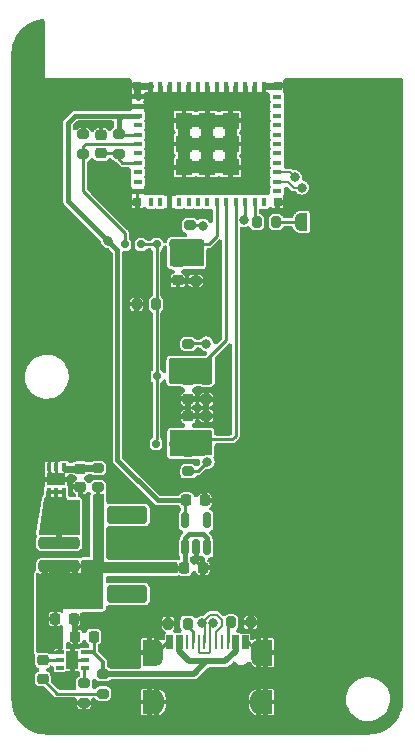
<source format=gbr>
%TF.GenerationSoftware,KiCad,Pcbnew,7.0.7*%
%TF.CreationDate,2023-09-25T17:24:59+01:00*%
%TF.ProjectId,Rapid Remote,52617069-6420-4526-956d-6f74652e6b69,C*%
%TF.SameCoordinates,PX8044ea0PY76ec560*%
%TF.FileFunction,Copper,L1,Top*%
%TF.FilePolarity,Positive*%
%FSLAX46Y46*%
G04 Gerber Fmt 4.6, Leading zero omitted, Abs format (unit mm)*
G04 Created by KiCad (PCBNEW 7.0.7) date 2023-09-25 17:24:59*
%MOMM*%
%LPD*%
G01*
G04 APERTURE LIST*
G04 Aperture macros list*
%AMRoundRect*
0 Rectangle with rounded corners*
0 $1 Rounding radius*
0 $2 $3 $4 $5 $6 $7 $8 $9 X,Y pos of 4 corners*
0 Add a 4 corners polygon primitive as box body*
4,1,4,$2,$3,$4,$5,$6,$7,$8,$9,$2,$3,0*
0 Add four circle primitives for the rounded corners*
1,1,$1+$1,$2,$3*
1,1,$1+$1,$4,$5*
1,1,$1+$1,$6,$7*
1,1,$1+$1,$8,$9*
0 Add four rect primitives between the rounded corners*
20,1,$1+$1,$2,$3,$4,$5,0*
20,1,$1+$1,$4,$5,$6,$7,0*
20,1,$1+$1,$6,$7,$8,$9,0*
20,1,$1+$1,$8,$9,$2,$3,0*%
%AMFreePoly0*
4,1,19,0.500000,-0.750000,0.000000,-0.750000,0.000000,-0.744911,-0.071157,-0.744911,-0.207708,-0.704816,-0.327430,-0.627875,-0.420627,-0.520320,-0.479746,-0.390866,-0.500000,-0.250000,-0.500000,0.250000,-0.479746,0.390866,-0.420627,0.520320,-0.327430,0.627875,-0.207708,0.704816,-0.071157,0.744911,0.000000,0.744911,0.000000,0.750000,0.500000,0.750000,0.500000,-0.750000,0.500000,-0.750000,
$1*%
%AMFreePoly1*
4,1,19,0.000000,0.744911,0.071157,0.744911,0.207708,0.704816,0.327430,0.627875,0.420627,0.520320,0.479746,0.390866,0.500000,0.250000,0.500000,-0.250000,0.479746,-0.390866,0.420627,-0.520320,0.327430,-0.627875,0.207708,-0.704816,0.071157,-0.744911,0.000000,-0.744911,0.000000,-0.750000,-0.500000,-0.750000,-0.500000,0.750000,0.000000,0.750000,0.000000,0.744911,0.000000,0.744911,
$1*%
G04 Aperture macros list end*
%TA.AperFunction,SMDPad,CuDef*%
%ADD10R,0.350000X0.650000*%
%TD*%
%TA.AperFunction,SMDPad,CuDef*%
%ADD11R,1.600000X1.000000*%
%TD*%
%TA.AperFunction,SMDPad,CuDef*%
%ADD12RoundRect,0.200000X-0.275000X0.200000X-0.275000X-0.200000X0.275000X-0.200000X0.275000X0.200000X0*%
%TD*%
%TA.AperFunction,SMDPad,CuDef*%
%ADD13RoundRect,0.225000X0.225000X0.250000X-0.225000X0.250000X-0.225000X-0.250000X0.225000X-0.250000X0*%
%TD*%
%TA.AperFunction,SMDPad,CuDef*%
%ADD14RoundRect,0.225000X-0.225000X-0.250000X0.225000X-0.250000X0.225000X0.250000X-0.225000X0.250000X0*%
%TD*%
%TA.AperFunction,SMDPad,CuDef*%
%ADD15RoundRect,0.150000X0.150000X0.200000X-0.150000X0.200000X-0.150000X-0.200000X0.150000X-0.200000X0*%
%TD*%
%TA.AperFunction,SMDPad,CuDef*%
%ADD16RoundRect,0.218750X-0.256250X0.218750X-0.256250X-0.218750X0.256250X-0.218750X0.256250X0.218750X0*%
%TD*%
%TA.AperFunction,SMDPad,CuDef*%
%ADD17RoundRect,0.200000X-0.200000X-0.275000X0.200000X-0.275000X0.200000X0.275000X-0.200000X0.275000X0*%
%TD*%
%TA.AperFunction,SMDPad,CuDef*%
%ADD18RoundRect,0.200000X0.275000X-0.200000X0.275000X0.200000X-0.275000X0.200000X-0.275000X-0.200000X0*%
%TD*%
%TA.AperFunction,SMDPad,CuDef*%
%ADD19R,0.800000X0.400000*%
%TD*%
%TA.AperFunction,SMDPad,CuDef*%
%ADD20R,0.400000X0.800000*%
%TD*%
%TA.AperFunction,SMDPad,CuDef*%
%ADD21R,1.450000X1.450000*%
%TD*%
%TA.AperFunction,SMDPad,CuDef*%
%ADD22R,0.700000X0.700000*%
%TD*%
%TA.AperFunction,SMDPad,CuDef*%
%ADD23RoundRect,0.225000X-0.250000X0.225000X-0.250000X-0.225000X0.250000X-0.225000X0.250000X0.225000X0*%
%TD*%
%TA.AperFunction,SMDPad,CuDef*%
%ADD24RoundRect,0.150000X-0.150000X-0.200000X0.150000X-0.200000X0.150000X0.200000X-0.150000X0.200000X0*%
%TD*%
%TA.AperFunction,SMDPad,CuDef*%
%ADD25RoundRect,0.200000X0.200000X0.275000X-0.200000X0.275000X-0.200000X-0.275000X0.200000X-0.275000X0*%
%TD*%
%TA.AperFunction,SMDPad,CuDef*%
%ADD26RoundRect,0.225000X0.250000X-0.225000X0.250000X0.225000X-0.250000X0.225000X-0.250000X-0.225000X0*%
%TD*%
%TA.AperFunction,ConnectorPad*%
%ADD27R,1.100000X2.200000*%
%TD*%
%TA.AperFunction,ComponentPad*%
%ADD28O,1.200000X2.200000*%
%TD*%
%TA.AperFunction,ConnectorPad*%
%ADD29R,1.100000X2.000000*%
%TD*%
%TA.AperFunction,ComponentPad*%
%ADD30O,1.300000X2.000000*%
%TD*%
%TA.AperFunction,SMDPad,CuDef*%
%ADD31R,0.300000X1.150000*%
%TD*%
%TA.AperFunction,SMDPad,CuDef*%
%ADD32R,0.250000X1.150000*%
%TD*%
%TA.AperFunction,SMDPad,CuDef*%
%ADD33RoundRect,0.250000X1.500000X-0.250000X1.500000X0.250000X-1.500000X0.250000X-1.500000X-0.250000X0*%
%TD*%
%TA.AperFunction,SMDPad,CuDef*%
%ADD34RoundRect,0.250001X1.449999X-0.499999X1.449999X0.499999X-1.449999X0.499999X-1.449999X-0.499999X0*%
%TD*%
%TA.AperFunction,SMDPad,CuDef*%
%ADD35RoundRect,0.150000X0.150000X-0.512500X0.150000X0.512500X-0.150000X0.512500X-0.150000X-0.512500X0*%
%TD*%
%TA.AperFunction,SMDPad,CuDef*%
%ADD36R,0.650000X0.350000*%
%TD*%
%TA.AperFunction,SMDPad,CuDef*%
%ADD37R,1.000000X1.600000*%
%TD*%
%TA.AperFunction,SMDPad,CuDef*%
%ADD38FreePoly0,180.000000*%
%TD*%
%TA.AperFunction,SMDPad,CuDef*%
%ADD39FreePoly1,180.000000*%
%TD*%
%TA.AperFunction,ViaPad*%
%ADD40C,0.800000*%
%TD*%
%TA.AperFunction,Conductor*%
%ADD41C,0.300000*%
%TD*%
%TA.AperFunction,Conductor*%
%ADD42C,0.250000*%
%TD*%
%TA.AperFunction,Conductor*%
%ADD43C,0.508000*%
%TD*%
%TA.AperFunction,Conductor*%
%ADD44C,0.254000*%
%TD*%
%TA.AperFunction,Conductor*%
%ADD45C,0.500000*%
%TD*%
%TA.AperFunction,Conductor*%
%ADD46C,1.000000*%
%TD*%
%TA.AperFunction,Conductor*%
%ADD47C,0.600000*%
%TD*%
%TA.AperFunction,Conductor*%
%ADD48C,0.400000*%
%TD*%
%TA.AperFunction,Conductor*%
%ADD49C,0.200000*%
%TD*%
G04 APERTURE END LIST*
D10*
%TO.P,U4,1,VDD*%
%TO.N,Net-(U4-VDD)*%
X4950000Y23150000D03*
%TO.P,U4,2,GND*%
%TO.N,GND*%
X4300000Y23150000D03*
%TO.P,U4,3,GND*%
X3650000Y23150000D03*
%TO.P,U4,4,VM*%
%TO.N,Net-(J1-Pin_2)*%
X3650000Y21050000D03*
%TO.P,U4,5,VM*%
X4300000Y21050000D03*
%TO.P,U4,6,VM*%
X4950000Y21050000D03*
D11*
%TO.P,U4,7,EP*%
%TO.N,GND*%
X4300000Y22100000D03*
%TD*%
D12*
%TO.P,R7,1,1*%
%TO.N,8S*%
X16122000Y40562000D03*
%TO.P,R7,2,2*%
%TO.N,GND*%
X16122000Y38912000D03*
%TD*%
D13*
%TO.P,C4,1*%
%TO.N,+5V*%
X7475000Y8800000D03*
%TO.P,C4,2*%
%TO.N,GND*%
X5925000Y8800000D03*
%TD*%
D14*
%TO.P,C1,1*%
%TO.N,+3V8*%
X15150000Y14625000D03*
%TO.P,C1,2*%
%TO.N,GND*%
X16700000Y14625000D03*
%TD*%
D15*
%TO.P,D1,1,K*%
%TO.N,EN_LDO*%
X12800000Y42000000D03*
%TO.P,D1,2,A*%
%TO.N,8S*%
X14200000Y42000000D03*
%TD*%
D14*
%TO.P,C5,1*%
%TO.N,+3V8*%
X4225000Y10300000D03*
%TO.P,C5,2*%
%TO.N,GND*%
X5775000Y10300000D03*
%TD*%
D16*
%TO.P,D5,1,K*%
%TO.N,Net-(D5-K)*%
X3150000Y6787500D03*
%TO.P,D5,2,A*%
%TO.N,Net-(D5-A)*%
X3150000Y5212500D03*
%TD*%
D14*
%TO.P,C2,1*%
%TO.N,+3V3*%
X15325000Y20325000D03*
%TO.P,C2,2*%
%TO.N,GND*%
X16875000Y20325000D03*
%TD*%
D17*
%TO.P,R4,1*%
%TO.N,Net-(USB-C1-CC2)*%
X19105000Y10004000D03*
%TO.P,R4,2*%
%TO.N,GND*%
X20755000Y10004000D03*
%TD*%
D18*
%TO.P,R10,1,1*%
%TO.N,6S*%
X15487000Y31927000D03*
%TO.P,R10,2,2*%
%TO.N,Net-(s6-1)*%
X15487000Y33577000D03*
%TD*%
D12*
%TO.P,R1,1,1*%
%TO.N,Net-(U4-VDD)*%
X7850000Y23075000D03*
%TO.P,R1,2,2*%
%TO.N,+3V8*%
X7850000Y21425000D03*
%TD*%
D19*
%TO.P,U2,1,GND*%
%TO.N,GND*%
X11200000Y54500000D03*
%TO.P,U2,2,GND*%
X11200000Y53700000D03*
%TO.P,U2,3,3V3*%
%TO.N,+3V3*%
X11200000Y52900000D03*
%TO.P,U2,4,NC*%
%TO.N,unconnected-(U2-NC-Pad4)*%
X11200000Y52100000D03*
%TO.P,U2,5,IO2/GPIO2/ADC1_CH2/FSPIQ*%
%TO.N,+3V3*%
X11200000Y51300000D03*
%TO.P,U2,6,IO3/GPIO3/ADC1_CH3*%
%TO.N,LATCH*%
X11200000Y50500000D03*
%TO.P,U2,7,NC*%
%TO.N,unconnected-(U2-NC-Pad7)*%
X11200000Y49700000D03*
%TO.P,U2,8,EN*%
%TO.N,Net-(U2-EN)*%
X11200000Y48900000D03*
%TO.P,U2,9,NC*%
%TO.N,unconnected-(U2-NC-Pad9)*%
X11200000Y48100000D03*
%TO.P,U2,10,NC*%
%TO.N,unconnected-(U2-NC-Pad10)*%
X11200000Y47300000D03*
%TO.P,U2,11,GND*%
%TO.N,GND*%
X11200000Y46500000D03*
D20*
%TO.P,U2,12,IO0/GPIO0/ADC1_CH0/XTAL_32K_P*%
%TO.N,unconnected-(U2-IO0{slash}GPIO0{slash}ADC1_CH0{slash}XTAL_32K_P-Pad12)*%
X12300000Y45600000D03*
%TO.P,U2,13,IO1/GPIO1/ADC1_CH1/XTAL_32K_N*%
%TO.N,unconnected-(U2-IO1{slash}GPIO1{slash}ADC1_CH1{slash}XTAL_32K_N-Pad13)*%
X13100000Y45600000D03*
%TO.P,U2,14,GND*%
%TO.N,GND*%
X13900000Y45600000D03*
%TO.P,U2,15,NC*%
%TO.N,unconnected-(U2-NC-Pad15)*%
X14700000Y45600000D03*
%TO.P,U2,16,IO10/GPIO10/FSPICS0*%
%TO.N,unconnected-(U2-IO10{slash}GPIO10{slash}FSPICS0-Pad16)*%
X15500000Y45600000D03*
%TO.P,U2,17,NC*%
%TO.N,unconnected-(U2-NC-Pad17)*%
X16300000Y45600000D03*
%TO.P,U2,18,IO4/GPIO4/ADC1_CH4/FSPIHD/MTMS*%
%TO.N,unconnected-(U2-IO4{slash}GPIO4{slash}ADC1_CH4{slash}FSPIHD{slash}MTMS-Pad18)*%
X17100000Y45600000D03*
%TO.P,U2,19,IO5/GPIO5/ADC2_CH0/FSPIWP/MTDI*%
%TO.N,8S*%
X17900000Y45600000D03*
%TO.P,U2,20,IO6/GPIO6/FSPICLK/MTCK*%
%TO.N,6S*%
X18700000Y45600000D03*
%TO.P,U2,21,IO7/GPIO7/FSPID/MTDO*%
%TO.N,4S*%
X19500000Y45600000D03*
%TO.P,U2,22,IO8/GPIO8*%
%TO.N,+3V3*%
X20300000Y45600000D03*
%TO.P,U2,23,IO9/GPIO9*%
%TO.N,Net-(U2-IO9{slash}GPIO9)*%
X21100000Y45600000D03*
%TO.P,U2,24,NC*%
%TO.N,unconnected-(U2-NC-Pad24)*%
X21900000Y45600000D03*
D19*
%TO.P,U2,25,NC*%
%TO.N,unconnected-(U2-NC-Pad25)*%
X23000000Y46500000D03*
%TO.P,U2,26,IO18/GPIO18/USB_D-*%
%TO.N,USB_D-*%
X23000000Y47300000D03*
%TO.P,U2,27,IO19/GPIO19/USB_D+*%
%TO.N,USB_D+*%
X23000000Y48100000D03*
%TO.P,U2,28,NC*%
%TO.N,unconnected-(U2-NC-Pad28)*%
X23000000Y48900000D03*
%TO.P,U2,29,NC*%
%TO.N,unconnected-(U2-NC-Pad29)*%
X23000000Y49700000D03*
%TO.P,U2,30,RXD0/GPIO20/U0RXD*%
%TO.N,unconnected-(U2-RXD0{slash}GPIO20{slash}U0RXD-Pad30)*%
X23000000Y50500000D03*
%TO.P,U2,31,TXD0/GPIO21/U0TXD*%
%TO.N,unconnected-(U2-TXD0{slash}GPIO21{slash}U0TXD-Pad31)*%
X23000000Y51300000D03*
%TO.P,U2,32,NC*%
%TO.N,unconnected-(U2-NC-Pad32)*%
X23000000Y52100000D03*
%TO.P,U2,33,NC*%
%TO.N,unconnected-(U2-NC-Pad33)*%
X23000000Y52900000D03*
%TO.P,U2,34,NC*%
%TO.N,unconnected-(U2-NC-Pad34)*%
X23000000Y53700000D03*
%TO.P,U2,35,NC*%
%TO.N,unconnected-(U2-NC-Pad35)*%
X23000000Y54500000D03*
D20*
%TO.P,U2,36,GND*%
%TO.N,GND*%
X21900000Y55400000D03*
%TO.P,U2,37,GND*%
X21100000Y55400000D03*
%TO.P,U2,38,GND*%
X20300000Y55400000D03*
%TO.P,U2,39,GND*%
X19500000Y55400000D03*
%TO.P,U2,40,GND*%
X18700000Y55400000D03*
%TO.P,U2,41,GND*%
X17900000Y55400000D03*
%TO.P,U2,42,GND*%
X17100000Y55400000D03*
%TO.P,U2,43,GND*%
X16300000Y55400000D03*
%TO.P,U2,44,GND*%
X15500000Y55400000D03*
%TO.P,U2,45,GND*%
X14700000Y55400000D03*
%TO.P,U2,46,GND*%
X13900000Y55400000D03*
%TO.P,U2,47,GND*%
X13100000Y55400000D03*
%TO.P,U2,48,GND*%
X12300000Y55400000D03*
D21*
%TO.P,U2,49,GND*%
X15125000Y52475000D03*
X15125000Y50500000D03*
X15125000Y48525000D03*
X17100000Y52475000D03*
X17100000Y50500000D03*
X17100000Y48525000D03*
X19075000Y52475000D03*
X19075000Y50500000D03*
X19075000Y48525000D03*
D22*
%TO.P,U2,50,GND*%
X23050000Y55450000D03*
%TO.P,U2,51,GND*%
X23050000Y45550000D03*
%TO.P,U2,52,GND*%
X11150000Y45550000D03*
%TO.P,U2,53,GND*%
X11150000Y55450000D03*
%TD*%
D17*
%TO.P,R13,1,1*%
%TO.N,Net-(U2-IO9{slash}GPIO9)*%
X21275000Y43900000D03*
%TO.P,R13,2,2*%
%TO.N,Net-(JP1-B)*%
X22925000Y43900000D03*
%TD*%
D12*
%TO.P,R14,1,1*%
%TO.N,4S*%
X15487000Y24433000D03*
%TO.P,R14,2,2*%
%TO.N,Net-(s4-1)*%
X15487000Y22783000D03*
%TD*%
D23*
%TO.P,C7,1*%
%TO.N,6S*%
X15487000Y30479000D03*
%TO.P,C7,2*%
%TO.N,GND*%
X15487000Y28929000D03*
%TD*%
D24*
%TO.P,D4,1,K*%
%TO.N,EN_LDO*%
X11500000Y42000000D03*
%TO.P,D4,2,A*%
%TO.N,LATCH*%
X10100000Y42000000D03*
%TD*%
D23*
%TO.P,C6,1*%
%TO.N,8S*%
X14598000Y40499000D03*
%TO.P,C6,2*%
%TO.N,GND*%
X14598000Y38949000D03*
%TD*%
D12*
%TO.P,R3,1,1*%
%TO.N,Net-(U3-PRG)*%
X6650000Y4825000D03*
%TO.P,R3,2,2*%
%TO.N,GND*%
X6650000Y3175000D03*
%TD*%
D18*
%TO.P,R6,1,1*%
%TO.N,8S*%
X15614000Y41960000D03*
%TO.P,R6,2,2*%
%TO.N,Net-(s8-1)*%
X15614000Y43610000D03*
%TD*%
%TO.P,R15,1,1*%
%TO.N,4S*%
X17011000Y25831000D03*
%TO.P,R15,2,2*%
%TO.N,GND*%
X17011000Y27481000D03*
%TD*%
D25*
%TO.P,R8,1,1*%
%TO.N,EN_LDO*%
X12756000Y36943000D03*
%TO.P,R8,2,2*%
%TO.N,GND*%
X11106000Y36943000D03*
%TD*%
D12*
%TO.P,R12,1,1*%
%TO.N,+3V3*%
X9600000Y51325000D03*
%TO.P,R12,2,2*%
%TO.N,Net-(U2-EN)*%
X9600000Y49675000D03*
%TD*%
D26*
%TO.P,C8,1*%
%TO.N,4S*%
X15487000Y25881000D03*
%TO.P,C8,2*%
%TO.N,GND*%
X15487000Y27431000D03*
%TD*%
D15*
%TO.P,D2,1,K*%
%TO.N,EN_LDO*%
X12800000Y30847000D03*
%TO.P,D2,2,A*%
%TO.N,6S*%
X14200000Y30847000D03*
%TD*%
D18*
%TO.P,R9,1,1*%
%TO.N,LATCH*%
X6600000Y49675000D03*
%TO.P,R9,2,2*%
%TO.N,GND*%
X6600000Y51325000D03*
%TD*%
D27*
%TO.P,USB-C1,0,SHELL*%
%TO.N,GND*%
X22027600Y7430000D03*
D28*
X21420000Y7430000D03*
X12780000Y7430000D03*
D27*
X12172400Y7430000D03*
D29*
X22027600Y3250000D03*
D30*
X21420000Y3250000D03*
X12780000Y3250000D03*
D29*
X12172400Y3250000D03*
D31*
%TO.P,USB-C1,A1,GND*%
X13775000Y8332000D03*
%TO.P,USB-C1,A4,VBUS*%
%TO.N,+5V*%
X14575000Y8332000D03*
D32*
%TO.P,USB-C1,A5,CC1*%
%TO.N,Net-(USB-C1-CC1)*%
X15850000Y8332000D03*
%TO.P,USB-C1,A6,DP1*%
%TO.N,USB_D+*%
X16850000Y8332000D03*
%TO.P,USB-C1,A7,DN1*%
%TO.N,USB_D-*%
X17350000Y8332000D03*
%TO.P,USB-C1,A8,SBU1*%
%TO.N,unconnected-(USB-C1-SBU1-PadA8)*%
X18350000Y8332000D03*
D31*
%TO.P,USB-C1,A9,VBUS*%
%TO.N,+5V*%
X19625000Y8332000D03*
%TO.P,USB-C1,A12,GND*%
%TO.N,GND*%
X20425000Y8332000D03*
%TO.P,USB-C1,B1,GND*%
X20175000Y8332000D03*
%TO.P,USB-C1,B4,VBUS*%
%TO.N,+5V*%
X19375000Y8332000D03*
D32*
%TO.P,USB-C1,B5,CC2*%
%TO.N,Net-(USB-C1-CC2)*%
X18850000Y8332000D03*
%TO.P,USB-C1,B6,DP2*%
%TO.N,USB_D+*%
X17850000Y8332000D03*
%TO.P,USB-C1,B7,DN2*%
%TO.N,USB_D-*%
X16350000Y8332000D03*
%TO.P,USB-C1,B8,SBU2*%
%TO.N,unconnected-(USB-C1-SBU2-PadB8)*%
X15350000Y8332000D03*
D31*
%TO.P,USB-C1,B9,VBUS*%
%TO.N,+5V*%
X14825000Y8332000D03*
%TO.P,USB-C1,B12,GND*%
%TO.N,GND*%
X14025000Y8332000D03*
%TD*%
D15*
%TO.P,D3,1,K*%
%TO.N,EN_LDO*%
X12755000Y25132000D03*
%TO.P,D3,2,A*%
%TO.N,4S*%
X14155000Y25132000D03*
%TD*%
D23*
%TO.P,C3,1*%
%TO.N,Net-(U4-VDD)*%
X6350000Y23025000D03*
%TO.P,C3,2*%
%TO.N,GND*%
X6350000Y21475000D03*
%TD*%
D25*
%TO.P,R5,1*%
%TO.N,Net-(USB-C1-CC1)*%
X15421000Y9897000D03*
%TO.P,R5,2*%
%TO.N,GND*%
X13771000Y9897000D03*
%TD*%
D33*
%TO.P,J1,1,Pin_1*%
%TO.N,+3V8*%
X4550000Y14750000D03*
%TO.P,J1,2,Pin_2*%
%TO.N,Net-(J1-Pin_2)*%
X4550000Y16750000D03*
D34*
%TO.P,J1,MP*%
%TO.N,N/C*%
X10300000Y12400000D03*
X10300000Y19100000D03*
%TD*%
D12*
%TO.P,R11,1,1*%
%TO.N,6S*%
X17011000Y30529000D03*
%TO.P,R11,2,2*%
%TO.N,GND*%
X17011000Y28879000D03*
%TD*%
D26*
%TO.P,C9,1*%
%TO.N,Net-(U2-EN)*%
X8100000Y49725000D03*
%TO.P,C9,2*%
%TO.N,GND*%
X8100000Y51275000D03*
%TD*%
D35*
%TO.P,U1,1,VIN*%
%TO.N,+3V8*%
X15200000Y16350000D03*
%TO.P,U1,2,GND*%
%TO.N,GND*%
X16150000Y16350000D03*
%TO.P,U1,3,EN*%
%TO.N,+3V8*%
X17100000Y16350000D03*
%TO.P,U1,4,NC*%
%TO.N,unconnected-(U1-NC-Pad4)*%
X17100000Y18625000D03*
%TO.P,U1,5,VOUT*%
%TO.N,+3V3*%
X15200000Y18625000D03*
%TD*%
D18*
%TO.P,R2,1,1*%
%TO.N,Net-(D5-A)*%
X8250000Y3975000D03*
%TO.P,R2,2,2*%
%TO.N,+5V*%
X8250000Y5625000D03*
%TD*%
D36*
%TO.P,U3,1,PRG*%
%TO.N,Net-(U3-PRG)*%
X6700000Y6150000D03*
%TO.P,U3,2,GND*%
%TO.N,GND*%
X6700000Y6800000D03*
%TO.P,U3,3,VCC*%
%TO.N,+5V*%
X6700000Y7450000D03*
%TO.P,U3,4,VBAT*%
%TO.N,+3V8*%
X4600000Y7450000D03*
%TO.P,U3,5,STAT*%
%TO.N,Net-(D5-K)*%
X4600000Y6800000D03*
%TO.P,U3,6,TEMP*%
%TO.N,unconnected-(U3-TEMP-Pad6)*%
X4600000Y6150000D03*
D37*
%TO.P,U3,7,EP*%
%TO.N,GND*%
X5650000Y6800000D03*
%TD*%
D38*
%TO.P,JP1,1,A*%
%TO.N,GND*%
X26350000Y43900000D03*
D39*
%TO.P,JP1,2,B*%
%TO.N,Net-(JP1-B)*%
X25050000Y43900000D03*
%TD*%
D40*
%TO.N,GND*%
X7400000Y52100000D03*
X15500000Y37700000D03*
X17500000Y37700000D03*
X16600000Y37700000D03*
%TO.N,+3V3*%
X8700000Y42300000D03*
X20224500Y44100000D03*
%TO.N,Net-(s8-1)*%
X16700000Y43600000D03*
%TO.N,Net-(s6-1)*%
X17000000Y33600000D03*
%TO.N,Net-(s4-1)*%
X17100000Y23600000D03*
%TO.N,USB_D-*%
X17598000Y9947800D03*
X25100000Y46817572D03*
%TO.N,USB_D+*%
X24500000Y47700000D03*
X16599266Y9908615D03*
%TO.N,+3V8*%
X4600000Y13900000D03*
X3350000Y13900000D03*
X5850000Y13900000D03*
%TD*%
D41*
%TO.N,+5V*%
X8250000Y5625000D02*
X8250000Y6650000D01*
D42*
X14825000Y8332000D02*
X14575000Y8332000D01*
D43*
X17009000Y6686000D02*
X15948000Y5625000D01*
D41*
X7450000Y7450000D02*
X7400000Y7450000D01*
D42*
X7475000Y8800000D02*
X7475000Y7525000D01*
D44*
X19625000Y8332000D02*
X19625000Y7687000D01*
D43*
X15639500Y6686000D02*
X18624000Y6686000D01*
X15948000Y5625000D02*
X8250000Y5625000D01*
D41*
X7400000Y7450000D02*
X6700000Y7450000D01*
D43*
X15576000Y6686000D02*
X14687000Y7575000D01*
X14687000Y7575000D02*
X14687000Y7956000D01*
D42*
X7475000Y7525000D02*
X7400000Y7450000D01*
D43*
X18624000Y6686000D02*
X19513000Y7575000D01*
D44*
X19375000Y8332000D02*
X19375000Y7713000D01*
D41*
X8250000Y6650000D02*
X7450000Y7450000D01*
D42*
%TO.N,GND*%
X11150000Y46450000D02*
X11200000Y46500000D01*
D45*
X5925000Y8800000D02*
X5925000Y10150000D01*
D46*
X17100000Y50500000D02*
X17100000Y48525000D01*
D42*
X14025000Y8332000D02*
X13682000Y8332000D01*
X20518000Y8332000D02*
X21420000Y7430000D01*
D45*
X17011000Y28879000D02*
X15537000Y28879000D01*
D46*
X15125000Y52475000D02*
X15125000Y50500000D01*
D42*
X3650000Y23150000D02*
X3650000Y23950000D01*
D47*
X23050000Y55450000D02*
X21950000Y55450000D01*
D46*
X15125000Y50500000D02*
X15125000Y48525000D01*
D45*
X15487000Y27431000D02*
X16961000Y27431000D01*
D42*
X5925000Y10150000D02*
X5775000Y10300000D01*
X16961000Y27431000D02*
X17011000Y27481000D01*
D47*
X11150000Y54550000D02*
X11200000Y54500000D01*
D42*
X11150000Y45550000D02*
X11150000Y46450000D01*
X20175000Y8332000D02*
X20518000Y8332000D01*
D46*
X17100000Y52475000D02*
X15125000Y52475000D01*
D42*
X16150000Y15175000D02*
X16700000Y14625000D01*
X14635000Y38912000D02*
X14598000Y38949000D01*
D45*
X16122000Y38322000D02*
X16122000Y38912000D01*
D42*
X16150000Y16350000D02*
X16150000Y15175000D01*
D46*
X17100000Y50500000D02*
X17100000Y52475000D01*
D45*
X15487000Y28829000D02*
X15537000Y28879000D01*
D42*
X4300000Y23150000D02*
X4300000Y23900000D01*
D46*
X19075000Y50500000D02*
X19075000Y52475000D01*
X19075000Y52475000D02*
X17100000Y52475000D01*
D42*
X12250000Y55450000D02*
X12300000Y55400000D01*
X4300000Y22100000D02*
X4300000Y23150000D01*
D45*
X17011000Y28879000D02*
X17011000Y27481000D01*
D42*
X6700000Y6800000D02*
X5650000Y6800000D01*
D45*
X15500000Y37700000D02*
X16122000Y38322000D01*
D46*
X17100000Y48525000D02*
X19075000Y48525000D01*
D45*
X16122000Y38912000D02*
X14635000Y38912000D01*
D46*
X17100000Y50500000D02*
X19075000Y50500000D01*
D42*
X15537000Y28879000D02*
X15487000Y28929000D01*
D46*
X17100000Y48525000D02*
X15125000Y48525000D01*
X19075000Y48525000D02*
X19075000Y50500000D01*
D47*
X11150000Y55450000D02*
X12250000Y55450000D01*
D42*
X21950000Y55450000D02*
X21900000Y55400000D01*
X3650000Y22750000D02*
X4300000Y22100000D01*
D46*
X17100000Y50500000D02*
X15125000Y50500000D01*
D45*
X15487000Y27431000D02*
X15487000Y28829000D01*
D47*
X11150000Y55450000D02*
X11150000Y54550000D01*
D42*
X13682000Y8332000D02*
X12780000Y7430000D01*
X3650000Y23150000D02*
X3650000Y22750000D01*
%TO.N,EN_LDO*%
X12800000Y42000000D02*
X11500000Y42000000D01*
X12800000Y25500000D02*
X12800000Y32500000D01*
X12800000Y42000000D02*
X12800000Y32500000D01*
%TO.N,8S*%
X17900000Y45600000D02*
X17900000Y42700000D01*
X15677000Y42023000D02*
X15614000Y41960000D01*
X17223000Y42023000D02*
X15677000Y42023000D01*
X17900000Y42700000D02*
X17223000Y42023000D01*
%TO.N,6S*%
X18700000Y33900000D02*
X16400000Y31600000D01*
X18700000Y45600000D02*
X18700000Y33900000D01*
%TO.N,4S*%
X19500000Y25800000D02*
X19400000Y25700000D01*
X16300000Y25490000D02*
X19190000Y25490000D01*
X19500000Y45600000D02*
X19500000Y25800000D01*
X19190000Y25490000D02*
X19400000Y25700000D01*
%TO.N,LATCH*%
X6600000Y49675000D02*
X6600000Y50300000D01*
X6600000Y49675000D02*
X6600000Y46500000D01*
X10100000Y43000000D02*
X10100000Y42000000D01*
X11200000Y50500000D02*
X6800000Y50500000D01*
X6800000Y50500000D02*
X6600000Y50300000D01*
X6600000Y46500000D02*
X10100000Y43000000D01*
%TO.N,Net-(USB-C1-CC2)*%
X18854000Y8324200D02*
X18854000Y9687800D01*
X18854000Y9687800D02*
X19105000Y9938800D01*
%TO.N,Net-(USB-C1-CC1)*%
X15854000Y8324200D02*
X15854000Y9280800D01*
X15854000Y9280800D02*
X15237800Y9897000D01*
D48*
%TO.N,+3V3*%
X5300000Y52300000D02*
X5300000Y45672183D01*
X5300000Y45672183D02*
X9475000Y41497183D01*
D42*
X15200000Y18625000D02*
X15200000Y20200000D01*
D48*
X9475000Y41497183D02*
X9475000Y23725000D01*
X5900000Y52900000D02*
X5300000Y52300000D01*
X9600000Y52600000D02*
X9900000Y52900000D01*
X9900000Y52900000D02*
X5900000Y52900000D01*
D42*
X20300000Y45600000D02*
X20300000Y44175500D01*
X15200000Y20200000D02*
X15325000Y20325000D01*
D48*
X9600000Y51325000D02*
X9600000Y52600000D01*
D42*
X9625000Y51300000D02*
X9600000Y51325000D01*
X20300000Y44175500D02*
X20224500Y44100000D01*
D48*
X12875000Y20325000D02*
X15325000Y20325000D01*
X9475000Y23725000D02*
X12875000Y20325000D01*
X11200000Y52900000D02*
X9900000Y52900000D01*
D42*
X11200000Y51300000D02*
X9625000Y51300000D01*
%TO.N,Net-(s8-1)*%
X15300000Y43610000D02*
X16690000Y43610000D01*
X16690000Y43610000D02*
X16700000Y43600000D01*
%TO.N,Net-(s6-1)*%
X15300000Y33610000D02*
X16990000Y33610000D01*
X16990000Y33610000D02*
X17000000Y33600000D01*
%TO.N,Net-(s4-1)*%
X17100000Y23600000D02*
X16283000Y22783000D01*
X16283000Y22783000D02*
X15233000Y22783000D01*
D47*
%TO.N,Net-(U4-VDD)*%
X7850000Y23075000D02*
X6400000Y23075000D01*
D42*
X5075000Y23025000D02*
X4950000Y23150000D01*
D47*
X6350000Y23025000D02*
X5075000Y23025000D01*
D42*
X6400000Y23075000D02*
X6350000Y23025000D01*
D49*
%TO.N,USB_D-*%
X16445000Y7433200D02*
X17263000Y7433200D01*
X16354000Y8324200D02*
X16354000Y7524200D01*
X23910050Y47300000D02*
X23000000Y47300000D01*
X17598000Y9947800D02*
X17354000Y9703800D01*
X17354000Y7524200D02*
X17354000Y8324200D01*
X17263000Y7433200D02*
X17354000Y7524200D01*
X16354000Y7524200D02*
X16445000Y7433200D01*
X17354000Y9703800D02*
X17354000Y8324200D01*
X24392478Y46817572D02*
X23910050Y47300000D01*
X25100000Y46817572D02*
X24392478Y46817572D01*
%TO.N,USB_D+*%
X18298000Y10237750D02*
X17887950Y10647800D01*
X17887950Y10647800D02*
X17308050Y10647800D01*
X16599266Y9939016D02*
X16599266Y9908615D01*
X18298000Y9657850D02*
X18298000Y10237750D01*
X24100000Y48100000D02*
X23000000Y48100000D01*
X16854000Y9653881D02*
X16599266Y9908615D01*
X24500000Y47700000D02*
X24100000Y48100000D01*
X17854000Y8324200D02*
X17854000Y9213850D01*
X17854000Y9213850D02*
X18298000Y9657850D01*
X17308050Y10647800D02*
X16599266Y9939016D01*
X16854000Y8324200D02*
X16854000Y9653881D01*
D48*
%TO.N,+3V8*%
X15200000Y16350000D02*
X15200000Y14675000D01*
D47*
X3350000Y13900000D02*
X3700000Y13900000D01*
D48*
X17100000Y17100000D02*
X16750000Y17450000D01*
X15550000Y17450000D02*
X15200000Y17100000D01*
X17100000Y16350000D02*
X17100000Y17100000D01*
D47*
X5400000Y13900000D02*
X4550000Y14750000D01*
D48*
X14125000Y14625000D02*
X14100000Y14650000D01*
D47*
X3700000Y13900000D02*
X4550000Y14750000D01*
D48*
X16750000Y17450000D02*
X15550000Y17450000D01*
D42*
X4550000Y13950000D02*
X4600000Y13900000D01*
D48*
X15200000Y17100000D02*
X15200000Y16350000D01*
X15150000Y14625000D02*
X14125000Y14625000D01*
D46*
X4550000Y14750000D02*
X4550000Y13950000D01*
D47*
X5850000Y13900000D02*
X5400000Y13900000D01*
D48*
X15200000Y14675000D02*
X15150000Y14625000D01*
D42*
%TO.N,Net-(U2-EN)*%
X9550000Y49725000D02*
X9600000Y49675000D01*
X9600000Y49200000D02*
X9900000Y48900000D01*
X11200000Y48900000D02*
X9900000Y48900000D01*
X9600000Y49675000D02*
X9600000Y49200000D01*
X8100000Y49725000D02*
X9550000Y49725000D01*
%TO.N,Net-(JP1-B)*%
X25050000Y43900000D02*
X23125000Y43900000D01*
%TO.N,Net-(U3-PRG)*%
X6650000Y6100000D02*
X6700000Y6150000D01*
X6650000Y4825000D02*
X6650000Y6100000D01*
%TO.N,Net-(U2-IO9{slash}GPIO9)*%
X21100000Y44275000D02*
X21100000Y45600000D01*
X21475000Y43900000D02*
X21100000Y44275000D01*
%TO.N,Net-(D5-K)*%
X3150000Y6787500D02*
X4587500Y6787500D01*
X4587500Y6787500D02*
X4600000Y6800000D01*
%TO.N,Net-(D5-A)*%
X4387500Y3975000D02*
X8250000Y3975000D01*
X3150000Y5212500D02*
X4387500Y3975000D01*
%TD*%
%TA.AperFunction,Conductor*%
%TO.N,6S*%
G36*
X17462039Y32351315D02*
G01*
X17507794Y32298511D01*
X17519000Y32247000D01*
X17519000Y30336000D01*
X17499315Y30268961D01*
X17446511Y30223206D01*
X17395000Y30212000D01*
X13960000Y30212000D01*
X13892961Y30231685D01*
X13847206Y30284489D01*
X13836000Y30336000D01*
X13836000Y32247000D01*
X13855685Y32314039D01*
X13908489Y32359794D01*
X13960000Y32371000D01*
X17395000Y32371000D01*
X17462039Y32351315D01*
G37*
%TD.AperFunction*%
%TD*%
%TA.AperFunction,Conductor*%
%TO.N,+3V8*%
G36*
X7925500Y21555038D02*
G01*
X7980038Y21500500D01*
X8000000Y21426000D01*
X8000000Y20898001D01*
X8163314Y20898001D01*
X8181554Y20900402D01*
X8258022Y20890333D01*
X8319211Y20843380D01*
X8348726Y20772122D01*
X8350000Y20752677D01*
X8350000Y15100000D01*
X14428633Y15100000D01*
X14503133Y15080038D01*
X14557671Y15025500D01*
X14577633Y14951000D01*
X14576076Y14929515D01*
X14573000Y14908409D01*
X14573000Y14775000D01*
X15151000Y14775000D01*
X15225500Y14755038D01*
X15280038Y14700500D01*
X15300000Y14626000D01*
X15300000Y14624000D01*
X15280038Y14549500D01*
X15225500Y14494962D01*
X15151000Y14475000D01*
X14573001Y14475000D01*
X14573001Y14341589D01*
X14576077Y14320483D01*
X14567065Y14243883D01*
X14520960Y14182052D01*
X14450117Y14151557D01*
X14428634Y14150000D01*
X8300000Y14150000D01*
X8300000Y11249000D01*
X8280038Y11174500D01*
X8225500Y11119962D01*
X8151000Y11100000D01*
X4900000Y11100000D01*
X4900000Y10956665D01*
X4880038Y10882165D01*
X4825500Y10827627D01*
X4751000Y10807665D01*
X4676500Y10827627D01*
X4664424Y10835399D01*
X4657370Y10840435D01*
X4551828Y10892032D01*
X4483413Y10902000D01*
X4375000Y10902000D01*
X4375000Y9698001D01*
X4483400Y9698001D01*
X4483416Y9698003D01*
X4551828Y9707970D01*
X4657365Y9759563D01*
X4664419Y9764599D01*
X4736650Y9791643D01*
X4812726Y9778949D01*
X4872263Y9729917D01*
X4899307Y9657686D01*
X4900000Y9643336D01*
X4900000Y7901000D01*
X4880038Y7826500D01*
X4825500Y7771962D01*
X4751000Y7752000D01*
X4750000Y7752000D01*
X4750000Y7449000D01*
X4730038Y7374500D01*
X4675500Y7319962D01*
X4601000Y7300000D01*
X3767127Y7300000D01*
X3692627Y7319962D01*
X3661768Y7343641D01*
X3655751Y7349658D01*
X3537421Y7409951D01*
X3521057Y7412543D01*
X3439246Y7425500D01*
X2860754Y7425500D01*
X2813688Y7418046D01*
X2772307Y7411492D01*
X2695601Y7419555D01*
X2633204Y7464891D01*
X2601834Y7535351D01*
X2600000Y7558658D01*
X2600000Y7600000D01*
X4148000Y7600000D01*
X4450000Y7600000D01*
X4450000Y7752000D01*
X4262488Y7752000D01*
X4225447Y7744632D01*
X4183438Y7716563D01*
X4183437Y7716562D01*
X4155368Y7674553D01*
X4148000Y7637512D01*
X4148000Y7600000D01*
X2600000Y7600000D01*
X2600000Y10150000D01*
X3648001Y10150000D01*
X3648001Y10016600D01*
X3648002Y10016584D01*
X3657969Y9948172D01*
X3709562Y9842635D01*
X3792634Y9759563D01*
X3898171Y9707969D01*
X3966590Y9698001D01*
X4074999Y9698002D01*
X4075000Y9698002D01*
X4075000Y10150000D01*
X3648001Y10150000D01*
X2600000Y10150000D01*
X2600000Y10450000D01*
X3648000Y10450000D01*
X4075000Y10450000D01*
X4075000Y10902001D01*
X4074999Y10902001D01*
X3966601Y10902000D01*
X3966583Y10901998D01*
X3898171Y10892031D01*
X3792634Y10840438D01*
X3709562Y10757366D01*
X3657968Y10651829D01*
X3648000Y10583414D01*
X3648000Y10450000D01*
X2600000Y10450000D01*
X2600000Y14062193D01*
X2619962Y14136693D01*
X2674500Y14191231D01*
X2749000Y14211193D01*
X2816235Y14193178D01*
X2816813Y14194359D01*
X2822861Y14191403D01*
X2823500Y14191231D01*
X2824410Y14190645D01*
X2940942Y14133677D01*
X3014217Y14123001D01*
X4399999Y14123001D01*
X4400000Y14123002D01*
X4400000Y14600000D01*
X4700000Y14600000D01*
X4700000Y14123001D01*
X6085776Y14123001D01*
X6085790Y14123003D01*
X6159055Y14133677D01*
X6159060Y14133678D01*
X6272093Y14188936D01*
X6361063Y14277906D01*
X6416323Y14390943D01*
X6426999Y14464213D01*
X6427000Y14464223D01*
X6427000Y14600000D01*
X4700000Y14600000D01*
X4400000Y14600000D01*
X4400000Y14751000D01*
X4419962Y14825500D01*
X4474500Y14880038D01*
X4549000Y14900000D01*
X6426999Y14900000D01*
X6426999Y15035776D01*
X6426997Y15035791D01*
X6414655Y15120509D01*
X6416433Y15120769D01*
X6414034Y15184085D01*
X6450040Y15252293D01*
X6515326Y15293359D01*
X6559314Y15300000D01*
X7400000Y15300000D01*
X7400000Y20749001D01*
X7419962Y20823501D01*
X7474500Y20878039D01*
X7549000Y20898001D01*
X7700000Y20898001D01*
X7700000Y21426000D01*
X7719962Y21500500D01*
X7774500Y21555038D01*
X7849000Y21575000D01*
X7851000Y21575000D01*
X7925500Y21555038D01*
G37*
%TD.AperFunction*%
%TD*%
%TA.AperFunction,Conductor*%
%TO.N,4S*%
G36*
X17432039Y26261315D02*
G01*
X17477794Y26208511D01*
X17489000Y26157000D01*
X17489000Y24274427D01*
X17469315Y24207388D01*
X17416511Y24161633D01*
X17347353Y24151689D01*
X17317548Y24159866D01*
X17256765Y24185043D01*
X17256760Y24185045D01*
X17100001Y24205682D01*
X17099999Y24205682D01*
X16943239Y24185045D01*
X16943234Y24185043D01*
X16797163Y24124539D01*
X16797162Y24124539D01*
X16789278Y24118489D01*
X16728201Y24071623D01*
X16663034Y24046430D01*
X16652717Y24046000D01*
X14024000Y24046000D01*
X13956961Y24065685D01*
X13911206Y24118489D01*
X13900000Y24170000D01*
X13900000Y26157000D01*
X13919685Y26224039D01*
X13972489Y26269794D01*
X14024000Y26281000D01*
X17365000Y26281000D01*
X17432039Y26261315D01*
G37*
%TD.AperFunction*%
%TD*%
%TA.AperFunction,Conductor*%
%TO.N,8S*%
G36*
X16743039Y42399315D02*
G01*
X16788794Y42346511D01*
X16800000Y42295000D01*
X16800000Y40254000D01*
X16780315Y40186961D01*
X16727511Y40141206D01*
X16676000Y40130000D01*
X14024000Y40130000D01*
X13956961Y40149685D01*
X13911206Y40202489D01*
X13900000Y40254000D01*
X13900000Y42295000D01*
X13919685Y42362039D01*
X13972489Y42407794D01*
X14024000Y42419000D01*
X16676000Y42419000D01*
X16743039Y42399315D01*
G37*
%TD.AperFunction*%
%TD*%
%TA.AperFunction,Conductor*%
%TO.N,Net-(J1-Pin_2)*%
G36*
X5068039Y21205315D02*
G01*
X5113794Y21152511D01*
X5125000Y21101000D01*
X5125000Y20598001D01*
X5161319Y20561681D01*
X5159247Y20559610D01*
X5188794Y20525511D01*
X5200000Y20474000D01*
X5200000Y20400000D01*
X6176000Y20400000D01*
X6243039Y20380315D01*
X6288794Y20327511D01*
X6300000Y20276000D01*
X6300000Y17489164D01*
X6280315Y17422125D01*
X6227511Y17376370D01*
X6158353Y17366426D01*
X6158122Y17366460D01*
X6085780Y17377000D01*
X4800000Y17377000D01*
X4800000Y16624000D01*
X4780315Y16556961D01*
X4727511Y16511206D01*
X4676000Y16500000D01*
X4424000Y16500000D01*
X4356961Y16519685D01*
X4311206Y16572489D01*
X4300000Y16624000D01*
X4300000Y17377000D01*
X3014226Y17377000D01*
X2971510Y17370776D01*
X2902333Y17380591D01*
X2849444Y17426247D01*
X2829634Y17493250D01*
X2830940Y17511425D01*
X3268826Y20503648D01*
X3298009Y20567127D01*
X3356882Y20604753D01*
X3415711Y20607306D01*
X3462491Y20598000D01*
X3475000Y20598000D01*
X3475000Y20875000D01*
X3825000Y20875000D01*
X3825000Y20598000D01*
X3837510Y20598000D01*
X3874551Y20605369D01*
X3906108Y20626454D01*
X3972785Y20647332D01*
X4040166Y20628848D01*
X4043892Y20626454D01*
X4075448Y20605369D01*
X4112489Y20598000D01*
X4125000Y20598000D01*
X4125000Y20875000D01*
X4475000Y20875000D01*
X4475000Y20598000D01*
X4487510Y20598000D01*
X4524551Y20605369D01*
X4556108Y20626454D01*
X4622785Y20647332D01*
X4690166Y20628848D01*
X4693892Y20626454D01*
X4725448Y20605369D01*
X4762489Y20598000D01*
X4775000Y20598000D01*
X4775000Y20875000D01*
X4475000Y20875000D01*
X4125000Y20875000D01*
X3825000Y20875000D01*
X3475000Y20875000D01*
X3475000Y21101000D01*
X3494685Y21168039D01*
X3547489Y21213794D01*
X3599000Y21225000D01*
X5001000Y21225000D01*
X5068039Y21205315D01*
G37*
%TD.AperFunction*%
%TD*%
%TA.AperFunction,Conductor*%
%TO.N,GND*%
G36*
X6012343Y8980293D02*
G01*
X6081584Y8925074D01*
X6120011Y8845282D01*
X6125000Y8801000D01*
X6125000Y8198001D01*
X6183402Y8198001D01*
X6209065Y8201740D01*
X6235444Y8199633D01*
X6238111Y8201264D01*
X6357364Y8259563D01*
X6357367Y8259565D01*
X6440435Y8342633D01*
X6440437Y8342636D01*
X6479648Y8422843D01*
X6535273Y8491758D01*
X6615291Y8529712D01*
X6703853Y8529190D01*
X6783418Y8490294D01*
X6835738Y8425789D01*
X6901473Y8296778D01*
X6996778Y8201473D01*
X7009449Y8192267D01*
X7008730Y8191279D01*
X7064101Y8145053D01*
X7100727Y8064418D01*
X7098741Y7975877D01*
X7058534Y7896967D01*
X6988071Y7843315D01*
X6905772Y7825500D01*
X6355247Y7825500D01*
X6345517Y7824542D01*
X6345195Y7827804D01*
X6327603Y7828326D01*
X6313911Y7820968D01*
X6296768Y7813868D01*
X6216959Y7760539D01*
X6134219Y7728954D01*
X6106399Y7727000D01*
X5850000Y7727000D01*
X5850000Y5873000D01*
X6106398Y5873000D01*
X6192741Y5853293D01*
X6216953Y5839465D01*
X6230447Y5830449D01*
X6230448Y5830448D01*
X6236056Y5826701D01*
X6296899Y5762347D01*
X6323796Y5677967D01*
X6324500Y5661237D01*
X6324500Y5570708D01*
X6304793Y5484365D01*
X6249574Y5415124D01*
X6215845Y5393398D01*
X6136655Y5353049D01*
X6046949Y5263343D01*
X5989355Y5150308D01*
X5989353Y5150301D01*
X5974501Y5056526D01*
X5974500Y5056512D01*
X5974500Y4593481D01*
X5984455Y4530627D01*
X5978497Y4442265D01*
X5934789Y4365238D01*
X5861989Y4314804D01*
X5787905Y4300500D01*
X4604755Y4300500D01*
X4518412Y4320207D01*
X4464041Y4358786D01*
X3883786Y4939041D01*
X3836667Y5014029D01*
X3825500Y5079755D01*
X3825500Y5464246D01*
X3825499Y5464247D01*
X3809951Y5562420D01*
X3805728Y5570708D01*
X3749658Y5680752D01*
X3655754Y5774656D01*
X3655751Y5774658D01*
X3561479Y5822693D01*
X3493498Y5879447D01*
X3456872Y5960082D01*
X3458859Y6048623D01*
X3499065Y6127534D01*
X3561478Y6177308D01*
X3655751Y6225342D01*
X3734785Y6304377D01*
X3809773Y6351495D01*
X3897780Y6361412D01*
X3981373Y6332162D01*
X4043998Y6269538D01*
X4073249Y6185945D01*
X4074500Y6163663D01*
X4074500Y5955251D01*
X4086133Y5896768D01*
X4130447Y5830448D01*
X4196767Y5786134D01*
X4196769Y5786133D01*
X4224500Y5780617D01*
X4255250Y5774500D01*
X4255252Y5774500D01*
X4944750Y5774500D01*
X4959320Y5777399D01*
X5003231Y5786133D01*
X5069552Y5830448D01*
X5069553Y5830451D01*
X5083039Y5839461D01*
X5165779Y5871046D01*
X5193600Y5873000D01*
X5450000Y5873000D01*
X5450000Y7727000D01*
X5304500Y7727000D01*
X5218157Y7746707D01*
X5148916Y7801926D01*
X5110489Y7881718D01*
X5105500Y7926000D01*
X5105500Y8166269D01*
X5125207Y8252612D01*
X5180426Y8321853D01*
X5260218Y8360280D01*
X5348782Y8360280D01*
X5428574Y8321853D01*
X5445214Y8306983D01*
X5492633Y8259564D01*
X5598174Y8207969D01*
X5598172Y8207969D01*
X5666594Y8198001D01*
X5725000Y8198001D01*
X5725000Y8801000D01*
X5744707Y8887343D01*
X5799926Y8956584D01*
X5879718Y8995011D01*
X5924000Y9000000D01*
X5926000Y9000000D01*
X6012343Y8980293D01*
G37*
%TD.AperFunction*%
%TA.AperFunction,Conductor*%
G36*
X9086843Y52479793D02*
G01*
X9156084Y52424574D01*
X9194511Y52344782D01*
X9199500Y52300500D01*
X9199500Y52032494D01*
X9179793Y51946151D01*
X9124574Y51876910D01*
X9090853Y51855188D01*
X9086660Y51853052D01*
X8996949Y51763342D01*
X8980643Y51731338D01*
X8923885Y51663353D01*
X8843250Y51626727D01*
X8754708Y51628715D01*
X8675798Y51668922D01*
X8641379Y51706047D01*
X8640437Y51707366D01*
X8557366Y51790437D01*
X8451825Y51842032D01*
X8451827Y51842032D01*
X8383405Y51852000D01*
X8300000Y51852000D01*
X8300000Y51274000D01*
X8280293Y51187657D01*
X8225074Y51118416D01*
X8145282Y51079989D01*
X8101000Y51075000D01*
X8099000Y51075000D01*
X8012657Y51094707D01*
X7943416Y51149926D01*
X7904989Y51229718D01*
X7900000Y51274000D01*
X7900000Y51852000D01*
X7899999Y51852001D01*
X7816595Y51852000D01*
X7748172Y51842032D01*
X7642633Y51790437D01*
X7559564Y51707368D01*
X7559562Y51707365D01*
X7533357Y51653762D01*
X7477730Y51584848D01*
X7397711Y51546895D01*
X7309149Y51547419D01*
X7229585Y51586316D01*
X7174777Y51655883D01*
X7174223Y51657063D01*
X7146995Y51715454D01*
X7065455Y51796994D01*
X7065452Y51796996D01*
X6960942Y51845730D01*
X6960935Y51845732D01*
X6913327Y51852000D01*
X6800000Y51852000D01*
X6800000Y51324000D01*
X6780293Y51237657D01*
X6725074Y51168416D01*
X6645282Y51129989D01*
X6601000Y51125000D01*
X6599000Y51125000D01*
X6512657Y51144707D01*
X6443416Y51199926D01*
X6404989Y51279718D01*
X6400000Y51324000D01*
X6400000Y51852000D01*
X6399999Y51852001D01*
X6286684Y51852000D01*
X6286675Y51851999D01*
X6239062Y51845732D01*
X6239059Y51845731D01*
X6134545Y51796995D01*
X6134544Y51796994D01*
X6040694Y51703143D01*
X6037471Y51706366D01*
X5996783Y51669572D01*
X5911827Y51644554D01*
X5824429Y51658875D01*
X5751900Y51709698D01*
X5708605Y51786958D01*
X5700500Y51843172D01*
X5700500Y52051680D01*
X5720207Y52138023D01*
X5758786Y52192394D01*
X6007606Y52441214D01*
X6082594Y52488333D01*
X6148320Y52499500D01*
X9000500Y52499500D01*
X9086843Y52479793D01*
G37*
%TD.AperFunction*%
%TA.AperFunction,Conductor*%
G36*
X3224481Y61066874D02*
G01*
X3297445Y61016677D01*
X3341404Y60939793D01*
X3350000Y60881937D01*
X3350000Y56100000D01*
X10487704Y56100000D01*
X10574047Y56080293D01*
X10643288Y56025074D01*
X10681715Y55945282D01*
X10682880Y55862176D01*
X10673000Y55812507D01*
X10673000Y55650000D01*
X11151000Y55650000D01*
X11237343Y55630293D01*
X11306584Y55575074D01*
X11345011Y55495282D01*
X11350000Y55451000D01*
X11350000Y55449000D01*
X11330293Y55362657D01*
X11275074Y55293416D01*
X11195282Y55254989D01*
X11151000Y55250000D01*
X10673000Y55250000D01*
X10673000Y55087494D01*
X10680368Y55050449D01*
X10680371Y55050444D01*
X10707022Y55010556D01*
X10738604Y54927815D01*
X10731159Y54839565D01*
X10707022Y54789444D01*
X10680371Y54749557D01*
X10680368Y54749552D01*
X10673000Y54712507D01*
X10673000Y54700000D01*
X11727000Y54700000D01*
X11727000Y54722285D01*
X11729981Y54722285D01*
X11738891Y54792631D01*
X11787039Y54866963D01*
X11862671Y54913043D01*
X11950806Y54921744D01*
X12033988Y54891343D01*
X12036358Y54889783D01*
X12050444Y54880371D01*
X12050448Y54880369D01*
X12087493Y54873000D01*
X12100000Y54873000D01*
X12100000Y55401000D01*
X12119707Y55487343D01*
X12174926Y55556584D01*
X12254718Y55595011D01*
X12299000Y55600000D01*
X12301000Y55600000D01*
X12387343Y55580293D01*
X12456584Y55525074D01*
X12495011Y55445282D01*
X12500000Y55401000D01*
X12500000Y54873000D01*
X12512507Y54873000D01*
X12549551Y54880369D01*
X12549554Y54880371D01*
X12589442Y54907022D01*
X12672182Y54938605D01*
X12760432Y54931161D01*
X12810558Y54907022D01*
X12850445Y54880371D01*
X12850448Y54880369D01*
X12887493Y54873000D01*
X12900000Y54873000D01*
X12900000Y55401000D01*
X12919707Y55487343D01*
X12974926Y55556584D01*
X13054718Y55595011D01*
X13099000Y55600000D01*
X13101000Y55600000D01*
X13187343Y55580293D01*
X13256584Y55525074D01*
X13295011Y55445282D01*
X13300000Y55401000D01*
X13300000Y54873000D01*
X13312507Y54873000D01*
X13349551Y54880369D01*
X13349554Y54880371D01*
X13389442Y54907022D01*
X13472182Y54938605D01*
X13560432Y54931161D01*
X13610558Y54907022D01*
X13650445Y54880371D01*
X13650448Y54880369D01*
X13687493Y54873000D01*
X13700000Y54873000D01*
X13700000Y55401000D01*
X13719707Y55487343D01*
X13774926Y55556584D01*
X13854718Y55595011D01*
X13899000Y55600000D01*
X13901000Y55600000D01*
X13987343Y55580293D01*
X14056584Y55525074D01*
X14095011Y55445282D01*
X14100000Y55401000D01*
X14100000Y54873000D01*
X14112507Y54873000D01*
X14149551Y54880369D01*
X14149554Y54880371D01*
X14189442Y54907022D01*
X14272182Y54938605D01*
X14360432Y54931161D01*
X14410558Y54907022D01*
X14450445Y54880371D01*
X14450448Y54880369D01*
X14487493Y54873000D01*
X14500000Y54873000D01*
X14500000Y55401000D01*
X14519707Y55487343D01*
X14574926Y55556584D01*
X14654718Y55595011D01*
X14699000Y55600000D01*
X14701000Y55600000D01*
X14787343Y55580293D01*
X14856584Y55525074D01*
X14895011Y55445282D01*
X14900000Y55401000D01*
X14900000Y54873000D01*
X14912507Y54873000D01*
X14949551Y54880369D01*
X14949554Y54880371D01*
X14989442Y54907022D01*
X15072182Y54938605D01*
X15160432Y54931161D01*
X15210558Y54907022D01*
X15250445Y54880371D01*
X15250448Y54880369D01*
X15287493Y54873000D01*
X15300000Y54873000D01*
X15300000Y55401000D01*
X15319707Y55487343D01*
X15374926Y55556584D01*
X15454718Y55595011D01*
X15499000Y55600000D01*
X15501000Y55600000D01*
X15587343Y55580293D01*
X15656584Y55525074D01*
X15695011Y55445282D01*
X15700000Y55401000D01*
X15700000Y54873000D01*
X15712507Y54873000D01*
X15749551Y54880369D01*
X15749554Y54880371D01*
X15789442Y54907022D01*
X15872182Y54938605D01*
X15960432Y54931161D01*
X16010558Y54907022D01*
X16050445Y54880371D01*
X16050448Y54880369D01*
X16087493Y54873000D01*
X16100000Y54873000D01*
X16100000Y55401000D01*
X16119707Y55487343D01*
X16174926Y55556584D01*
X16254718Y55595011D01*
X16299000Y55600000D01*
X16301000Y55600000D01*
X16387343Y55580293D01*
X16456584Y55525074D01*
X16495011Y55445282D01*
X16500000Y55401000D01*
X16500000Y54873000D01*
X16512507Y54873000D01*
X16549551Y54880369D01*
X16549554Y54880371D01*
X16589442Y54907022D01*
X16672182Y54938605D01*
X16760432Y54931161D01*
X16810558Y54907022D01*
X16850445Y54880371D01*
X16850448Y54880369D01*
X16887493Y54873000D01*
X16900000Y54873000D01*
X16900000Y55401000D01*
X16919707Y55487343D01*
X16974926Y55556584D01*
X17054718Y55595011D01*
X17099000Y55600000D01*
X17101000Y55600000D01*
X17187343Y55580293D01*
X17256584Y55525074D01*
X17295011Y55445282D01*
X17300000Y55401000D01*
X17300000Y54873000D01*
X17312507Y54873000D01*
X17349551Y54880369D01*
X17349554Y54880371D01*
X17389442Y54907022D01*
X17472182Y54938605D01*
X17560432Y54931161D01*
X17610558Y54907022D01*
X17650445Y54880371D01*
X17650448Y54880369D01*
X17687493Y54873000D01*
X17700000Y54873000D01*
X17700000Y55401000D01*
X17719707Y55487343D01*
X17774926Y55556584D01*
X17854718Y55595011D01*
X17899000Y55600000D01*
X17901000Y55600000D01*
X17987343Y55580293D01*
X18056584Y55525074D01*
X18095011Y55445282D01*
X18100000Y55401000D01*
X18100000Y54873000D01*
X18112507Y54873000D01*
X18149551Y54880369D01*
X18149554Y54880371D01*
X18189442Y54907022D01*
X18272182Y54938605D01*
X18360432Y54931161D01*
X18410558Y54907022D01*
X18450445Y54880371D01*
X18450448Y54880369D01*
X18487493Y54873000D01*
X18500000Y54873000D01*
X18500000Y55401000D01*
X18519707Y55487343D01*
X18574926Y55556584D01*
X18654718Y55595011D01*
X18699000Y55600000D01*
X18701000Y55600000D01*
X18787343Y55580293D01*
X18856584Y55525074D01*
X18895011Y55445282D01*
X18900000Y55401000D01*
X18900000Y54873000D01*
X18912507Y54873000D01*
X18949551Y54880369D01*
X18949554Y54880371D01*
X18989442Y54907022D01*
X19072182Y54938605D01*
X19160432Y54931161D01*
X19210558Y54907022D01*
X19250445Y54880371D01*
X19250448Y54880369D01*
X19287493Y54873000D01*
X19300000Y54873000D01*
X19300000Y55401000D01*
X19319707Y55487343D01*
X19374926Y55556584D01*
X19454718Y55595011D01*
X19499000Y55600000D01*
X19501000Y55600000D01*
X19587343Y55580293D01*
X19656584Y55525074D01*
X19695011Y55445282D01*
X19700000Y55401000D01*
X19700000Y54873000D01*
X19712507Y54873000D01*
X19749551Y54880369D01*
X19749554Y54880371D01*
X19789442Y54907022D01*
X19872182Y54938605D01*
X19960432Y54931161D01*
X20010558Y54907022D01*
X20050445Y54880371D01*
X20050448Y54880369D01*
X20087493Y54873000D01*
X20100000Y54873000D01*
X20100000Y55401000D01*
X20119707Y55487343D01*
X20174926Y55556584D01*
X20254718Y55595011D01*
X20299000Y55600000D01*
X20301000Y55600000D01*
X20387343Y55580293D01*
X20456584Y55525074D01*
X20495011Y55445282D01*
X20500000Y55401000D01*
X20500000Y54873000D01*
X20512507Y54873000D01*
X20549551Y54880369D01*
X20549554Y54880371D01*
X20589442Y54907022D01*
X20672182Y54938605D01*
X20760432Y54931161D01*
X20810558Y54907022D01*
X20850445Y54880371D01*
X20850448Y54880369D01*
X20887493Y54873000D01*
X20900000Y54873000D01*
X20900000Y55401000D01*
X20919707Y55487343D01*
X20974926Y55556584D01*
X21054718Y55595011D01*
X21099000Y55600000D01*
X21101000Y55600000D01*
X21187343Y55580293D01*
X21256584Y55525074D01*
X21295011Y55445282D01*
X21300000Y55401000D01*
X21300000Y54873000D01*
X21312507Y54873000D01*
X21349551Y54880369D01*
X21349554Y54880371D01*
X21389442Y54907022D01*
X21472182Y54938605D01*
X21560432Y54931161D01*
X21610558Y54907022D01*
X21650445Y54880371D01*
X21650448Y54880369D01*
X21687493Y54873000D01*
X21700000Y54873000D01*
X21700000Y55401000D01*
X21719707Y55487343D01*
X21774926Y55556584D01*
X21854718Y55595011D01*
X21899000Y55600000D01*
X21901000Y55600000D01*
X21987343Y55580293D01*
X22056584Y55525074D01*
X22095011Y55445282D01*
X22100000Y55401000D01*
X22100000Y54873000D01*
X22112506Y54873000D01*
X22161675Y54882781D01*
X22250203Y54880298D01*
X22328887Y54839650D01*
X22382143Y54768888D01*
X22399500Y54687605D01*
X22399500Y54280251D01*
X22411133Y54221769D01*
X22418621Y54210563D01*
X22450207Y54127823D01*
X22442764Y54039573D01*
X22418625Y53989445D01*
X22411133Y53978234D01*
X22405428Y53949552D01*
X22399500Y53919748D01*
X22399500Y53480252D01*
X22411133Y53421769D01*
X22416887Y53413157D01*
X22418621Y53410563D01*
X22450207Y53327823D01*
X22442764Y53239573D01*
X22418625Y53189445D01*
X22411133Y53178234D01*
X22399500Y53119750D01*
X22399500Y52680251D01*
X22411133Y52621769D01*
X22418621Y52610563D01*
X22450207Y52527823D01*
X22442764Y52439573D01*
X22418625Y52389445D01*
X22411133Y52378234D01*
X22399500Y52319750D01*
X22399500Y51880251D01*
X22411133Y51821769D01*
X22418621Y51810563D01*
X22450207Y51727823D01*
X22442764Y51639573D01*
X22418625Y51589445D01*
X22411133Y51578234D01*
X22399500Y51519750D01*
X22399500Y51080251D01*
X22411133Y51021769D01*
X22418621Y51010563D01*
X22450207Y50927823D01*
X22442764Y50839573D01*
X22418625Y50789445D01*
X22411133Y50778234D01*
X22399500Y50719750D01*
X22399500Y50280251D01*
X22411133Y50221769D01*
X22418621Y50210563D01*
X22450207Y50127823D01*
X22442764Y50039573D01*
X22418625Y49989445D01*
X22411133Y49978234D01*
X22399500Y49919750D01*
X22399500Y49919748D01*
X22399500Y49480252D01*
X22411133Y49421769D01*
X22418065Y49411394D01*
X22418621Y49410563D01*
X22450207Y49327823D01*
X22442764Y49239573D01*
X22418625Y49189445D01*
X22411133Y49178234D01*
X22399500Y49119750D01*
X22399500Y48680251D01*
X22405503Y48650074D01*
X22411133Y48621769D01*
X22417431Y48612343D01*
X22418621Y48610563D01*
X22450207Y48527823D01*
X22442764Y48439573D01*
X22418625Y48389445D01*
X22411133Y48378234D01*
X22399500Y48319750D01*
X22399500Y47880251D01*
X22411133Y47821769D01*
X22418621Y47810563D01*
X22450207Y47727823D01*
X22442764Y47639573D01*
X22418625Y47589445D01*
X22411133Y47578234D01*
X22399500Y47519750D01*
X22399500Y47080251D01*
X22411133Y47021769D01*
X22418621Y47010563D01*
X22450207Y46927823D01*
X22442764Y46839573D01*
X22418625Y46789445D01*
X22411133Y46778234D01*
X22399500Y46719750D01*
X22399500Y46387337D01*
X22379793Y46300994D01*
X22324574Y46231753D01*
X22244782Y46193326D01*
X22161678Y46192160D01*
X22119748Y46200500D01*
X21680252Y46200500D01*
X21680250Y46200500D01*
X21621767Y46188867D01*
X21610559Y46181377D01*
X21527819Y46149793D01*
X21439569Y46157237D01*
X21389441Y46181377D01*
X21378232Y46188867D01*
X21319750Y46200500D01*
X21319748Y46200500D01*
X20880252Y46200500D01*
X20880250Y46200500D01*
X20821767Y46188867D01*
X20810559Y46181377D01*
X20727819Y46149793D01*
X20639569Y46157237D01*
X20589441Y46181377D01*
X20578232Y46188867D01*
X20519750Y46200500D01*
X20519748Y46200500D01*
X20080252Y46200500D01*
X20080250Y46200500D01*
X20021767Y46188867D01*
X20010559Y46181377D01*
X19927819Y46149793D01*
X19839569Y46157237D01*
X19789441Y46181377D01*
X19778232Y46188867D01*
X19719750Y46200500D01*
X19719748Y46200500D01*
X19280252Y46200500D01*
X19280250Y46200500D01*
X19221767Y46188867D01*
X19210559Y46181377D01*
X19127819Y46149793D01*
X19039569Y46157237D01*
X18989441Y46181377D01*
X18978232Y46188867D01*
X18919750Y46200500D01*
X18919748Y46200500D01*
X18480252Y46200500D01*
X18480250Y46200500D01*
X18421767Y46188867D01*
X18410559Y46181377D01*
X18327819Y46149793D01*
X18239569Y46157237D01*
X18189441Y46181377D01*
X18178232Y46188867D01*
X18119750Y46200500D01*
X18119748Y46200500D01*
X17680252Y46200500D01*
X17680250Y46200500D01*
X17621767Y46188867D01*
X17610559Y46181377D01*
X17527819Y46149793D01*
X17439569Y46157237D01*
X17389441Y46181377D01*
X17378232Y46188867D01*
X17319750Y46200500D01*
X17319748Y46200500D01*
X16880252Y46200500D01*
X16880250Y46200500D01*
X16821767Y46188867D01*
X16810559Y46181377D01*
X16727819Y46149793D01*
X16639569Y46157237D01*
X16589441Y46181377D01*
X16578232Y46188867D01*
X16519750Y46200500D01*
X16519748Y46200500D01*
X16080252Y46200500D01*
X16080250Y46200500D01*
X16021767Y46188867D01*
X16010559Y46181377D01*
X15927819Y46149793D01*
X15839569Y46157237D01*
X15789441Y46181377D01*
X15778232Y46188867D01*
X15719750Y46200500D01*
X15719748Y46200500D01*
X15280252Y46200500D01*
X15280250Y46200500D01*
X15221767Y46188867D01*
X15210559Y46181377D01*
X15127819Y46149793D01*
X15039569Y46157237D01*
X14989441Y46181377D01*
X14978232Y46188867D01*
X14919750Y46200500D01*
X14919748Y46200500D01*
X14480252Y46200500D01*
X14480250Y46200500D01*
X14421767Y46188867D01*
X14342073Y46135616D01*
X14259333Y46104032D01*
X14171083Y46111476D01*
X14155363Y46117225D01*
X14149555Y46119631D01*
X14112507Y46127000D01*
X14100000Y46127000D01*
X14100000Y45073000D01*
X14112507Y45073000D01*
X14149550Y45080369D01*
X14155357Y45082774D01*
X14242668Y45097610D01*
X14327771Y45073094D01*
X14342074Y45064385D01*
X14355447Y45055450D01*
X14355448Y45055448D01*
X14421769Y45011133D01*
X14463325Y45002867D01*
X14480250Y44999500D01*
X14480252Y44999500D01*
X14919750Y44999500D01*
X14936675Y45002867D01*
X14978231Y45011133D01*
X14989437Y45018622D01*
X15072176Y45050207D01*
X15160427Y45042766D01*
X15210561Y45018622D01*
X15221769Y45011133D01*
X15260844Y45003361D01*
X15280250Y44999500D01*
X15280252Y44999500D01*
X15719750Y44999500D01*
X15736675Y45002867D01*
X15778231Y45011133D01*
X15789437Y45018622D01*
X15872176Y45050207D01*
X15960427Y45042766D01*
X16010561Y45018622D01*
X16021769Y45011133D01*
X16060844Y45003361D01*
X16080250Y44999500D01*
X16080252Y44999500D01*
X16519750Y44999500D01*
X16536675Y45002867D01*
X16578231Y45011133D01*
X16589437Y45018622D01*
X16672176Y45050207D01*
X16760427Y45042766D01*
X16810561Y45018622D01*
X16821769Y45011133D01*
X16860844Y45003361D01*
X16880250Y44999500D01*
X16880252Y44999500D01*
X17319748Y44999500D01*
X17336674Y45002867D01*
X17425202Y45000384D01*
X17503887Y44959736D01*
X17557143Y44888974D01*
X17574500Y44807691D01*
X17574500Y44032995D01*
X17554793Y43946652D01*
X17499574Y43877411D01*
X17419782Y43838984D01*
X17331218Y43838984D01*
X17251426Y43877411D01*
X17217623Y43911851D01*
X17184219Y43955383D01*
X17128282Y44028282D01*
X17057534Y44082569D01*
X17002843Y44124536D01*
X17002840Y44124537D01*
X16856764Y44185043D01*
X16856762Y44185044D01*
X16847305Y44186289D01*
X16700000Y44205682D01*
X16699999Y44205682D01*
X16543237Y44185044D01*
X16543235Y44185043D01*
X16397159Y44124537D01*
X16397157Y44124536D01*
X16390590Y44119496D01*
X16310092Y44082569D01*
X16221545Y44084225D01*
X16142484Y44124137D01*
X16128733Y44136660D01*
X16127342Y44138051D01*
X16014307Y44195645D01*
X16014304Y44195646D01*
X16014302Y44195647D01*
X16014300Y44195647D01*
X15920525Y44210499D01*
X15920519Y44210500D01*
X15920511Y44210500D01*
X15307481Y44210500D01*
X15213696Y44195646D01*
X15213694Y44195646D01*
X15100655Y44138049D01*
X15010949Y44048343D01*
X14953355Y43935308D01*
X14953353Y43935301D01*
X14938501Y43841526D01*
X14938500Y43841512D01*
X14938500Y43378482D01*
X14953354Y43284697D01*
X14953354Y43284695D01*
X15010951Y43171656D01*
X15100657Y43081950D01*
X15204960Y43028805D01*
X15213696Y43024354D01*
X15240871Y43020050D01*
X15323067Y42987078D01*
X15382819Y42921708D01*
X15408289Y42836886D01*
X15394435Y42749414D01*
X15343999Y42676614D01*
X15266972Y42632908D01*
X15209740Y42624500D01*
X14024000Y42624500D01*
X13992797Y42621146D01*
X13980314Y42619803D01*
X13980310Y42619803D01*
X13928807Y42608598D01*
X13918624Y42606110D01*
X13837918Y42563103D01*
X13837914Y42563100D01*
X13811917Y42540573D01*
X13785111Y42517345D01*
X13771843Y42504345D01*
X13767158Y42499755D01*
X13767156Y42499753D01*
X13722510Y42419937D01*
X13702823Y42352893D01*
X13694500Y42295004D01*
X13694500Y42275136D01*
X13674793Y42188793D01*
X13619574Y42119552D01*
X13539782Y42081125D01*
X13451218Y42081125D01*
X13371426Y42119552D01*
X13316207Y42188793D01*
X13298579Y42246445D01*
X13290573Y42301393D01*
X13239198Y42406483D01*
X13156482Y42489199D01*
X13051392Y42540574D01*
X12983265Y42550500D01*
X12983260Y42550500D01*
X12616740Y42550500D01*
X12616734Y42550500D01*
X12548607Y42540574D01*
X12443517Y42489199D01*
X12443516Y42489198D01*
X12349142Y42394823D01*
X12347991Y42395974D01*
X12296285Y42350043D01*
X12211110Y42325781D01*
X12200547Y42325500D01*
X12099453Y42325500D01*
X12013110Y42345207D01*
X11950874Y42394840D01*
X11950858Y42394823D01*
X11950713Y42394968D01*
X11943869Y42400426D01*
X11939597Y42406084D01*
X11856482Y42489199D01*
X11751392Y42540574D01*
X11683265Y42550500D01*
X11683260Y42550500D01*
X11316740Y42550500D01*
X11316734Y42550500D01*
X11248607Y42540574D01*
X11143517Y42489199D01*
X11060801Y42406483D01*
X11009426Y42301393D01*
X10999500Y42233266D01*
X10999500Y41766735D01*
X11009426Y41698608D01*
X11060801Y41593518D01*
X11060802Y41593517D01*
X11143517Y41510802D01*
X11248607Y41459427D01*
X11316740Y41449500D01*
X11316746Y41449500D01*
X11683254Y41449500D01*
X11683260Y41449500D01*
X11751393Y41459427D01*
X11856483Y41510802D01*
X11939198Y41593517D01*
X11939198Y41593518D01*
X11950858Y41605177D01*
X11952008Y41604027D01*
X12003715Y41649957D01*
X12088890Y41674219D01*
X12099453Y41674500D01*
X12200547Y41674500D01*
X12286890Y41654793D01*
X12349125Y41605161D01*
X12349142Y41605177D01*
X12349286Y41605033D01*
X12356131Y41599574D01*
X12360402Y41593917D01*
X12416214Y41538105D01*
X12463333Y41463117D01*
X12474500Y41397391D01*
X12474500Y37747913D01*
X12454793Y37661570D01*
X12399574Y37592329D01*
X12365845Y37570603D01*
X12317656Y37546050D01*
X12227949Y37456343D01*
X12170355Y37343308D01*
X12170353Y37343301D01*
X12155501Y37249526D01*
X12155500Y37249512D01*
X12155500Y36636482D01*
X12164119Y36582065D01*
X12170353Y36542700D01*
X12170354Y36542697D01*
X12170354Y36542695D01*
X12227951Y36429656D01*
X12317655Y36339952D01*
X12317657Y36339951D01*
X12317658Y36339950D01*
X12365844Y36315398D01*
X12433829Y36258641D01*
X12470455Y36178006D01*
X12474500Y36138088D01*
X12474500Y31449610D01*
X12454793Y31363267D01*
X12416215Y31308897D01*
X12360802Y31253485D01*
X12360801Y31253483D01*
X12309426Y31148393D01*
X12299500Y31080266D01*
X12299500Y30613735D01*
X12309426Y30545608D01*
X12360801Y30440518D01*
X12416214Y30385105D01*
X12463333Y30310117D01*
X12474500Y30244391D01*
X12474500Y25777883D01*
X12454793Y25691540D01*
X12408962Y25634073D01*
X12410177Y25632858D01*
X12315802Y25538484D01*
X12315801Y25538483D01*
X12264426Y25433393D01*
X12254500Y25365266D01*
X12254499Y25365254D01*
X12254499Y24898747D01*
X12254500Y24898735D01*
X12264426Y24830608D01*
X12315801Y24725518D01*
X12315802Y24725517D01*
X12398517Y24642802D01*
X12503607Y24591427D01*
X12571740Y24581500D01*
X12571746Y24581500D01*
X12938254Y24581500D01*
X12938260Y24581500D01*
X13006393Y24591427D01*
X13111483Y24642802D01*
X13194198Y24725517D01*
X13245573Y24830607D01*
X13255500Y24898740D01*
X13255500Y25365260D01*
X13245573Y25433393D01*
X13194198Y25538483D01*
X13183786Y25548895D01*
X13136667Y25623883D01*
X13125500Y25689609D01*
X13125500Y30244391D01*
X13145207Y30330734D01*
X13183786Y30385105D01*
X13183786Y30385106D01*
X13239198Y30440517D01*
X13250177Y30462975D01*
X13252720Y30468176D01*
X13308346Y30537091D01*
X13388364Y30575046D01*
X13476926Y30574523D01*
X13556490Y30535627D01*
X13611299Y30466061D01*
X13630500Y30380778D01*
X13630500Y30336000D01*
X13633283Y30310117D01*
X13635197Y30292315D01*
X13635197Y30292311D01*
X13646402Y30240807D01*
X13648890Y30230625D01*
X13691897Y30149919D01*
X13691900Y30149915D01*
X13737655Y30097111D01*
X13755246Y30079157D01*
X13835063Y30034510D01*
X13902102Y30014825D01*
X13902105Y30014825D01*
X13902107Y30014824D01*
X13925155Y30011511D01*
X13959996Y30006501D01*
X13959997Y30006500D01*
X13960000Y30006500D01*
X14800323Y30006500D01*
X14886666Y29986793D01*
X14941037Y29948214D01*
X14983779Y29905472D01*
X15112787Y29839739D01*
X15180772Y29782981D01*
X15217398Y29702346D01*
X15215411Y29613805D01*
X15175204Y29534895D01*
X15109844Y29483650D01*
X15029636Y29444439D01*
X15029632Y29444436D01*
X14946563Y29361367D01*
X14894968Y29255827D01*
X14885000Y29187405D01*
X14885000Y29129000D01*
X15488000Y29129000D01*
X15574343Y29109293D01*
X15643584Y29054074D01*
X15682011Y28974282D01*
X15687000Y28930000D01*
X15687000Y28928000D01*
X15667293Y28841657D01*
X15612074Y28772416D01*
X15532282Y28733989D01*
X15488000Y28729000D01*
X14885001Y28729000D01*
X14885001Y28670596D01*
X14894968Y28602173D01*
X14946563Y28496634D01*
X15029633Y28413564D01*
X15141696Y28358780D01*
X15210610Y28303154D01*
X15248565Y28223136D01*
X15248042Y28134574D01*
X15209145Y28055009D01*
X15141696Y28001220D01*
X15029633Y27946437D01*
X14946563Y27863367D01*
X14894968Y27757827D01*
X14885000Y27689405D01*
X14885000Y27631000D01*
X15488000Y27631000D01*
X15574343Y27611293D01*
X15643584Y27556074D01*
X15682011Y27476282D01*
X15687000Y27432000D01*
X15687000Y27430000D01*
X15667293Y27343657D01*
X15612074Y27274416D01*
X15532282Y27235989D01*
X15488000Y27231000D01*
X14885001Y27231000D01*
X14885001Y27172596D01*
X14894968Y27104173D01*
X14946563Y26998634D01*
X15029632Y26915565D01*
X15029635Y26915563D01*
X15109843Y26876352D01*
X15178758Y26820727D01*
X15216712Y26740709D01*
X15216190Y26652147D01*
X15177294Y26572582D01*
X15112793Y26520264D01*
X15089102Y26508192D01*
X15003224Y26486550D01*
X14998753Y26486500D01*
X14024000Y26486500D01*
X13992797Y26483146D01*
X13980314Y26481803D01*
X13980310Y26481803D01*
X13928807Y26470598D01*
X13918624Y26468110D01*
X13837918Y26425103D01*
X13837914Y26425100D01*
X13806706Y26398058D01*
X13785111Y26379345D01*
X13767528Y26362119D01*
X13767158Y26361755D01*
X13767156Y26361753D01*
X13722510Y26281937D01*
X13702823Y26214893D01*
X13694500Y26157004D01*
X13694500Y25540948D01*
X13674793Y25454605D01*
X13674280Y25453548D01*
X13664426Y25433393D01*
X13654500Y25365266D01*
X13654499Y25365254D01*
X13654499Y24898747D01*
X13654500Y24898733D01*
X13664426Y24830609D01*
X13674279Y24810455D01*
X13694497Y24724231D01*
X13694500Y24723055D01*
X13694500Y24170000D01*
X13698414Y24133597D01*
X13699197Y24126315D01*
X13699197Y24126311D01*
X13710402Y24074807D01*
X13712890Y24064625D01*
X13755897Y23983919D01*
X13755900Y23983915D01*
X13801655Y23931111D01*
X13819246Y23913157D01*
X13899063Y23868510D01*
X13966102Y23848825D01*
X13966105Y23848825D01*
X13966107Y23848824D01*
X13989155Y23845511D01*
X14023996Y23840501D01*
X14023997Y23840500D01*
X14024000Y23840500D01*
X15114310Y23840500D01*
X15145439Y23838051D01*
X15180481Y23832500D01*
X15793518Y23832501D01*
X15828556Y23838050D01*
X15859684Y23840500D01*
X16299064Y23840500D01*
X16385407Y23820793D01*
X16454648Y23765574D01*
X16493075Y23685782D01*
X16496362Y23615528D01*
X16494318Y23600001D01*
X16498419Y23568849D01*
X16490149Y23480673D01*
X16444441Y23404816D01*
X16441835Y23402162D01*
X16316247Y23276574D01*
X16241259Y23229455D01*
X16153252Y23219539D01*
X16069659Y23248790D01*
X16034819Y23276574D01*
X16000342Y23311051D01*
X15887307Y23368645D01*
X15887304Y23368646D01*
X15887302Y23368647D01*
X15887300Y23368647D01*
X15793525Y23383499D01*
X15793519Y23383500D01*
X15793511Y23383500D01*
X15180481Y23383500D01*
X15086696Y23368646D01*
X15086694Y23368646D01*
X14973655Y23311049D01*
X14883949Y23221343D01*
X14826355Y23108308D01*
X14826353Y23108301D01*
X14811501Y23014526D01*
X14811500Y23014512D01*
X14811500Y22551482D01*
X14826354Y22457697D01*
X14826354Y22457695D01*
X14883951Y22344656D01*
X14973657Y22254950D01*
X15086692Y22197356D01*
X15086696Y22197354D01*
X15180481Y22182500D01*
X15793518Y22182501D01*
X15887304Y22197354D01*
X16000342Y22254950D01*
X16090050Y22344658D01*
X16091782Y22348058D01*
X16097472Y22354874D01*
X16099255Y22357327D01*
X16099420Y22357207D01*
X16148538Y22416041D01*
X16229172Y22452668D01*
X16286434Y22455956D01*
X16311807Y22453736D01*
X16349332Y22463792D01*
X16357787Y22465667D01*
X16396045Y22472412D01*
X16396047Y22472414D01*
X16409608Y22477349D01*
X16422680Y22483445D01*
X16422679Y22483445D01*
X16422684Y22483446D01*
X16454502Y22505727D01*
X16461806Y22510380D01*
X16495455Y22529806D01*
X16520434Y22559577D01*
X16526284Y22565960D01*
X16902162Y22941838D01*
X16977148Y22988955D01*
X17065155Y22998871D01*
X17068854Y22998419D01*
X17100000Y22994318D01*
X17256762Y23014956D01*
X17402841Y23075464D01*
X17402841Y23075465D01*
X17402843Y23075465D01*
X17445894Y23108500D01*
X17528282Y23171718D01*
X17608741Y23276574D01*
X17624535Y23297157D01*
X17624536Y23297160D01*
X17685044Y23443238D01*
X17705682Y23600000D01*
X17685044Y23756762D01*
X17624536Y23902841D01*
X17624535Y23902842D01*
X17620600Y23912343D01*
X17605765Y23999655D01*
X17630283Y24084757D01*
X17630605Y24085339D01*
X17666490Y24149490D01*
X17686175Y24216529D01*
X17694500Y24274427D01*
X17694500Y24965500D01*
X17714207Y25051843D01*
X17769426Y25121084D01*
X17849218Y25159511D01*
X17893500Y25164500D01*
X19171436Y25164500D01*
X19180111Y25164121D01*
X19196346Y25162702D01*
X19218807Y25160736D01*
X19256332Y25170792D01*
X19264787Y25172667D01*
X19303045Y25179412D01*
X19303047Y25179414D01*
X19316608Y25184349D01*
X19329680Y25190445D01*
X19329679Y25190445D01*
X19329684Y25190446D01*
X19361502Y25212727D01*
X19368806Y25217380D01*
X19402455Y25236806D01*
X19427429Y25266571D01*
X19433290Y25272965D01*
X19717047Y25556721D01*
X19723443Y25562582D01*
X19753194Y25587545D01*
X19759273Y25598077D01*
X19772614Y25621182D01*
X19777274Y25628499D01*
X19799554Y25660316D01*
X19799554Y25660319D01*
X19805652Y25673395D01*
X19810587Y25686952D01*
X19810588Y25686955D01*
X19817333Y25725216D01*
X19819210Y25733677D01*
X19829262Y25771190D01*
X19829263Y25771193D01*
X19825879Y25809880D01*
X19825500Y25818555D01*
X19825500Y43320522D01*
X19845207Y43406865D01*
X19900426Y43476106D01*
X19980218Y43514533D01*
X20054527Y43514533D01*
X20054807Y43516659D01*
X20067735Y43514957D01*
X20067738Y43514956D01*
X20224500Y43494318D01*
X20381262Y43514956D01*
X20459293Y43547278D01*
X20546601Y43562112D01*
X20631703Y43537595D01*
X20697740Y43478581D01*
X20712754Y43453771D01*
X20746951Y43386656D01*
X20836657Y43296950D01*
X20941983Y43243284D01*
X20949696Y43239354D01*
X21043481Y43224500D01*
X21506518Y43224501D01*
X21600304Y43239354D01*
X21713342Y43296950D01*
X21803050Y43386658D01*
X21860646Y43499696D01*
X21875500Y43593481D01*
X21875500Y43593482D01*
X22324500Y43593482D01*
X22336937Y43514957D01*
X22339353Y43499700D01*
X22339354Y43499697D01*
X22339354Y43499695D01*
X22396951Y43386656D01*
X22486657Y43296950D01*
X22591983Y43243284D01*
X22599696Y43239354D01*
X22693481Y43224500D01*
X23156518Y43224501D01*
X23250304Y43239354D01*
X23363342Y43296950D01*
X23453050Y43386658D01*
X23493397Y43465845D01*
X23550156Y43533830D01*
X23630791Y43570456D01*
X23670708Y43574500D01*
X24185842Y43574500D01*
X24272185Y43554793D01*
X24341426Y43499574D01*
X24376781Y43431564D01*
X24379362Y43422773D01*
X24379365Y43422765D01*
X24379366Y43422762D01*
X24439094Y43291977D01*
X24470551Y43243029D01*
X24564705Y43134368D01*
X24564707Y43134367D01*
X24564709Y43134364D01*
X24608676Y43096266D01*
X24608675Y43096266D01*
X24638816Y43076896D01*
X24729634Y43018531D01*
X24729638Y43018529D01*
X24729642Y43018527D01*
X24765136Y43002318D01*
X24782562Y42994360D01*
X24782565Y42994360D01*
X24782568Y42994358D01*
X24826533Y42981449D01*
X24920517Y42953853D01*
X24920518Y42953853D01*
X24920521Y42953852D01*
X24964040Y42947596D01*
X24978107Y42945573D01*
X24978110Y42945572D01*
X24978111Y42945572D01*
X25550003Y42945572D01*
X25596938Y42954909D01*
X25628231Y42961133D01*
X25694552Y43005448D01*
X25738867Y43071769D01*
X25747077Y43113045D01*
X25754428Y43149997D01*
X25754428Y43585386D01*
X25756454Y43613711D01*
X25757489Y43620909D01*
X25757489Y43679092D01*
X25757488Y43679099D01*
X25756453Y43686302D01*
X25754428Y43714617D01*
X25754428Y44085383D01*
X25756453Y44113700D01*
X25756646Y44115046D01*
X25757489Y44120907D01*
X25757489Y44179093D01*
X25756453Y44186295D01*
X25754428Y44214605D01*
X25754428Y44650000D01*
X25738867Y44728231D01*
X25703294Y44781469D01*
X25694552Y44794553D01*
X25628230Y44838868D01*
X25550003Y44854428D01*
X25550000Y44854428D01*
X24978111Y44854428D01*
X24978105Y44854428D01*
X24920521Y44846149D01*
X24782568Y44805643D01*
X24782555Y44805638D01*
X24729642Y44781474D01*
X24729635Y44781470D01*
X24608676Y44703735D01*
X24564709Y44665637D01*
X24473737Y44560648D01*
X24470551Y44556971D01*
X24439094Y44508023D01*
X24409230Y44442631D01*
X24379365Y44377236D01*
X24379362Y44377228D01*
X24376781Y44368436D01*
X24333547Y44291142D01*
X24261058Y44240262D01*
X24185842Y44225500D01*
X23670708Y44225500D01*
X23584365Y44245207D01*
X23515124Y44300426D01*
X23493398Y44334155D01*
X23471446Y44377238D01*
X23453050Y44413342D01*
X23453049Y44413343D01*
X23453048Y44413345D01*
X23363342Y44503051D01*
X23250307Y44560645D01*
X23250304Y44560646D01*
X23250302Y44560647D01*
X23250300Y44560647D01*
X23156525Y44575499D01*
X23156519Y44575500D01*
X23156511Y44575500D01*
X22693481Y44575500D01*
X22599696Y44560646D01*
X22599694Y44560646D01*
X22486655Y44503049D01*
X22396949Y44413343D01*
X22339355Y44300308D01*
X22339353Y44300301D01*
X22324501Y44206526D01*
X22324500Y44206512D01*
X22324500Y43593482D01*
X21875500Y43593482D01*
X21875499Y44206518D01*
X21860646Y44300304D01*
X21803050Y44413342D01*
X21803049Y44413343D01*
X21803048Y44413345D01*
X21713342Y44503051D01*
X21600307Y44560645D01*
X21600298Y44560648D01*
X21593363Y44561746D01*
X21511168Y44594720D01*
X21451418Y44660092D01*
X21425950Y44744915D01*
X21425500Y44758295D01*
X21425500Y44807691D01*
X21445207Y44894034D01*
X21500426Y44963275D01*
X21580218Y45001702D01*
X21663325Y45002867D01*
X21680252Y44999500D01*
X22119750Y44999500D01*
X22139155Y45003361D01*
X22178231Y45011133D01*
X22244552Y45055448D01*
X22278737Y45106610D01*
X22343090Y45167450D01*
X22427471Y45194345D01*
X22515165Y45181965D01*
X22588803Y45132762D01*
X22607269Y45109606D01*
X22608434Y45108441D01*
X22650446Y45080370D01*
X22650448Y45080369D01*
X22687493Y45073000D01*
X22850000Y45073000D01*
X22850000Y45350000D01*
X23250000Y45350000D01*
X23250000Y45073000D01*
X23412507Y45073000D01*
X23449551Y45080369D01*
X23449553Y45080370D01*
X23491561Y45108439D01*
X23519630Y45150447D01*
X23519631Y45150449D01*
X23527000Y45187494D01*
X23527000Y45350000D01*
X23250000Y45350000D01*
X22850000Y45350000D01*
X22850000Y45551000D01*
X22869707Y45637343D01*
X22924926Y45706584D01*
X23004718Y45745011D01*
X23049000Y45750000D01*
X23527000Y45750000D01*
X23527000Y45912507D01*
X23519631Y45949551D01*
X23517225Y45955360D01*
X23502390Y46042672D01*
X23526907Y46127775D01*
X23535616Y46142076D01*
X23544550Y46155447D01*
X23544552Y46155448D01*
X23588867Y46221769D01*
X23600500Y46280252D01*
X23600500Y46704151D01*
X23620207Y46790494D01*
X23675426Y46859735D01*
X23755218Y46898162D01*
X23843782Y46898162D01*
X23923574Y46859735D01*
X23940214Y46844865D01*
X24133712Y46651367D01*
X24142767Y46640962D01*
X24148520Y46633344D01*
X24183202Y46601727D01*
X24186506Y46598573D01*
X24199681Y46585398D01*
X24199745Y46585354D01*
X24210545Y46576800D01*
X24231545Y46557656D01*
X24231547Y46557655D01*
X24234049Y46556106D01*
X24266285Y46539114D01*
X24268994Y46537918D01*
X24268997Y46537916D01*
X24296644Y46531414D01*
X24309811Y46527337D01*
X24336305Y46517072D01*
X24336307Y46517072D01*
X24339221Y46516528D01*
X24375396Y46512331D01*
X24378353Y46512195D01*
X24378359Y46512193D01*
X24402922Y46515620D01*
X24406489Y46516117D01*
X24420251Y46517072D01*
X24475532Y46517072D01*
X24561875Y46497365D01*
X24631116Y46442146D01*
X24633409Y46439215D01*
X24644171Y46425189D01*
X24671718Y46389290D01*
X24692429Y46373398D01*
X24797156Y46293037D01*
X24797159Y46293036D01*
X24943238Y46232528D01*
X25100000Y46211890D01*
X25256762Y46232528D01*
X25402841Y46293036D01*
X25402841Y46293037D01*
X25402843Y46293037D01*
X25449065Y46328505D01*
X25528282Y46389290D01*
X25611211Y46497365D01*
X25624535Y46514729D01*
X25624536Y46514732D01*
X25625280Y46516528D01*
X25685044Y46660810D01*
X25705682Y46817572D01*
X25685044Y46974334D01*
X25624536Y47120413D01*
X25624535Y47120416D01*
X25570094Y47191363D01*
X25528282Y47245854D01*
X25486468Y47277939D01*
X25402843Y47342108D01*
X25402840Y47342109D01*
X25256764Y47402615D01*
X25256765Y47402615D01*
X25256762Y47402616D01*
X25256758Y47402617D01*
X25244161Y47405992D01*
X25245078Y47409416D01*
X25184011Y47432085D01*
X25122579Y47495878D01*
X25094909Y47580008D01*
X25095745Y47624528D01*
X25105682Y47700000D01*
X25085044Y47856762D01*
X25024536Y48002841D01*
X25024535Y48002844D01*
X24970094Y48073791D01*
X24928282Y48128282D01*
X24886468Y48160367D01*
X24802843Y48224536D01*
X24802840Y48224537D01*
X24656764Y48285043D01*
X24656762Y48285044D01*
X24656761Y48285044D01*
X24500000Y48305682D01*
X24499998Y48305682D01*
X24499997Y48305682D01*
X24434776Y48297096D01*
X24346600Y48305366D01*
X24274740Y48347330D01*
X24260933Y48359917D01*
X24258437Y48361462D01*
X24226188Y48378461D01*
X24223483Y48379656D01*
X24206740Y48383594D01*
X24195836Y48386159D01*
X24182664Y48390238D01*
X24156171Y48400501D01*
X24153264Y48401044D01*
X24117081Y48405242D01*
X24114119Y48405379D01*
X24114118Y48405379D01*
X24114117Y48405379D01*
X24085989Y48401455D01*
X24072227Y48400500D01*
X23787336Y48400500D01*
X23700993Y48420207D01*
X23631752Y48475426D01*
X23593325Y48555218D01*
X23592160Y48638325D01*
X23600500Y48680251D01*
X23600500Y49119750D01*
X23594190Y49151471D01*
X23588867Y49178231D01*
X23581378Y49189438D01*
X23549793Y49272176D01*
X23557234Y49360427D01*
X23581379Y49410563D01*
X23588867Y49421769D01*
X23600500Y49480252D01*
X23600500Y49919748D01*
X23588867Y49978231D01*
X23581378Y49989438D01*
X23549793Y50072176D01*
X23557234Y50160427D01*
X23581379Y50210563D01*
X23588867Y50221769D01*
X23600500Y50280252D01*
X23600500Y50719748D01*
X23588867Y50778231D01*
X23581378Y50789438D01*
X23549793Y50872176D01*
X23557234Y50960427D01*
X23581379Y51010563D01*
X23588867Y51021769D01*
X23600500Y51080252D01*
X23600500Y51519748D01*
X23588867Y51578231D01*
X23581378Y51589438D01*
X23549793Y51672176D01*
X23557234Y51760427D01*
X23581379Y51810563D01*
X23588867Y51821769D01*
X23600500Y51880252D01*
X23600500Y52319748D01*
X23588867Y52378231D01*
X23581378Y52389438D01*
X23549793Y52472176D01*
X23557234Y52560427D01*
X23581379Y52610563D01*
X23588867Y52621769D01*
X23600500Y52680252D01*
X23600500Y53119748D01*
X23588867Y53178231D01*
X23581378Y53189438D01*
X23549793Y53272176D01*
X23557234Y53360427D01*
X23581379Y53410563D01*
X23588867Y53421769D01*
X23600500Y53480252D01*
X23600500Y53919748D01*
X23588867Y53978231D01*
X23581378Y53989438D01*
X23549793Y54072176D01*
X23557234Y54160427D01*
X23581379Y54210563D01*
X23588867Y54221769D01*
X23600500Y54280252D01*
X23600500Y54719748D01*
X23599995Y54722285D01*
X23597188Y54736394D01*
X23588867Y54778231D01*
X23544552Y54844552D01*
X23544550Y54844553D01*
X23535615Y54857926D01*
X23504031Y54940666D01*
X23511474Y55028916D01*
X23517226Y55044643D01*
X23519631Y55050450D01*
X23527000Y55087494D01*
X23527000Y55250000D01*
X23049000Y55250000D01*
X22962657Y55269707D01*
X22893416Y55324926D01*
X22854989Y55404718D01*
X22850000Y55449000D01*
X22850000Y55451000D01*
X22869707Y55537343D01*
X22924926Y55606584D01*
X23004718Y55645011D01*
X23049000Y55650000D01*
X23527000Y55650000D01*
X23527000Y55812507D01*
X23517120Y55862176D01*
X23519603Y55950705D01*
X23560252Y56029389D01*
X23631015Y56082644D01*
X23712296Y56100000D01*
X33500500Y56100000D01*
X33586843Y56080293D01*
X33656084Y56025074D01*
X33694511Y55945282D01*
X33699500Y55901000D01*
X33699500Y3502601D01*
X33699364Y3497418D01*
X33688771Y3295282D01*
X33683341Y3191680D01*
X33682251Y3181316D01*
X33634770Y2881522D01*
X33632603Y2871327D01*
X33554045Y2578150D01*
X33550825Y2568239D01*
X33442048Y2284863D01*
X33437809Y2275342D01*
X33300008Y2004895D01*
X33294798Y1995869D01*
X33129491Y1741320D01*
X33123365Y1732888D01*
X32932344Y1496996D01*
X32925370Y1489250D01*
X32710750Y1274630D01*
X32703004Y1267656D01*
X32467112Y1076635D01*
X32458680Y1070509D01*
X32204131Y905202D01*
X32195105Y899992D01*
X31924658Y762191D01*
X31915137Y757952D01*
X31631761Y649175D01*
X31621850Y645955D01*
X31328673Y567397D01*
X31318478Y565230D01*
X31018684Y517749D01*
X31008320Y516659D01*
X30936714Y512907D01*
X30702582Y500636D01*
X30697399Y500500D01*
X3502601Y500500D01*
X3497417Y500636D01*
X3248671Y513672D01*
X3191679Y516659D01*
X3181315Y517749D01*
X2881521Y565230D01*
X2871330Y567396D01*
X2797182Y587265D01*
X2578149Y645955D01*
X2568238Y649175D01*
X2284862Y757952D01*
X2275341Y762191D01*
X2004894Y899992D01*
X1995877Y905197D01*
X1741319Y1070509D01*
X1732887Y1076635D01*
X1496995Y1267656D01*
X1489259Y1274621D01*
X1274619Y1489261D01*
X1267655Y1496996D01*
X1076634Y1732888D01*
X1070508Y1741320D01*
X1019423Y1819984D01*
X905192Y1995884D01*
X899991Y2004895D01*
X762190Y2275342D01*
X757951Y2284863D01*
X649174Y2568239D01*
X645954Y2578150D01*
X625558Y2654269D01*
X567392Y2871346D01*
X565232Y2881507D01*
X550425Y2975000D01*
X6048001Y2975000D01*
X6048001Y2936677D01*
X6054268Y2889063D01*
X6054269Y2889060D01*
X6103005Y2784546D01*
X6184544Y2703007D01*
X6184547Y2703005D01*
X6289057Y2654271D01*
X6289064Y2654269D01*
X6336674Y2648001D01*
X6449999Y2648002D01*
X6450000Y2648002D01*
X6450000Y2975000D01*
X6850000Y2975000D01*
X6850000Y2648001D01*
X6963318Y2648001D01*
X6963323Y2648002D01*
X7010937Y2654269D01*
X7010940Y2654270D01*
X7115454Y2703006D01*
X7196993Y2784545D01*
X7196995Y2784548D01*
X7245729Y2889058D01*
X7245731Y2889065D01*
X7251999Y2936673D01*
X7252000Y2936678D01*
X7252000Y2975000D01*
X6850000Y2975000D01*
X6450000Y2975000D01*
X6048001Y2975000D01*
X550425Y2975000D01*
X538546Y3050000D01*
X11495400Y3050000D01*
X11495400Y2237494D01*
X11502768Y2200449D01*
X11502769Y2200447D01*
X11530838Y2158439D01*
X11572846Y2130370D01*
X11572848Y2130369D01*
X11609893Y2123000D01*
X11972400Y2123000D01*
X11972400Y3050000D01*
X11495400Y3050000D01*
X538546Y3050000D01*
X517748Y3181316D01*
X516659Y3191666D01*
X500635Y3497418D01*
X500500Y3502601D01*
X500500Y7554624D01*
X2394500Y7554624D01*
X2394817Y7546559D01*
X2396966Y7519237D01*
X2396967Y7519228D01*
X2414100Y7451766D01*
X2414101Y7451765D01*
X2445470Y7381308D01*
X2452237Y7367520D01*
X2452243Y7367511D01*
X2461626Y7356771D01*
X2503591Y7278782D01*
X2507562Y7190307D01*
X2494758Y7152357D01*
X2494889Y7152314D01*
X2490048Y7137418D01*
X2476715Y7053231D01*
X2474500Y7039246D01*
X2474500Y6535754D01*
X2476124Y6525500D01*
X2490048Y6437583D01*
X2490050Y6437577D01*
X2550341Y6319249D01*
X2644248Y6225342D01*
X2738516Y6177310D01*
X2806501Y6120552D01*
X2843127Y6039917D01*
X2841140Y5951376D01*
X2800933Y5872466D01*
X2738516Y5822690D01*
X2644248Y5774659D01*
X2550341Y5680752D01*
X2490050Y5562424D01*
X2490048Y5562418D01*
X2474500Y5464246D01*
X2474500Y4960755D01*
X2490048Y4862583D01*
X2490050Y4862577D01*
X2550341Y4744249D01*
X2644248Y4650342D01*
X2755842Y4593482D01*
X2762580Y4590049D01*
X2860754Y4574500D01*
X3245246Y4574500D01*
X3331589Y4554793D01*
X3385959Y4516215D01*
X4144222Y3757951D01*
X4150079Y3751559D01*
X4175043Y3721808D01*
X4175045Y3721806D01*
X4208690Y3702381D01*
X4215987Y3697733D01*
X4247816Y3675446D01*
X4247819Y3675446D01*
X4260904Y3669345D01*
X4274453Y3664413D01*
X4274455Y3664412D01*
X4294504Y3660877D01*
X4312698Y3657669D01*
X4321178Y3655789D01*
X4358689Y3645738D01*
X4358693Y3645737D01*
X4383694Y3647925D01*
X4397379Y3649121D01*
X4406054Y3649500D01*
X5852178Y3649500D01*
X5938521Y3629793D01*
X6007762Y3574574D01*
X6046189Y3494782D01*
X6049475Y3424520D01*
X6048000Y3413319D01*
X6048000Y3375000D01*
X7251999Y3375000D01*
X7251999Y3413315D01*
X7250523Y3424526D01*
X7258792Y3512702D01*
X7304500Y3588559D01*
X7378595Y3637071D01*
X7447821Y3649500D01*
X7467507Y3649500D01*
X7553850Y3629793D01*
X7623091Y3574574D01*
X7644818Y3540842D01*
X7646950Y3536657D01*
X7736657Y3446950D01*
X7780667Y3424526D01*
X7849696Y3389354D01*
X7943481Y3374500D01*
X8556518Y3374501D01*
X8650304Y3389354D01*
X8763342Y3446950D01*
X8766392Y3450000D01*
X11495400Y3450000D01*
X11972400Y3450000D01*
X11972400Y4377000D01*
X12372400Y4377000D01*
X12372400Y2123000D01*
X12580000Y2123000D01*
X12580000Y2346014D01*
X12599707Y2432357D01*
X12654926Y2501598D01*
X12734718Y2540025D01*
X12779000Y2545014D01*
X12781000Y2545014D01*
X12867343Y2525307D01*
X12936584Y2470088D01*
X12975011Y2390296D01*
X12980000Y2346014D01*
X12980000Y2146789D01*
X13119259Y2195517D01*
X13119260Y2195517D01*
X13267517Y2288675D01*
X13267518Y2288675D01*
X13391325Y2412482D01*
X13391325Y2412483D01*
X13484482Y2560739D01*
X13542313Y2726010D01*
X13557000Y2856361D01*
X20643000Y2856361D01*
X20657686Y2726010D01*
X20715517Y2560739D01*
X20808674Y2412483D01*
X20808674Y2412482D01*
X20932481Y2288675D01*
X21080739Y2195517D01*
X21219999Y2146789D01*
X21220000Y2146789D01*
X21220000Y2346014D01*
X21239707Y2432357D01*
X21294926Y2501598D01*
X21374718Y2540025D01*
X21419000Y2545014D01*
X21421000Y2545014D01*
X21507343Y2525307D01*
X21576584Y2470088D01*
X21615011Y2390296D01*
X21620000Y2346014D01*
X21620000Y2123000D01*
X21827600Y2123000D01*
X21827600Y3050000D01*
X22227600Y3050000D01*
X22227600Y2123000D01*
X22590107Y2123000D01*
X22627151Y2130369D01*
X22627153Y2130370D01*
X22669161Y2158439D01*
X22697230Y2200447D01*
X22697231Y2200449D01*
X22704600Y2237494D01*
X22704600Y3050000D01*
X22227600Y3050000D01*
X21827600Y3050000D01*
X21827600Y3432234D01*
X28845787Y3432234D01*
X28875412Y3162992D01*
X28875415Y3162975D01*
X28943924Y2900925D01*
X28943926Y2900917D01*
X28943928Y2900912D01*
X29048739Y2654271D01*
X29049871Y2651608D01*
X29067722Y2622359D01*
X29190982Y2420390D01*
X29252878Y2346014D01*
X29364254Y2212181D01*
X29364259Y2212175D01*
X29565997Y2031418D01*
X29613108Y2000250D01*
X29791910Y1881956D01*
X30037176Y1766980D01*
X30122466Y1741320D01*
X30296555Y1688944D01*
X30296557Y1688944D01*
X30296569Y1688940D01*
X30564561Y1649500D01*
X30564565Y1649500D01*
X30767625Y1649500D01*
X30767631Y1649500D01*
X30970156Y1664323D01*
X31234553Y1723220D01*
X31487558Y1819986D01*
X31723777Y1952559D01*
X31938177Y2118112D01*
X32126186Y2313119D01*
X32283799Y2533421D01*
X32407656Y2774325D01*
X32495118Y3030695D01*
X32544319Y3297067D01*
X32554212Y3567765D01*
X32545863Y3643640D01*
X32524587Y3837009D01*
X32524586Y3837010D01*
X32524586Y3837018D01*
X32456072Y4099088D01*
X32350130Y4348390D01*
X32209018Y4579610D01*
X32035745Y4787820D01*
X32035740Y4787826D01*
X31834002Y4968583D01*
X31665210Y5080254D01*
X31608090Y5118044D01*
X31608084Y5118047D01*
X31608082Y5118048D01*
X31362827Y5233019D01*
X31362819Y5233022D01*
X31103444Y5311057D01*
X31103433Y5311060D01*
X31103431Y5311060D01*
X31103426Y5311061D01*
X31103425Y5311061D01*
X30835442Y5350500D01*
X30835439Y5350500D01*
X30632369Y5350500D01*
X30429844Y5335677D01*
X30429842Y5335677D01*
X30165453Y5276782D01*
X30165446Y5276780D01*
X29912447Y5180017D01*
X29891737Y5168394D01*
X29676223Y5047441D01*
X29676217Y5047438D01*
X29676216Y5047436D01*
X29676214Y5047435D01*
X29461830Y4881895D01*
X29461825Y4881890D01*
X29273814Y4686882D01*
X29116197Y4466573D01*
X28992342Y4225672D01*
X28904884Y3969313D01*
X28904882Y3969306D01*
X28855680Y3702929D01*
X28845787Y3432234D01*
X21827600Y3432234D01*
X21827600Y4377000D01*
X22227600Y4377000D01*
X22227600Y3450000D01*
X22704600Y3450000D01*
X22704600Y4262507D01*
X22697231Y4299552D01*
X22697230Y4299554D01*
X22669161Y4341562D01*
X22627153Y4369631D01*
X22627151Y4369632D01*
X22590107Y4377000D01*
X22227600Y4377000D01*
X21827600Y4377000D01*
X21620000Y4377000D01*
X21620000Y4153986D01*
X21600293Y4067643D01*
X21545074Y3998402D01*
X21465282Y3959975D01*
X21421000Y3954986D01*
X21419000Y3954986D01*
X21332657Y3974693D01*
X21263416Y4029912D01*
X21224989Y4109704D01*
X21220000Y4153986D01*
X21220000Y4353214D01*
X21080739Y4304484D01*
X20932482Y4211326D01*
X20932481Y4211326D01*
X20808674Y4087519D01*
X20808674Y4087518D01*
X20715517Y3939262D01*
X20657686Y3773991D01*
X20643000Y3643640D01*
X20643000Y3450000D01*
X20821000Y3450000D01*
X20907343Y3430293D01*
X20976584Y3375074D01*
X21015011Y3295282D01*
X21020000Y3251000D01*
X21020000Y3249000D01*
X21000293Y3162657D01*
X20945074Y3093416D01*
X20865282Y3054989D01*
X20821000Y3050000D01*
X20643000Y3050000D01*
X20643000Y2856361D01*
X13557000Y2856361D01*
X13557000Y3050000D01*
X13379000Y3050000D01*
X13292657Y3069707D01*
X13223416Y3124926D01*
X13184989Y3204718D01*
X13180000Y3249000D01*
X13180000Y3251000D01*
X13199707Y3337343D01*
X13254926Y3406584D01*
X13334718Y3445011D01*
X13379000Y3450000D01*
X13557000Y3450000D01*
X13557000Y3643640D01*
X13542313Y3773991D01*
X13484482Y3939262D01*
X13391325Y4087518D01*
X13391325Y4087519D01*
X13267518Y4211326D01*
X13119260Y4304484D01*
X12980000Y4353214D01*
X12980000Y4153986D01*
X12960293Y4067643D01*
X12905074Y3998402D01*
X12825282Y3959975D01*
X12781000Y3954986D01*
X12779000Y3954986D01*
X12692657Y3974693D01*
X12623416Y4029912D01*
X12584989Y4109704D01*
X12580000Y4153986D01*
X12580000Y4377000D01*
X12372400Y4377000D01*
X11972400Y4377000D01*
X11609893Y4377000D01*
X11572848Y4369632D01*
X11572846Y4369631D01*
X11530838Y4341562D01*
X11502769Y4299554D01*
X11502768Y4299552D01*
X11495400Y4262507D01*
X11495400Y3450000D01*
X8766392Y3450000D01*
X8853050Y3536658D01*
X8910646Y3649696D01*
X8925500Y3743481D01*
X8925499Y4206518D01*
X8910646Y4300304D01*
X8853050Y4413342D01*
X8853049Y4413343D01*
X8853048Y4413345D01*
X8763342Y4503051D01*
X8650307Y4560645D01*
X8650304Y4560646D01*
X8650302Y4560647D01*
X8650300Y4560647D01*
X8556525Y4575499D01*
X8556519Y4575500D01*
X8556511Y4575500D01*
X7943481Y4575500D01*
X7849696Y4560646D01*
X7849694Y4560646D01*
X7736655Y4503049D01*
X7664073Y4430467D01*
X7589084Y4383349D01*
X7501078Y4373433D01*
X7417485Y4402685D01*
X7354861Y4465309D01*
X7325611Y4548902D01*
X7324974Y4586800D01*
X7325497Y4593468D01*
X7325500Y4593481D01*
X7325499Y5027681D01*
X7345206Y5114022D01*
X7400424Y5183264D01*
X7480217Y5221691D01*
X7568780Y5221691D01*
X7648573Y5183265D01*
X7665213Y5168394D01*
X7736657Y5096950D01*
X7833824Y5047441D01*
X7849696Y5039354D01*
X7943481Y5024500D01*
X8556518Y5024501D01*
X8650304Y5039354D01*
X8763342Y5096950D01*
X8763344Y5096953D01*
X8778607Y5112214D01*
X8853595Y5159333D01*
X8919321Y5170500D01*
X15916875Y5170500D01*
X15928024Y5169874D01*
X15930297Y5169618D01*
X15965186Y5165687D01*
X16024148Y5176844D01*
X16083479Y5185786D01*
X16083484Y5185789D01*
X16091641Y5188305D01*
X16091685Y5188320D01*
X16091739Y5188337D01*
X16099803Y5191159D01*
X16099807Y5191159D01*
X16152858Y5219198D01*
X16206921Y5245233D01*
X16206925Y5245237D01*
X16213985Y5250051D01*
X16214012Y5250070D01*
X16214038Y5250089D01*
X16220933Y5255177D01*
X16220940Y5255180D01*
X16263369Y5297610D01*
X16307356Y5338423D01*
X16307359Y5338430D01*
X16316360Y5349716D01*
X16323788Y5358030D01*
X17138973Y6173214D01*
X17213963Y6220333D01*
X17279688Y6231500D01*
X18592875Y6231500D01*
X18604024Y6230874D01*
X18606297Y6230618D01*
X18641186Y6226687D01*
X18700148Y6237844D01*
X18759479Y6246786D01*
X18759484Y6246789D01*
X18767641Y6249305D01*
X18767685Y6249320D01*
X18767739Y6249337D01*
X18775803Y6252159D01*
X18775807Y6252159D01*
X18828858Y6280198D01*
X18882921Y6306233D01*
X18882925Y6306237D01*
X18889985Y6311051D01*
X18890012Y6311070D01*
X18890038Y6311089D01*
X18896933Y6316177D01*
X18896940Y6316180D01*
X18939369Y6358610D01*
X18983356Y6399423D01*
X18983361Y6399433D01*
X18992360Y6410715D01*
X18999788Y6419030D01*
X19225924Y6645166D01*
X19300910Y6692283D01*
X19388917Y6702199D01*
X19472510Y6672948D01*
X19529213Y6619209D01*
X19536026Y6609557D01*
X19536028Y6609555D01*
X19536029Y6609553D01*
X19639320Y6498956D01*
X19768618Y6420328D01*
X19914335Y6379500D01*
X19914336Y6379500D01*
X20027653Y6379500D01*
X20027658Y6379500D01*
X20139920Y6394930D01*
X20278720Y6455220D01*
X20396108Y6550722D01*
X20436443Y6607865D01*
X20502330Y6667035D01*
X20587372Y6691761D01*
X20674720Y6677140D01*
X20747074Y6626068D01*
X20765278Y6602455D01*
X20859293Y6459514D01*
X20859298Y6459508D01*
X20982908Y6342888D01*
X20982910Y6342887D01*
X21130089Y6257914D01*
X21130091Y6257913D01*
X21219998Y6230997D01*
X21219999Y6230997D01*
X21219999Y6376014D01*
X21239706Y6462357D01*
X21294925Y6531598D01*
X21374717Y6570025D01*
X21418999Y6575014D01*
X21421000Y6575014D01*
X21507343Y6555307D01*
X21576584Y6500088D01*
X21615011Y6420296D01*
X21620000Y6376014D01*
X21619999Y6203000D01*
X21827600Y6203000D01*
X21827600Y7230000D01*
X22227600Y7230000D01*
X22227600Y6203000D01*
X22590107Y6203000D01*
X22627151Y6210369D01*
X22627153Y6210370D01*
X22669161Y6238439D01*
X22697230Y6280447D01*
X22697231Y6280449D01*
X22704600Y6317494D01*
X22704600Y7230000D01*
X22227600Y7230000D01*
X21827600Y7230000D01*
X21827600Y7275297D01*
X21820000Y7320028D01*
X21820000Y7539972D01*
X21827600Y7573271D01*
X21827600Y8657000D01*
X22227600Y8657000D01*
X22227600Y7630000D01*
X22704600Y7630000D01*
X22704600Y8542507D01*
X22697231Y8579552D01*
X22697230Y8579554D01*
X22669161Y8621562D01*
X22627153Y8649631D01*
X22627151Y8649632D01*
X22590107Y8657000D01*
X22227600Y8657000D01*
X21827600Y8657000D01*
X21620000Y8657000D01*
X21620000Y8483986D01*
X21600293Y8397643D01*
X21545074Y8328402D01*
X21465282Y8289975D01*
X21421000Y8284986D01*
X21419000Y8284986D01*
X21332657Y8304693D01*
X21263416Y8359912D01*
X21224989Y8439704D01*
X21220000Y8483986D01*
X21220000Y8632950D01*
X21219999Y8632950D01*
X21210075Y8631200D01*
X21054024Y8563885D01*
X21019834Y8538431D01*
X20938808Y8502678D01*
X20850293Y8505623D01*
X20771822Y8546680D01*
X20718936Y8617719D01*
X20702000Y8698054D01*
X20702000Y8919507D01*
X20694631Y8956552D01*
X20694630Y8956554D01*
X20666561Y8998562D01*
X20624553Y9026631D01*
X20618594Y9027816D01*
X20537756Y9063991D01*
X20511651Y9094906D01*
X20462623Y9054797D01*
X20376532Y9034015D01*
X20374052Y9034000D01*
X20006187Y9034000D01*
X19919844Y9053707D01*
X19895631Y9067536D01*
X19853231Y9095867D01*
X19828497Y9100787D01*
X19794750Y9107500D01*
X19794748Y9107500D01*
X19730321Y9107500D01*
X19643978Y9127207D01*
X19574737Y9182426D01*
X19536310Y9262218D01*
X19536310Y9350782D01*
X19574737Y9430574D01*
X19589607Y9447214D01*
X19633049Y9490657D01*
X19633050Y9490658D01*
X19648516Y9521011D01*
X19690646Y9603696D01*
X19705500Y9697481D01*
X19705500Y9804000D01*
X20228001Y9804000D01*
X20228001Y9690677D01*
X20234268Y9643063D01*
X20234269Y9643060D01*
X20283005Y9538546D01*
X20364545Y9457006D01*
X20458154Y9413355D01*
X20519033Y9366035D01*
X20555000Y9402002D01*
X20555000Y9804000D01*
X20955000Y9804000D01*
X20955000Y9402001D01*
X20993318Y9402001D01*
X20993323Y9402002D01*
X21040937Y9408269D01*
X21040940Y9408270D01*
X21145454Y9457006D01*
X21226993Y9538545D01*
X21226995Y9538548D01*
X21275729Y9643058D01*
X21275731Y9643065D01*
X21281999Y9690673D01*
X21282000Y9690678D01*
X21282000Y9804000D01*
X20955000Y9804000D01*
X20555000Y9804000D01*
X20228001Y9804000D01*
X19705500Y9804000D01*
X19705499Y10204000D01*
X20228000Y10204000D01*
X20555000Y10204000D01*
X20555000Y10606000D01*
X20955000Y10606000D01*
X20955000Y10204000D01*
X21281999Y10204000D01*
X21281999Y10317318D01*
X21281998Y10317324D01*
X21275731Y10364938D01*
X21275730Y10364941D01*
X21226994Y10469455D01*
X21145455Y10550994D01*
X21145452Y10550996D01*
X21040942Y10599730D01*
X21040935Y10599732D01*
X20993327Y10606000D01*
X20955000Y10606000D01*
X20555000Y10606000D01*
X20555000Y10606001D01*
X20516685Y10606000D01*
X20516675Y10605999D01*
X20469061Y10599732D01*
X20469059Y10599731D01*
X20364545Y10550995D01*
X20283006Y10469456D01*
X20283004Y10469453D01*
X20234270Y10364943D01*
X20234268Y10364936D01*
X20228000Y10317328D01*
X20228000Y10204000D01*
X19705499Y10204000D01*
X19705499Y10310518D01*
X19704420Y10317328D01*
X19701321Y10336897D01*
X19690646Y10404304D01*
X19633050Y10517342D01*
X19633049Y10517343D01*
X19633048Y10517345D01*
X19543342Y10607051D01*
X19430307Y10664645D01*
X19430304Y10664646D01*
X19430302Y10664647D01*
X19430300Y10664647D01*
X19336525Y10679499D01*
X19336519Y10679500D01*
X19336511Y10679500D01*
X18873481Y10679500D01*
X18779696Y10664646D01*
X18779694Y10664646D01*
X18666655Y10607049D01*
X18650878Y10591271D01*
X18575890Y10544152D01*
X18487883Y10534236D01*
X18404290Y10563487D01*
X18369450Y10591271D01*
X18146714Y10814007D01*
X18137655Y10824417D01*
X18131907Y10832030D01*
X18097223Y10863648D01*
X18093920Y10866801D01*
X18080747Y10879974D01*
X18080683Y10880018D01*
X18069881Y10888575D01*
X18048883Y10907716D01*
X18046387Y10909262D01*
X18014138Y10926261D01*
X18011433Y10927456D01*
X17994690Y10931394D01*
X17983786Y10933959D01*
X17970614Y10938038D01*
X17944121Y10948301D01*
X17941214Y10948844D01*
X17905031Y10953042D01*
X17902069Y10953179D01*
X17902068Y10953179D01*
X17902067Y10953179D01*
X17873939Y10949255D01*
X17860177Y10948300D01*
X17373494Y10948300D01*
X17359731Y10949255D01*
X17350287Y10950573D01*
X17350286Y10950573D01*
X17350284Y10950573D01*
X17303407Y10948406D01*
X17298812Y10948300D01*
X17280206Y10948300D01*
X17280203Y10948300D01*
X17280162Y10948296D01*
X17280073Y10948279D01*
X17266414Y10946697D01*
X17238062Y10945386D01*
X17235191Y10944711D01*
X17200359Y10933924D01*
X17197614Y10932861D01*
X17173472Y10917913D01*
X17161275Y10911483D01*
X17135285Y10900007D01*
X17132863Y10898348D01*
X17104281Y10875709D01*
X17102095Y10873716D01*
X17084976Y10851048D01*
X17075922Y10840645D01*
X16801481Y10566204D01*
X16726493Y10519085D01*
X16638486Y10509169D01*
X16634795Y10509620D01*
X16599268Y10514297D01*
X16599267Y10514297D01*
X16599266Y10514297D01*
X16494758Y10500539D01*
X16442503Y10493659D01*
X16442501Y10493658D01*
X16296425Y10433152D01*
X16296423Y10433151D01*
X16224815Y10378204D01*
X16144317Y10341277D01*
X16055769Y10342934D01*
X15976709Y10382846D01*
X15960731Y10399875D01*
X15960125Y10399268D01*
X15859342Y10500051D01*
X15746307Y10557645D01*
X15746304Y10557646D01*
X15746302Y10557647D01*
X15746300Y10557647D01*
X15652525Y10572499D01*
X15652519Y10572500D01*
X15652511Y10572500D01*
X15189481Y10572500D01*
X15095696Y10557646D01*
X15095694Y10557646D01*
X14982655Y10500049D01*
X14892949Y10410343D01*
X14835355Y10297308D01*
X14835353Y10297301D01*
X14820501Y10203526D01*
X14820500Y10203512D01*
X14820500Y9590482D01*
X14835354Y9496697D01*
X14835354Y9496695D01*
X14838431Y9490657D01*
X14881341Y9406441D01*
X14886231Y9396845D01*
X14907871Y9310966D01*
X14890106Y9224202D01*
X14836456Y9153739D01*
X14757545Y9113532D01*
X14708921Y9107500D01*
X14398371Y9107500D01*
X14312028Y9127207D01*
X14242787Y9182426D01*
X14204360Y9262218D01*
X14204360Y9350782D01*
X14235358Y9420640D01*
X14242996Y9431549D01*
X14291729Y9536058D01*
X14291731Y9536065D01*
X14297999Y9583673D01*
X14298000Y9583678D01*
X14298000Y9697000D01*
X13244001Y9697000D01*
X13244001Y9583677D01*
X13250268Y9536063D01*
X13250269Y9536060D01*
X13299005Y9431546D01*
X13380544Y9350007D01*
X13380547Y9350005D01*
X13466920Y9309728D01*
X13536845Y9255377D01*
X13576263Y9176069D01*
X13577367Y9087513D01*
X13543687Y9015288D01*
X13544328Y9014860D01*
X13541547Y9010699D01*
X13539938Y9007247D01*
X13537068Y9003996D01*
X13505369Y8956554D01*
X13505368Y8956552D01*
X13498000Y8919507D01*
X13498000Y8699608D01*
X13478293Y8613265D01*
X13423074Y8544024D01*
X13343282Y8505597D01*
X13254718Y8505597D01*
X13199501Y8527268D01*
X13069907Y8602088D01*
X12980000Y8629006D01*
X12980000Y8483986D01*
X12960293Y8397643D01*
X12905074Y8328402D01*
X12825282Y8289975D01*
X12781000Y8284986D01*
X12779000Y8284986D01*
X12692657Y8304693D01*
X12623416Y8359912D01*
X12584989Y8439704D01*
X12580000Y8483986D01*
X12580000Y8657000D01*
X12372400Y8657000D01*
X12372400Y7584704D01*
X12380000Y7539972D01*
X12380000Y7429000D01*
X12360293Y7342657D01*
X12305074Y7273416D01*
X12225282Y7234989D01*
X12181000Y7230000D01*
X11495400Y7230000D01*
X11495400Y6317497D01*
X11495433Y6317331D01*
X11495429Y6317195D01*
X11496358Y6307766D01*
X11495161Y6307649D01*
X11492952Y6228802D01*
X11452307Y6150117D01*
X11381546Y6096859D01*
X11300258Y6079500D01*
X8919321Y6079500D01*
X8832978Y6099207D01*
X8778607Y6137786D01*
X8763344Y6153049D01*
X8709155Y6180660D01*
X8641170Y6237419D01*
X8604544Y6318054D01*
X8600500Y6357970D01*
X8600500Y6593012D01*
X8604736Y6633852D01*
X8605043Y6635315D01*
X8601265Y6665626D01*
X8600500Y6677946D01*
X8600500Y6679040D01*
X8600499Y6679047D01*
X8596912Y6700540D01*
X8596129Y6706822D01*
X8590573Y6751393D01*
X8590572Y6751396D01*
X8588479Y6758426D01*
X8586092Y6765378D01*
X8586092Y6765381D01*
X8561704Y6810445D01*
X8539198Y6856484D01*
X8534928Y6862464D01*
X8530419Y6868258D01*
X8492724Y6902958D01*
X7858786Y7536897D01*
X7811667Y7611885D01*
X7808589Y7630000D01*
X11495400Y7630000D01*
X11972400Y7630000D01*
X11972400Y8657000D01*
X11609893Y8657000D01*
X11572848Y8649632D01*
X11572846Y8649631D01*
X11530838Y8621562D01*
X11502769Y8579554D01*
X11502768Y8579552D01*
X11495400Y8542507D01*
X11495400Y7630000D01*
X7808589Y7630000D01*
X7800500Y7677611D01*
X7800500Y8001710D01*
X7820207Y8088053D01*
X7875426Y8157294D01*
X7909156Y8179020D01*
X7918025Y8183540D01*
X7953220Y8201472D01*
X8048528Y8296780D01*
X8109719Y8416874D01*
X8125500Y8516512D01*
X8125500Y9083488D01*
X8109719Y9183126D01*
X8109718Y9183128D01*
X8109718Y9183129D01*
X8048528Y9303221D01*
X7953220Y9398529D01*
X7833127Y9459719D01*
X7733488Y9475500D01*
X7216512Y9475500D01*
X7116873Y9459719D01*
X7116871Y9459719D01*
X6996779Y9398529D01*
X6901472Y9303222D01*
X6835738Y9174212D01*
X6778979Y9106227D01*
X6698344Y9069601D01*
X6609803Y9071589D01*
X6530893Y9111797D01*
X6479648Y9177157D01*
X6440436Y9257367D01*
X6357366Y9340437D01*
X6251820Y9392035D01*
X6243861Y9394494D01*
X6167186Y9438815D01*
X6117334Y9512016D01*
X6104180Y9599597D01*
X6130329Y9684212D01*
X6190601Y9749102D01*
X6201935Y9755686D01*
X6207367Y9759565D01*
X6290436Y9842634D01*
X6342031Y9948174D01*
X6352000Y10016596D01*
X6352000Y10097000D01*
X13244000Y10097000D01*
X13571000Y10097000D01*
X13571000Y10499000D01*
X13971000Y10499000D01*
X13971000Y10097000D01*
X14297999Y10097000D01*
X14297999Y10210318D01*
X14297998Y10210324D01*
X14291731Y10257938D01*
X14291730Y10257941D01*
X14242994Y10362455D01*
X14161455Y10443994D01*
X14161452Y10443996D01*
X14056942Y10492730D01*
X14056935Y10492732D01*
X14009327Y10499000D01*
X13971000Y10499000D01*
X13571000Y10499000D01*
X13571000Y10499001D01*
X13532685Y10499000D01*
X13532675Y10498999D01*
X13485061Y10492732D01*
X13485059Y10492731D01*
X13380545Y10443995D01*
X13299006Y10362456D01*
X13299004Y10362453D01*
X13250270Y10257943D01*
X13250268Y10257936D01*
X13244000Y10210328D01*
X13244000Y10097000D01*
X6352000Y10097000D01*
X6352000Y10100000D01*
X5774000Y10100000D01*
X5687657Y10119707D01*
X5618416Y10174926D01*
X5579989Y10254718D01*
X5575000Y10299000D01*
X5575000Y10301000D01*
X5594707Y10387343D01*
X5649926Y10456584D01*
X5729718Y10495011D01*
X5774000Y10500000D01*
X6351999Y10500000D01*
X6351999Y10583405D01*
X6339848Y10666812D01*
X6346902Y10755094D01*
X6391562Y10831573D01*
X6464981Y10881100D01*
X6536769Y10894500D01*
X8151001Y10894500D01*
X8151002Y10894501D01*
X8204187Y10901502D01*
X8251850Y10914273D01*
X8278686Y10921463D01*
X8288840Y10924597D01*
X8293372Y10925994D01*
X8370810Y10974652D01*
X8425348Y11029190D01*
X8435802Y11040455D01*
X8478536Y11121313D01*
X8498498Y11195813D01*
X8505500Y11249000D01*
X8505500Y11262799D01*
X8525207Y11349142D01*
X8580426Y11418383D01*
X8660218Y11456810D01*
X8748782Y11456810D01*
X8760940Y11453307D01*
X8765298Y11452355D01*
X8765299Y11452355D01*
X8765302Y11452354D01*
X8795735Y11449500D01*
X11804264Y11449501D01*
X11804265Y11449501D01*
X11819481Y11450928D01*
X11834698Y11452354D01*
X11962882Y11497207D01*
X12072150Y11577850D01*
X12152793Y11687118D01*
X12197646Y11815302D01*
X12200500Y11845735D01*
X12200499Y12954264D01*
X12197646Y12984698D01*
X12152793Y13112882D01*
X12094500Y13191867D01*
X12072150Y13222151D01*
X11962884Y13302792D01*
X11962878Y13302795D01*
X11834699Y13347646D01*
X11834701Y13347646D01*
X11824553Y13348598D01*
X11804265Y13350500D01*
X11804259Y13350500D01*
X8795734Y13350500D01*
X8765302Y13347647D01*
X8753469Y13345062D01*
X8752953Y13347423D01*
X8682212Y13339454D01*
X8598620Y13368707D01*
X8535998Y13431333D01*
X8506751Y13514928D01*
X8505500Y13537202D01*
X8505500Y13745500D01*
X8525207Y13831843D01*
X8580426Y13901084D01*
X8660218Y13939511D01*
X8704500Y13944500D01*
X14432348Y13944500D01*
X14432351Y13944500D01*
X14439781Y13944769D01*
X14464972Y13946595D01*
X14531368Y13962802D01*
X14589417Y13987791D01*
X14676511Y14003828D01*
X14758442Y13982316D01*
X14791874Y13965281D01*
X14891512Y13949500D01*
X15408488Y13949500D01*
X15508126Y13965281D01*
X15628220Y14026472D01*
X15723528Y14121780D01*
X15784719Y14241874D01*
X15784718Y14241874D01*
X15789261Y14250788D01*
X15846019Y14318773D01*
X15926653Y14355399D01*
X16015194Y14353412D01*
X16094105Y14313206D01*
X16145351Y14247844D01*
X16184563Y14167635D01*
X16184564Y14167633D01*
X16267633Y14084564D01*
X16373174Y14032969D01*
X16373172Y14032969D01*
X16441594Y14023001D01*
X16500000Y14023001D01*
X16500000Y14425000D01*
X16900000Y14425000D01*
X16900000Y14023001D01*
X16958404Y14023001D01*
X17026827Y14032969D01*
X17132366Y14084564D01*
X17215436Y14167634D01*
X17267031Y14273174D01*
X17277000Y14341596D01*
X17277000Y14425000D01*
X16900000Y14425000D01*
X16500000Y14425000D01*
X16500000Y15227000D01*
X16486249Y15240751D01*
X16460148Y15246708D01*
X16422020Y15277114D01*
X16369589Y15218252D01*
X16341573Y15201583D01*
X16267632Y15165436D01*
X16184564Y15082368D01*
X16184561Y15082364D01*
X16145350Y15002156D01*
X16089724Y14933242D01*
X16009705Y14895288D01*
X15921143Y14895811D01*
X15841579Y14934709D01*
X15789261Y14999213D01*
X15723528Y15128221D01*
X15658786Y15192963D01*
X15611667Y15267951D01*
X15600500Y15333677D01*
X15600500Y15405694D01*
X15620207Y15492037D01*
X15675426Y15561278D01*
X15755218Y15599705D01*
X15843782Y15599705D01*
X15879881Y15587738D01*
X15935483Y15563188D01*
X15950000Y15561504D01*
X15950000Y16351000D01*
X15969707Y16437343D01*
X16024926Y16506584D01*
X16104718Y16545011D01*
X16149000Y16550000D01*
X16151000Y16550000D01*
X16237343Y16530293D01*
X16306584Y16475074D01*
X16345011Y16395282D01*
X16350000Y16351000D01*
X16350000Y15561504D01*
X16382478Y15532574D01*
X16390907Y15550075D01*
X16444980Y15593199D01*
X16444029Y15594587D01*
X16457955Y15604128D01*
X16459403Y15604701D01*
X16460148Y15605294D01*
X16466122Y15608050D01*
X16476134Y15612470D01*
X16476569Y15611483D01*
X16540323Y15636671D01*
X16628653Y15630254D01*
X16705452Y15586146D01*
X16711143Y15580676D01*
X16743517Y15548302D01*
X16775689Y15532574D01*
X16814024Y15513833D01*
X16882939Y15458206D01*
X16920893Y15378188D01*
X16920370Y15289626D01*
X16900000Y15247960D01*
X16900000Y14825000D01*
X17276999Y14825000D01*
X17276999Y14908405D01*
X17267031Y14976828D01*
X17215436Y15082367D01*
X17150464Y15147339D01*
X17103345Y15222327D01*
X17093429Y15310334D01*
X17122680Y15393927D01*
X17185304Y15456551D01*
X17268897Y15485802D01*
X17276810Y15486534D01*
X17283243Y15487000D01*
X17283260Y15487000D01*
X17351393Y15496927D01*
X17456483Y15548302D01*
X17539198Y15631017D01*
X17590573Y15736107D01*
X17600500Y15804240D01*
X17600500Y16895760D01*
X17590573Y16963893D01*
X17539198Y17068983D01*
X17539194Y17068987D01*
X17535952Y17073528D01*
X17501816Y17155248D01*
X17501353Y17158045D01*
X17500500Y17163430D01*
X17500500Y17163433D01*
X17495478Y17178889D01*
X17488187Y17209259D01*
X17487613Y17212882D01*
X17485646Y17225304D01*
X17478267Y17239786D01*
X17466317Y17268635D01*
X17461296Y17284089D01*
X17451743Y17297238D01*
X17435429Y17323860D01*
X17428050Y17338342D01*
X17428049Y17338343D01*
X17428048Y17338345D01*
X17410375Y17356018D01*
X17410358Y17356036D01*
X17308746Y17457648D01*
X17261627Y17532636D01*
X17251711Y17620643D01*
X17280962Y17704236D01*
X17343586Y17766860D01*
X17362061Y17777142D01*
X17393217Y17792374D01*
X17456483Y17823302D01*
X17539198Y17906017D01*
X17590573Y18011107D01*
X17600500Y18079240D01*
X17600500Y19170760D01*
X17590573Y19238893D01*
X17539198Y19343983D01*
X17456483Y19426698D01*
X17456480Y19426700D01*
X17366365Y19470754D01*
X17297450Y19526380D01*
X17259495Y19606398D01*
X17260018Y19694960D01*
X17298914Y19774524D01*
X17313051Y19790249D01*
X17390436Y19867634D01*
X17442031Y19973174D01*
X17452000Y20041596D01*
X17452000Y20125000D01*
X16874000Y20125000D01*
X16787657Y20144707D01*
X16718416Y20199926D01*
X16679989Y20279718D01*
X16675000Y20324000D01*
X16675000Y20927000D01*
X17075000Y20927000D01*
X17075000Y20525000D01*
X17451999Y20525000D01*
X17451999Y20608405D01*
X17442031Y20676828D01*
X17390436Y20782367D01*
X17307366Y20865437D01*
X17201825Y20917032D01*
X17201827Y20917032D01*
X17133405Y20927000D01*
X17075000Y20927000D01*
X16675000Y20927000D01*
X16616595Y20927000D01*
X16548172Y20917032D01*
X16442633Y20865437D01*
X16359564Y20782368D01*
X16359561Y20782364D01*
X16320350Y20702156D01*
X16264724Y20633242D01*
X16184705Y20595288D01*
X16096143Y20595811D01*
X16016579Y20634709D01*
X15964261Y20699213D01*
X15898528Y20828221D01*
X15803220Y20923529D01*
X15683127Y20984719D01*
X15583488Y21000500D01*
X15066512Y21000500D01*
X14966873Y20984719D01*
X14966871Y20984719D01*
X14846779Y20923529D01*
X14751476Y20828226D01*
X14742270Y20815553D01*
X14740213Y20817048D01*
X14697745Y20766175D01*
X14617112Y20729546D01*
X14577187Y20725500D01*
X13123320Y20725500D01*
X13036977Y20745207D01*
X12982606Y20783786D01*
X9933786Y23832607D01*
X9886667Y23907595D01*
X9875500Y23973321D01*
X9875500Y36743000D01*
X10579001Y36743000D01*
X10579001Y36629677D01*
X10585268Y36582063D01*
X10585269Y36582060D01*
X10634005Y36477546D01*
X10715544Y36396007D01*
X10715547Y36396005D01*
X10820057Y36347271D01*
X10867682Y36341001D01*
X10906000Y36341002D01*
X10906000Y36743000D01*
X11306000Y36743000D01*
X11306000Y36341001D01*
X11344318Y36341001D01*
X11344323Y36341002D01*
X11391937Y36347269D01*
X11391940Y36347270D01*
X11496454Y36396006D01*
X11577993Y36477545D01*
X11577995Y36477548D01*
X11626729Y36582058D01*
X11626731Y36582065D01*
X11632999Y36629673D01*
X11633000Y36629678D01*
X11633000Y36743000D01*
X11306000Y36743000D01*
X10906000Y36743000D01*
X10579001Y36743000D01*
X9875500Y36743000D01*
X9875500Y37143000D01*
X10579000Y37143000D01*
X10906000Y37143000D01*
X10906000Y37545000D01*
X11306000Y37545000D01*
X11306000Y37143000D01*
X11632999Y37143000D01*
X11632999Y37256318D01*
X11632998Y37256324D01*
X11626731Y37303938D01*
X11626730Y37303941D01*
X11577994Y37408455D01*
X11496455Y37489994D01*
X11496452Y37489996D01*
X11391942Y37538730D01*
X11391935Y37538732D01*
X11344327Y37545000D01*
X11306000Y37545000D01*
X10906000Y37545000D01*
X10906000Y37545001D01*
X10867685Y37545000D01*
X10867675Y37544999D01*
X10820061Y37538732D01*
X10820059Y37538731D01*
X10715545Y37489995D01*
X10634006Y37408456D01*
X10634004Y37408453D01*
X10585270Y37303943D01*
X10585268Y37303936D01*
X10579000Y37256328D01*
X10579000Y37143000D01*
X9875500Y37143000D01*
X9875500Y41250500D01*
X9895207Y41336843D01*
X9950426Y41406084D01*
X10030218Y41444511D01*
X10074500Y41449500D01*
X10283254Y41449500D01*
X10283260Y41449500D01*
X10351393Y41459427D01*
X10456483Y41510802D01*
X10539198Y41593517D01*
X10590573Y41698607D01*
X10600500Y41766740D01*
X10600500Y42233260D01*
X10590573Y42301393D01*
X10539198Y42406483D01*
X10539197Y42406485D01*
X10483785Y42461897D01*
X10436667Y42536886D01*
X10425500Y42602610D01*
X10425500Y42981449D01*
X10425879Y42990125D01*
X10428051Y43014958D01*
X10429263Y43028807D01*
X10419208Y43066332D01*
X10417331Y43074800D01*
X10416070Y43081950D01*
X10410588Y43113045D01*
X10405655Y43126598D01*
X10399553Y43139683D01*
X10399553Y43139684D01*
X10377277Y43171498D01*
X10372611Y43178823D01*
X10353193Y43212456D01*
X10323446Y43237417D01*
X10317053Y43243274D01*
X8210327Y45350000D01*
X10673000Y45350000D01*
X10673000Y45187494D01*
X10680368Y45150449D01*
X10680369Y45150447D01*
X10708438Y45108439D01*
X10750446Y45080370D01*
X10750448Y45080369D01*
X10787493Y45073000D01*
X10950000Y45073000D01*
X10950000Y45350000D01*
X10673000Y45350000D01*
X8210327Y45350000D01*
X7260327Y46300000D01*
X10673000Y46300000D01*
X10673000Y46287494D01*
X10680368Y46250449D01*
X10680371Y46250444D01*
X10707022Y46210556D01*
X10738604Y46127815D01*
X10731159Y46039565D01*
X10707022Y45989444D01*
X10680371Y45949557D01*
X10680368Y45949552D01*
X10673000Y45912507D01*
X10673000Y45750000D01*
X11151000Y45750000D01*
X11237343Y45730293D01*
X11306584Y45675074D01*
X11345011Y45595282D01*
X11350000Y45551000D01*
X11350000Y45073000D01*
X11512507Y45073000D01*
X11549551Y45080369D01*
X11549553Y45080370D01*
X11591565Y45108441D01*
X11605422Y45122297D01*
X11606157Y45121562D01*
X11654687Y45167446D01*
X11739067Y45194344D01*
X11826761Y45181967D01*
X11900401Y45132767D01*
X11921263Y45106609D01*
X11955448Y45055447D01*
X12021767Y45011134D01*
X12021769Y45011133D01*
X12056983Y45004129D01*
X12080250Y44999500D01*
X12080252Y44999500D01*
X12519750Y44999500D01*
X12536675Y45002867D01*
X12578231Y45011133D01*
X12589437Y45018622D01*
X12672176Y45050207D01*
X12760427Y45042766D01*
X12810561Y45018622D01*
X12821769Y45011133D01*
X12860844Y45003361D01*
X12880250Y44999500D01*
X12880252Y44999500D01*
X13319750Y44999500D01*
X13336675Y45002867D01*
X13378231Y45011133D01*
X13444552Y45055448D01*
X13444553Y45055450D01*
X13457924Y45064384D01*
X13540664Y45095969D01*
X13628914Y45088526D01*
X13644640Y45082775D01*
X13650449Y45080369D01*
X13687493Y45073000D01*
X13700000Y45073000D01*
X13700000Y46127000D01*
X13687493Y46127000D01*
X13650446Y46119631D01*
X13644633Y46117223D01*
X13557320Y46102391D01*
X13472219Y46126912D01*
X13457925Y46135616D01*
X13444552Y46144552D01*
X13378231Y46188867D01*
X13355814Y46193326D01*
X13319750Y46200500D01*
X13319748Y46200500D01*
X12880252Y46200500D01*
X12880250Y46200500D01*
X12821767Y46188867D01*
X12810559Y46181377D01*
X12727819Y46149793D01*
X12639569Y46157237D01*
X12589441Y46181377D01*
X12578232Y46188867D01*
X12519750Y46200500D01*
X12519748Y46200500D01*
X12080252Y46200500D01*
X12080250Y46200500D01*
X12021766Y46188867D01*
X12003659Y46181366D01*
X12001933Y46185532D01*
X11953793Y46167162D01*
X11865544Y46174617D01*
X11789269Y46219624D01*
X11752837Y46274163D01*
X11727000Y46300000D01*
X10673000Y46300000D01*
X7260327Y46300000D01*
X6983786Y46576541D01*
X6936667Y46651529D01*
X6925500Y46717255D01*
X6925500Y48929293D01*
X6945207Y49015636D01*
X7000426Y49084877D01*
X7034149Y49106600D01*
X7113342Y49146950D01*
X7159785Y49193393D01*
X7214125Y49247732D01*
X7216783Y49245074D01*
X7262578Y49285106D01*
X7347943Y49308692D01*
X7435087Y49292903D01*
X7497642Y49250609D01*
X7596779Y49151472D01*
X7684838Y49106604D01*
X7716874Y49090281D01*
X7816512Y49074500D01*
X8383488Y49074500D01*
X8483126Y49090281D01*
X8603220Y49151472D01*
X8698528Y49246780D01*
X8698529Y49246783D01*
X8702356Y49250609D01*
X8777345Y49297727D01*
X8865351Y49307644D01*
X8948945Y49278394D01*
X8983877Y49245735D01*
X8985875Y49247732D01*
X9086657Y49146950D01*
X9165841Y49106604D01*
X9199696Y49089354D01*
X9203162Y49088805D01*
X9210736Y49085767D01*
X9214593Y49084514D01*
X9214508Y49084255D01*
X9285358Y49055837D01*
X9344373Y48991758D01*
X9346803Y48987548D01*
X9346805Y48987546D01*
X9376565Y48962574D01*
X9382967Y48956707D01*
X9656712Y48682962D01*
X9662572Y48676568D01*
X9687545Y48646806D01*
X9721201Y48627375D01*
X9728505Y48622720D01*
X9760311Y48600449D01*
X9760313Y48600449D01*
X9760316Y48600446D01*
X9760319Y48600446D01*
X9773407Y48594343D01*
X9786952Y48589413D01*
X9786953Y48589413D01*
X9786955Y48589412D01*
X9825199Y48582669D01*
X9833652Y48580796D01*
X9871193Y48570736D01*
X9895432Y48572857D01*
X9909889Y48574121D01*
X9918564Y48574500D01*
X10407691Y48574500D01*
X10494034Y48554793D01*
X10563275Y48499574D01*
X10601702Y48419782D01*
X10602867Y48336674D01*
X10599500Y48319749D01*
X10599500Y47880251D01*
X10611133Y47821769D01*
X10618621Y47810563D01*
X10650207Y47727823D01*
X10642764Y47639573D01*
X10618625Y47589445D01*
X10611133Y47578234D01*
X10604172Y47543238D01*
X10599500Y47519748D01*
X10599500Y47080252D01*
X10611133Y47021769D01*
X10618621Y47010563D01*
X10664384Y46942075D01*
X10695968Y46859335D01*
X10688525Y46771085D01*
X10682777Y46755367D01*
X10680369Y46749554D01*
X10673000Y46712507D01*
X10673000Y46700000D01*
X11727000Y46700000D01*
X11727000Y46712507D01*
X11719631Y46749551D01*
X11717225Y46755360D01*
X11702390Y46842672D01*
X11726907Y46927775D01*
X11735616Y46942076D01*
X11744550Y46955447D01*
X11744552Y46955448D01*
X11788867Y47021769D01*
X11800500Y47080252D01*
X11800500Y47519748D01*
X11788867Y47578231D01*
X11781378Y47589438D01*
X11749793Y47672176D01*
X11757234Y47760427D01*
X11781379Y47810563D01*
X11788867Y47821769D01*
X11800500Y47880252D01*
X11800500Y48319748D01*
X11799455Y48325000D01*
X14273000Y48325000D01*
X14273000Y47787494D01*
X14280368Y47750449D01*
X14280369Y47750447D01*
X14308438Y47708439D01*
X14350446Y47680370D01*
X14350448Y47680369D01*
X14387493Y47673000D01*
X14925000Y47673000D01*
X14925000Y48325000D01*
X14273000Y48325000D01*
X11799455Y48325000D01*
X11796639Y48339156D01*
X11788867Y48378231D01*
X11781378Y48389438D01*
X11749793Y48472176D01*
X11757234Y48560427D01*
X11781379Y48610563D01*
X11788867Y48621769D01*
X11798569Y48670549D01*
X11800500Y48680251D01*
X11800500Y48725000D01*
X14273000Y48725000D01*
X15126000Y48725000D01*
X15212343Y48705293D01*
X15281584Y48650074D01*
X15320011Y48570282D01*
X15325000Y48526000D01*
X15325000Y47673000D01*
X15862507Y47673000D01*
X15899551Y47680369D01*
X15899553Y47680370D01*
X15941560Y47708438D01*
X15947030Y47716624D01*
X16011382Y47777470D01*
X16095762Y47804370D01*
X16183456Y47791995D01*
X16257097Y47742796D01*
X16277962Y47716633D01*
X16283437Y47708439D01*
X16325446Y47680370D01*
X16325448Y47680369D01*
X16362493Y47673000D01*
X16900000Y47673000D01*
X16900000Y48526000D01*
X16919707Y48612343D01*
X16974926Y48681584D01*
X17054718Y48720011D01*
X17099000Y48725000D01*
X17101000Y48725000D01*
X17187343Y48705293D01*
X17256584Y48650074D01*
X17295011Y48570282D01*
X17300000Y48526000D01*
X17300000Y47673000D01*
X17837507Y47673000D01*
X17874551Y47680369D01*
X17874553Y47680370D01*
X17916560Y47708438D01*
X17922030Y47716624D01*
X17986382Y47777470D01*
X18070762Y47804370D01*
X18158456Y47791995D01*
X18232097Y47742796D01*
X18252962Y47716633D01*
X18258437Y47708439D01*
X18300446Y47680370D01*
X18300448Y47680369D01*
X18337493Y47673000D01*
X18875000Y47673000D01*
X18875000Y48325000D01*
X19275000Y48325000D01*
X19275000Y47673000D01*
X19812507Y47673000D01*
X19849551Y47680369D01*
X19849553Y47680370D01*
X19891561Y47708439D01*
X19919630Y47750447D01*
X19919631Y47750449D01*
X19927000Y47787494D01*
X19927000Y48325000D01*
X19275000Y48325000D01*
X18875000Y48325000D01*
X18875000Y48526000D01*
X18894707Y48612343D01*
X18949926Y48681584D01*
X19029718Y48720011D01*
X19074000Y48725000D01*
X19927000Y48725000D01*
X19927000Y49262507D01*
X19919631Y49299552D01*
X19919630Y49299554D01*
X19891561Y49341563D01*
X19883367Y49347038D01*
X19822524Y49411394D01*
X19795629Y49495775D01*
X19808009Y49583469D01*
X19857212Y49657106D01*
X19883376Y49677970D01*
X19891562Y49683440D01*
X19919630Y49725447D01*
X19919631Y49725449D01*
X19927000Y49762494D01*
X19927000Y50300000D01*
X19074000Y50300000D01*
X18987657Y50319707D01*
X18918416Y50374926D01*
X18879989Y50454718D01*
X18875000Y50499000D01*
X18875000Y50501000D01*
X18894707Y50587343D01*
X18949926Y50656584D01*
X19029718Y50695011D01*
X19074000Y50700000D01*
X19927000Y50700000D01*
X19927000Y51237507D01*
X19919631Y51274552D01*
X19919630Y51274554D01*
X19891562Y51316562D01*
X19883371Y51322034D01*
X19822527Y51386388D01*
X19795630Y51470768D01*
X19808007Y51558462D01*
X19857208Y51632101D01*
X19883371Y51652966D01*
X19891562Y51658439D01*
X19919630Y51700447D01*
X19919631Y51700449D01*
X19927000Y51737494D01*
X19927000Y52275000D01*
X19074000Y52275000D01*
X18987657Y52294707D01*
X18918416Y52349926D01*
X18879989Y52429718D01*
X18875000Y52474000D01*
X18875000Y53327000D01*
X19275000Y53327000D01*
X19275000Y52675000D01*
X19927000Y52675000D01*
X19927000Y53212507D01*
X19919631Y53249552D01*
X19919630Y53249554D01*
X19891561Y53291562D01*
X19849553Y53319631D01*
X19849551Y53319632D01*
X19812507Y53327000D01*
X19275000Y53327000D01*
X18875000Y53327000D01*
X18337493Y53327000D01*
X18300448Y53319632D01*
X18300446Y53319631D01*
X18258438Y53291562D01*
X18252964Y53283369D01*
X18188609Y53222526D01*
X18104228Y53195630D01*
X18016534Y53208010D01*
X17942896Y53257212D01*
X17922036Y53283369D01*
X17916561Y53291562D01*
X17874553Y53319631D01*
X17874551Y53319632D01*
X17837507Y53327000D01*
X17300000Y53327000D01*
X17300000Y52474000D01*
X17280293Y52387657D01*
X17225074Y52318416D01*
X17145282Y52279989D01*
X17101000Y52275000D01*
X17099000Y52275000D01*
X17012657Y52294707D01*
X16943416Y52349926D01*
X16904989Y52429718D01*
X16900000Y52474000D01*
X16900000Y53327000D01*
X16362493Y53327000D01*
X16325448Y53319632D01*
X16325446Y53319631D01*
X16283438Y53291562D01*
X16277964Y53283369D01*
X16213609Y53222526D01*
X16129228Y53195630D01*
X16041534Y53208010D01*
X15967896Y53257212D01*
X15947036Y53283369D01*
X15941561Y53291562D01*
X15899553Y53319631D01*
X15899551Y53319632D01*
X15862507Y53327000D01*
X15325000Y53327000D01*
X15325000Y52474000D01*
X15305293Y52387657D01*
X15250074Y52318416D01*
X15170282Y52279989D01*
X15126000Y52275000D01*
X14273000Y52275000D01*
X14273000Y51737494D01*
X14280368Y51700449D01*
X14280369Y51700447D01*
X14308438Y51658439D01*
X14316631Y51652964D01*
X14377474Y51588609D01*
X14404370Y51504228D01*
X14391990Y51416534D01*
X14342788Y51342896D01*
X14316631Y51322036D01*
X14308438Y51316562D01*
X14280369Y51274554D01*
X14280368Y51274552D01*
X14273000Y51237507D01*
X14273000Y50700000D01*
X15126000Y50700000D01*
X15212343Y50680293D01*
X15281584Y50625074D01*
X15320011Y50545282D01*
X15325000Y50501000D01*
X15325000Y50499000D01*
X15305293Y50412657D01*
X15250074Y50343416D01*
X15170282Y50304989D01*
X15126000Y50300000D01*
X14273000Y50300000D01*
X14273000Y49762494D01*
X14280368Y49725449D01*
X14280369Y49725447D01*
X14308438Y49683439D01*
X14316631Y49677964D01*
X14377474Y49613609D01*
X14404370Y49529228D01*
X14391990Y49441534D01*
X14342788Y49367896D01*
X14316631Y49347036D01*
X14308438Y49341562D01*
X14280369Y49299554D01*
X14280368Y49299552D01*
X14273000Y49262507D01*
X14273000Y48725000D01*
X11800500Y48725000D01*
X11800500Y49119750D01*
X11794190Y49151471D01*
X11788867Y49178231D01*
X11781378Y49189438D01*
X11749793Y49272176D01*
X11757234Y49360427D01*
X11781379Y49410563D01*
X11788867Y49421769D01*
X11800500Y49480252D01*
X11800500Y49919748D01*
X11788867Y49978231D01*
X11781378Y49989438D01*
X11749793Y50072176D01*
X11757234Y50160427D01*
X11781379Y50210563D01*
X11788867Y50221769D01*
X11800500Y50280252D01*
X11800500Y50719748D01*
X11788867Y50778231D01*
X11781378Y50789438D01*
X11749793Y50872176D01*
X11757234Y50960427D01*
X11781379Y51010563D01*
X11788867Y51021769D01*
X11800500Y51080252D01*
X11800500Y51519748D01*
X11788867Y51578231D01*
X11781378Y51589438D01*
X11749793Y51672176D01*
X11757234Y51760427D01*
X11781379Y51810563D01*
X11788867Y51821769D01*
X11800500Y51880252D01*
X11800500Y52319748D01*
X11788867Y52378231D01*
X11781378Y52389438D01*
X11749793Y52472176D01*
X11757234Y52560427D01*
X11781379Y52610563D01*
X11788867Y52621769D01*
X11799455Y52675000D01*
X14273000Y52675000D01*
X14925000Y52675000D01*
X14925000Y53327000D01*
X14387493Y53327000D01*
X14350448Y53319632D01*
X14350446Y53319631D01*
X14308438Y53291562D01*
X14280369Y53249554D01*
X14280368Y53249552D01*
X14273000Y53212507D01*
X14273000Y52675000D01*
X11799455Y52675000D01*
X11800500Y52680252D01*
X11800500Y53119748D01*
X11788867Y53178231D01*
X11744552Y53244552D01*
X11744550Y53244553D01*
X11735615Y53257926D01*
X11704031Y53340666D01*
X11711474Y53428916D01*
X11717226Y53444643D01*
X11719631Y53450450D01*
X11727000Y53487494D01*
X11727000Y53500000D01*
X10673000Y53500000D01*
X10673000Y53499500D01*
X10653293Y53413157D01*
X10598074Y53343916D01*
X10518282Y53305489D01*
X10474000Y53300500D01*
X9963433Y53300500D01*
X9931519Y53300500D01*
X5963433Y53300500D01*
X5836567Y53300500D01*
X5836565Y53300500D01*
X5836560Y53300499D01*
X5821100Y53295476D01*
X5790754Y53288190D01*
X5774695Y53285646D01*
X5760215Y53278268D01*
X5731374Y53266321D01*
X5715907Y53261296D01*
X5702758Y53251742D01*
X5676141Y53235431D01*
X5661659Y53228052D01*
X5661657Y53228051D01*
X5639093Y53205485D01*
X5639091Y53205483D01*
X4990622Y52557015D01*
X4990614Y52557009D01*
X4971950Y52538344D01*
X4971948Y52538341D01*
X4964568Y52523857D01*
X4948263Y52497249D01*
X4938704Y52484092D01*
X4938703Y52484089D01*
X4933677Y52468622D01*
X4921734Y52439789D01*
X4914353Y52425304D01*
X4911810Y52409246D01*
X4904524Y52378900D01*
X4899501Y52363440D01*
X4899500Y52363431D01*
X4899500Y45608752D01*
X4899501Y45608745D01*
X4904522Y45593291D01*
X4911810Y45562937D01*
X4914353Y45546881D01*
X4914355Y45546874D01*
X4921732Y45532397D01*
X4933681Y45503551D01*
X4938703Y45488095D01*
X4938704Y45488093D01*
X4948257Y45474944D01*
X4964570Y45448324D01*
X4971949Y45433843D01*
X4971950Y45433841D01*
X4991857Y45413934D01*
X4991871Y45413919D01*
X8044812Y42360978D01*
X8091931Y42285990D01*
X8101395Y42246239D01*
X8114954Y42143246D01*
X8114957Y42143236D01*
X8175463Y41997160D01*
X8175464Y41997157D01*
X8232189Y41923233D01*
X8271718Y41871718D01*
X8318065Y41836155D01*
X8397156Y41775465D01*
X8397159Y41775464D01*
X8543238Y41714956D01*
X8646241Y41701396D01*
X8729269Y41670588D01*
X8760972Y41644818D01*
X9016215Y41389575D01*
X9063333Y41314589D01*
X9074500Y41248863D01*
X9074500Y23661569D01*
X9074501Y23661562D01*
X9079522Y23646108D01*
X9086810Y23615754D01*
X9089353Y23599698D01*
X9089355Y23599691D01*
X9096732Y23585214D01*
X9108681Y23556368D01*
X9113703Y23540912D01*
X9113704Y23540910D01*
X9123257Y23527761D01*
X9139570Y23501141D01*
X9146949Y23486660D01*
X9146950Y23486658D01*
X9166857Y23466751D01*
X9166871Y23466736D01*
X9169515Y23464092D01*
X9169516Y23464091D01*
X12546950Y20086658D01*
X12636658Y19996950D01*
X12651137Y19989573D01*
X12677761Y19973258D01*
X12690910Y19963704D01*
X12706364Y19958683D01*
X12735218Y19946731D01*
X12749695Y19939354D01*
X12765745Y19936812D01*
X12796110Y19929523D01*
X12811567Y19924500D01*
X12843481Y19924500D01*
X14577187Y19924500D01*
X14663530Y19904793D01*
X14732771Y19849574D01*
X14744426Y19831479D01*
X14751476Y19821775D01*
X14816214Y19757037D01*
X14863333Y19682049D01*
X14874500Y19616323D01*
X14874500Y19540110D01*
X14854793Y19453767D01*
X14816215Y19399397D01*
X14760802Y19343985D01*
X14760801Y19343983D01*
X14709426Y19238893D01*
X14699500Y19170766D01*
X14699500Y18079235D01*
X14709426Y18011108D01*
X14760801Y17906018D01*
X14843516Y17823303D01*
X14843519Y17823301D01*
X14937939Y17777142D01*
X15006854Y17721516D01*
X15044809Y17641498D01*
X15044286Y17552936D01*
X15005390Y17473372D01*
X14991255Y17457648D01*
X14890623Y17357016D01*
X14890615Y17357010D01*
X14871950Y17338344D01*
X14871948Y17338341D01*
X14864568Y17323857D01*
X14848263Y17297249D01*
X14838704Y17284092D01*
X14838703Y17284089D01*
X14833677Y17268622D01*
X14821734Y17239789D01*
X14814353Y17225304D01*
X14811810Y17209246D01*
X14804524Y17178900D01*
X14799500Y17163437D01*
X14798645Y17158036D01*
X14765672Y17075840D01*
X14764054Y17073539D01*
X14760803Y17068986D01*
X14709426Y16963893D01*
X14699500Y16895766D01*
X14699500Y15804235D01*
X14709426Y15736108D01*
X14760802Y15631017D01*
X14762452Y15628706D01*
X14765506Y15621394D01*
X14768044Y15616203D01*
X14767737Y15616054D01*
X14796588Y15546986D01*
X14799500Y15513067D01*
X14799500Y15472718D01*
X14779793Y15386375D01*
X14724574Y15317134D01*
X14644782Y15278707D01*
X14556218Y15278707D01*
X14549005Y15280496D01*
X14481820Y15298498D01*
X14481817Y15298499D01*
X14481815Y15298499D01*
X14481812Y15298500D01*
X14428639Y15305500D01*
X14428633Y15305500D01*
X8754500Y15305500D01*
X8668157Y15325207D01*
X8598916Y15380426D01*
X8560489Y15460218D01*
X8555500Y15504500D01*
X8555500Y17953494D01*
X8575207Y18039837D01*
X8630426Y18109078D01*
X8710218Y18147505D01*
X8773077Y18151625D01*
X8795735Y18149500D01*
X11804264Y18149501D01*
X11804265Y18149501D01*
X11826921Y18151625D01*
X11834698Y18152354D01*
X11962882Y18197207D01*
X12072150Y18277850D01*
X12152793Y18387118D01*
X12197646Y18515302D01*
X12200500Y18545735D01*
X12200499Y19654264D01*
X12197646Y19684698D01*
X12183028Y19726474D01*
X12152794Y19812880D01*
X12152791Y19812885D01*
X12072150Y19922151D01*
X11962884Y20002792D01*
X11962878Y20002795D01*
X11834699Y20047646D01*
X11834701Y20047646D01*
X11824553Y20048598D01*
X11804265Y20050500D01*
X11804259Y20050500D01*
X8795743Y20050500D01*
X8781465Y20049162D01*
X8773069Y20048375D01*
X8685265Y20059938D01*
X8611172Y20108455D01*
X8565468Y20184314D01*
X8555500Y20246506D01*
X8555500Y20756039D01*
X8555280Y20762760D01*
X8553786Y20785557D01*
X8553786Y20785559D01*
X8543838Y20828226D01*
X8538584Y20850761D01*
X8517621Y20901372D01*
X8509072Y20922012D01*
X8509069Y20922019D01*
X8507078Y20926358D01*
X8488985Y21013051D01*
X8506702Y21084510D01*
X8505806Y21084801D01*
X8509893Y21097381D01*
X8510298Y21099012D01*
X8510386Y21099186D01*
X8510646Y21099696D01*
X8525500Y21193481D01*
X8525499Y21656518D01*
X8510646Y21750304D01*
X8453050Y21863342D01*
X8453049Y21863343D01*
X8453048Y21863345D01*
X8363342Y21953051D01*
X8250307Y22010645D01*
X8250304Y22010646D01*
X8250302Y22010647D01*
X8250300Y22010647D01*
X8156525Y22025499D01*
X8156519Y22025500D01*
X8156511Y22025500D01*
X7543481Y22025500D01*
X7449696Y22010646D01*
X7449694Y22010646D01*
X7336655Y21953049D01*
X7246949Y21863343D01*
X7241164Y21855380D01*
X7174468Y21797113D01*
X7089096Y21773554D01*
X7001956Y21789370D01*
X6930308Y21841428D01*
X6901393Y21884955D01*
X6890438Y21907364D01*
X6890435Y21907368D01*
X6807367Y21990436D01*
X6807365Y21990437D01*
X6727156Y22029649D01*
X6658241Y22085276D01*
X6620287Y22165294D01*
X6620810Y22253856D01*
X6659707Y22333420D01*
X6724212Y22385739D01*
X6734469Y22390966D01*
X6853220Y22451472D01*
X6853221Y22451473D01*
X6917963Y22516214D01*
X6992951Y22563333D01*
X7058677Y22574500D01*
X7234812Y22574500D01*
X7321155Y22554793D01*
X7325156Y22552810D01*
X7412683Y22508213D01*
X7449696Y22489354D01*
X7543481Y22474500D01*
X8156518Y22474501D01*
X8250304Y22489354D01*
X8363342Y22546950D01*
X8453050Y22636658D01*
X8510646Y22749696D01*
X8525500Y22843481D01*
X8525499Y23306518D01*
X8524781Y23311049D01*
X8523468Y23319342D01*
X8510646Y23400304D01*
X8453050Y23513342D01*
X8453049Y23513343D01*
X8453048Y23513345D01*
X8363342Y23603051D01*
X8250307Y23660645D01*
X8250304Y23660646D01*
X8250302Y23660647D01*
X8250300Y23660647D01*
X8156525Y23675499D01*
X8156519Y23675500D01*
X8156511Y23675500D01*
X7543481Y23675500D01*
X7449696Y23660646D01*
X7449691Y23660645D01*
X7325156Y23597190D01*
X7239277Y23575550D01*
X7234812Y23575500D01*
X6946191Y23575500D01*
X6859848Y23595207D01*
X6855847Y23597190D01*
X6733127Y23659719D01*
X6633488Y23675500D01*
X6066512Y23675500D01*
X5966873Y23659719D01*
X5966871Y23659719D01*
X5846779Y23598529D01*
X5846778Y23598528D01*
X5832037Y23583786D01*
X5757049Y23536667D01*
X5691323Y23525500D01*
X5438764Y23525500D01*
X5352421Y23545207D01*
X5283180Y23600426D01*
X5273303Y23613939D01*
X5269552Y23619553D01*
X5203232Y23663867D01*
X5144750Y23675500D01*
X5144748Y23675500D01*
X4755252Y23675500D01*
X4755250Y23675500D01*
X4696768Y23663867D01*
X4645950Y23629911D01*
X4563210Y23598328D01*
X4496572Y23600197D01*
X4487507Y23602000D01*
X4112493Y23602000D01*
X4075448Y23594632D01*
X4057339Y23587130D01*
X4056092Y23590140D01*
X4002811Y23569803D01*
X3914561Y23577250D01*
X3892891Y23587686D01*
X3892661Y23587130D01*
X3874551Y23594632D01*
X3837507Y23602000D01*
X3462493Y23602000D01*
X3425448Y23594632D01*
X3425446Y23594631D01*
X3383438Y23566562D01*
X3355369Y23524554D01*
X3355368Y23524552D01*
X3348000Y23487507D01*
X3348000Y22812494D01*
X3355368Y22775449D01*
X3362870Y22757339D01*
X3359684Y22756020D01*
X3379720Y22703533D01*
X3377850Y22636889D01*
X3373000Y22612507D01*
X3373000Y22300000D01*
X5227000Y22300000D01*
X5227000Y22325500D01*
X5246707Y22411843D01*
X5301926Y22481084D01*
X5381718Y22519511D01*
X5426000Y22524500D01*
X5691323Y22524500D01*
X5777666Y22504793D01*
X5832037Y22466214D01*
X5846779Y22451472D01*
X5975787Y22385739D01*
X6043772Y22328981D01*
X6080398Y22248346D01*
X6078411Y22159805D01*
X6038204Y22080895D01*
X5972844Y22029650D01*
X5892636Y21990439D01*
X5892632Y21990436D01*
X5809563Y21907367D01*
X5757968Y21801827D01*
X5748000Y21733405D01*
X5748000Y21675000D01*
X6351000Y21675000D01*
X6437343Y21655293D01*
X6506584Y21600074D01*
X6545011Y21520282D01*
X6550000Y21476000D01*
X6550000Y20898001D01*
X6633404Y20898001D01*
X6701827Y20907969D01*
X6807366Y20959564D01*
X6878215Y21030413D01*
X6953203Y21077532D01*
X7041210Y21087449D01*
X7124803Y21058199D01*
X7187427Y20995575D01*
X7216679Y20911982D01*
X7211151Y20838200D01*
X7202122Y20804500D01*
X7201501Y20802183D01*
X7201500Y20802181D01*
X7194500Y20749008D01*
X7194500Y15704500D01*
X7174793Y15618157D01*
X7119574Y15548916D01*
X7039782Y15510489D01*
X6995500Y15505500D01*
X6559309Y15505500D01*
X6528636Y15503197D01*
X6528637Y15503197D01*
X6484649Y15496556D01*
X6484647Y15496556D01*
X6484644Y15496555D01*
X6405911Y15467310D01*
X6405905Y15467307D01*
X6370048Y15444752D01*
X6286469Y15415462D01*
X6198457Y15425336D01*
X6142970Y15444752D01*
X6134700Y15447646D01*
X6129626Y15448122D01*
X6104266Y15450500D01*
X2995734Y15450500D01*
X2965301Y15447646D01*
X2837118Y15402793D01*
X2837116Y15402792D01*
X2837114Y15402791D01*
X2727849Y15322151D01*
X2647209Y15212886D01*
X2647208Y15212884D01*
X2647207Y15212882D01*
X2630605Y15165436D01*
X2602354Y15084699D01*
X2599500Y15054261D01*
X2599500Y14488445D01*
X2579793Y14402102D01*
X2535268Y14346265D01*
X2537091Y14344442D01*
X2474652Y14282003D01*
X2464198Y14270740D01*
X2421464Y14189880D01*
X2401500Y14115372D01*
X2394500Y14062200D01*
X2394500Y7554624D01*
X500500Y7554624D01*
X500500Y16445734D01*
X2599500Y16445734D01*
X2602354Y16415301D01*
X2647207Y16287118D01*
X2647208Y16287116D01*
X2647209Y16287115D01*
X2727849Y16177850D01*
X2830456Y16102124D01*
X2837118Y16097207D01*
X2965301Y16052354D01*
X2995734Y16049500D01*
X2995739Y16049500D01*
X6104261Y16049500D01*
X6104266Y16049500D01*
X6134699Y16052354D01*
X6262882Y16097207D01*
X6372150Y16177850D01*
X6452793Y16287118D01*
X6497646Y16415301D01*
X6500500Y16445734D01*
X6500500Y17054266D01*
X6497646Y17084699D01*
X6459329Y17194201D01*
X6449414Y17282206D01*
X6473490Y17357077D01*
X6477490Y17364227D01*
X6497175Y17431266D01*
X6497711Y17434990D01*
X6503229Y17473372D01*
X6505500Y17489164D01*
X6505500Y20276000D01*
X6500803Y20319684D01*
X6499864Y20324000D01*
X6489598Y20371193D01*
X6487109Y20381376D01*
X6444102Y20462082D01*
X6444099Y20462086D01*
X6398345Y20514889D01*
X6380754Y20532843D01*
X6380751Y20532845D01*
X6370192Y20540919D01*
X6368742Y20542663D01*
X6340250Y20555500D01*
X6300937Y20577490D01*
X6300938Y20577490D01*
X6258304Y20590009D01*
X6181012Y20633245D01*
X6130133Y20705735D01*
X6115746Y20793122D01*
X6140699Y20878097D01*
X6150000Y20890391D01*
X6150000Y21275000D01*
X5748001Y21275000D01*
X5748001Y21216596D01*
X5757968Y21148173D01*
X5809563Y21042634D01*
X5904293Y20947904D01*
X5901734Y20945346D01*
X5941806Y20900233D01*
X5966066Y20815057D01*
X5950967Y20727790D01*
X5899499Y20655717D01*
X5821857Y20613112D01*
X5767346Y20605500D01*
X5529500Y20605500D01*
X5443157Y20625207D01*
X5373916Y20680426D01*
X5335489Y20760218D01*
X5330500Y20804500D01*
X5330500Y21100996D01*
X5330499Y21101001D01*
X5326761Y21135774D01*
X5326071Y21142197D01*
X5325500Y21152840D01*
X5325500Y21394750D01*
X5320871Y21418016D01*
X5313867Y21453231D01*
X5275000Y21511399D01*
X5260538Y21533043D01*
X5228954Y21615783D01*
X5227000Y21643602D01*
X5227000Y21900000D01*
X3373000Y21900000D01*
X3373000Y21643601D01*
X3353293Y21557258D01*
X3339461Y21533041D01*
X3286133Y21453233D01*
X3274500Y21394750D01*
X3274500Y21150007D01*
X3272474Y21121683D01*
X3269500Y21101001D01*
X3269500Y20901372D01*
X3249793Y20815029D01*
X3194574Y20745788D01*
X3187727Y20740565D01*
X3167030Y20725478D01*
X3167028Y20725476D01*
X3111298Y20652970D01*
X3111290Y20652958D01*
X3082113Y20589492D01*
X3065492Y20533406D01*
X3065490Y20533397D01*
X2627058Y17537441D01*
X2626239Y17529925D01*
X2624662Y17507987D01*
X2624662Y17507970D01*
X2632565Y17434990D01*
X2632566Y17434985D01*
X2652375Y17367986D01*
X2652379Y17367974D01*
X2653530Y17364806D01*
X2664497Y17276925D01*
X2649675Y17227818D01*
X2652132Y17226958D01*
X2602354Y17084701D01*
X2602353Y17084699D01*
X2602354Y17084699D01*
X2599500Y17054266D01*
X2599500Y16445734D01*
X500500Y16445734D01*
X500500Y30732234D01*
X1645787Y30732234D01*
X1675412Y30462992D01*
X1675415Y30462975D01*
X1743924Y30200925D01*
X1743926Y30200917D01*
X1743928Y30200912D01*
X1823007Y30014825D01*
X1849871Y29951608D01*
X1863973Y29928502D01*
X1990982Y29720390D01*
X2080253Y29613119D01*
X2164254Y29512181D01*
X2164259Y29512175D01*
X2365997Y29331418D01*
X2459655Y29269455D01*
X2591910Y29181956D01*
X2837176Y29066980D01*
X2880074Y29054074D01*
X3096555Y28988944D01*
X3096557Y28988944D01*
X3096569Y28988940D01*
X3364561Y28949500D01*
X3364565Y28949500D01*
X3567625Y28949500D01*
X3567631Y28949500D01*
X3770156Y28964323D01*
X4034553Y29023220D01*
X4287558Y29119986D01*
X4523777Y29252559D01*
X4738177Y29418112D01*
X4926186Y29613119D01*
X5083799Y29833421D01*
X5207656Y30074325D01*
X5295118Y30330695D01*
X5344319Y30597067D01*
X5354212Y30867765D01*
X5339339Y31002933D01*
X5324587Y31137009D01*
X5324586Y31137010D01*
X5324586Y31137018D01*
X5256072Y31399088D01*
X5150130Y31648390D01*
X5009018Y31879610D01*
X4835745Y32087820D01*
X4835740Y32087826D01*
X4634002Y32268583D01*
X4417688Y32411694D01*
X4408090Y32418044D01*
X4408084Y32418047D01*
X4408082Y32418048D01*
X4162827Y32533019D01*
X4162819Y32533022D01*
X3903444Y32611057D01*
X3903433Y32611060D01*
X3903431Y32611060D01*
X3903426Y32611061D01*
X3903425Y32611061D01*
X3635442Y32650500D01*
X3635439Y32650500D01*
X3432369Y32650500D01*
X3229844Y32635677D01*
X3229842Y32635677D01*
X2965453Y32576782D01*
X2965446Y32576780D01*
X2712447Y32480017D01*
X2693434Y32469346D01*
X2476223Y32347441D01*
X2476217Y32347438D01*
X2476216Y32347436D01*
X2476214Y32347435D01*
X2261830Y32181895D01*
X2261825Y32181890D01*
X2073814Y31986882D01*
X1916197Y31766573D01*
X1792342Y31525672D01*
X1704884Y31269313D01*
X1704882Y31269306D01*
X1655680Y31002929D01*
X1645787Y30732234D01*
X500500Y30732234D01*
X500500Y54300000D01*
X10673000Y54300000D01*
X10673000Y54287494D01*
X10680368Y54250449D01*
X10680371Y54250444D01*
X10707022Y54210556D01*
X10738604Y54127815D01*
X10731159Y54039565D01*
X10707022Y53989444D01*
X10680371Y53949557D01*
X10680368Y53949552D01*
X10673000Y53912507D01*
X10673000Y53900000D01*
X11727000Y53900000D01*
X11727000Y53912507D01*
X11719631Y53949552D01*
X11719629Y53949555D01*
X11692978Y53989442D01*
X11661395Y54072182D01*
X11668839Y54160432D01*
X11692978Y54210558D01*
X11719629Y54250446D01*
X11719631Y54250449D01*
X11727000Y54287494D01*
X11727000Y54300000D01*
X10673000Y54300000D01*
X500500Y54300000D01*
X500500Y58027843D01*
X501174Y58039408D01*
X501402Y58041365D01*
X501403Y58041368D01*
X500500Y58103601D01*
X500500Y58105399D01*
X500563Y58110027D01*
X507448Y58275387D01*
X513975Y58432189D01*
X515065Y58443294D01*
X526737Y58518589D01*
X564031Y58759145D01*
X566350Y58770034D01*
X650382Y59078450D01*
X653906Y59089009D01*
X771933Y59386053D01*
X776625Y59396171D01*
X927170Y59678137D01*
X932956Y59687650D01*
X1114132Y59950999D01*
X1120947Y59959804D01*
X1330466Y60201207D01*
X1338231Y60209201D01*
X1573458Y60425624D01*
X1582068Y60432696D01*
X1840054Y60621426D01*
X1849389Y60627482D01*
X2126873Y60786135D01*
X2136846Y60791117D01*
X2430350Y60917705D01*
X2440811Y60921537D01*
X2746639Y61014464D01*
X2757474Y61017104D01*
X3071793Y61075207D01*
X3082838Y61076614D01*
X3136966Y61080441D01*
X3224481Y61066874D01*
G37*
%TD.AperFunction*%
%TA.AperFunction,Conductor*%
G36*
X19081374Y33602244D02*
G01*
X19143998Y33539620D01*
X19173249Y33456027D01*
X19174500Y33433746D01*
X19174500Y26017256D01*
X19154793Y25930913D01*
X19116240Y25876567D01*
X19113485Y25873811D01*
X19038505Y25826679D01*
X18972745Y25815500D01*
X17893500Y25815500D01*
X17807157Y25835207D01*
X17737916Y25890426D01*
X17699489Y25970218D01*
X17694500Y26014500D01*
X17694500Y26156996D01*
X17694500Y26157000D01*
X17689803Y26200684D01*
X17686711Y26214898D01*
X17678598Y26252193D01*
X17676109Y26262376D01*
X17633102Y26343082D01*
X17633099Y26343086D01*
X17601680Y26379345D01*
X17587345Y26395889D01*
X17569754Y26413843D01*
X17489937Y26458490D01*
X17448702Y26470598D01*
X17422892Y26478177D01*
X17365003Y26486500D01*
X17365000Y26486500D01*
X15975247Y26486500D01*
X15888904Y26506207D01*
X15884901Y26508191D01*
X15861209Y26520263D01*
X15793224Y26577021D01*
X15756599Y26657657D01*
X15758587Y26746198D01*
X15798795Y26825108D01*
X15864157Y26876353D01*
X15944366Y26915565D01*
X15944367Y26915565D01*
X16027436Y26998634D01*
X16085819Y27118058D01*
X16087782Y27117098D01*
X16121867Y27176080D01*
X16195061Y27225941D01*
X16282641Y27239106D01*
X16367259Y27212968D01*
X16432157Y27152704D01*
X16448045Y27124771D01*
X16464003Y27090549D01*
X16464006Y27090545D01*
X16545544Y27009007D01*
X16545547Y27009005D01*
X16650057Y26960271D01*
X16650064Y26960269D01*
X16697674Y26954001D01*
X16810999Y26954002D01*
X16811000Y26954002D01*
X16811000Y27281000D01*
X17211000Y27281000D01*
X17211000Y26954001D01*
X17324318Y26954001D01*
X17324323Y26954002D01*
X17371937Y26960269D01*
X17371940Y26960270D01*
X17476454Y27009006D01*
X17557993Y27090545D01*
X17557995Y27090548D01*
X17606729Y27195058D01*
X17606731Y27195065D01*
X17612999Y27242673D01*
X17613000Y27242678D01*
X17613000Y27281000D01*
X17211000Y27281000D01*
X16811000Y27281000D01*
X16811000Y27482000D01*
X16830707Y27568343D01*
X16885926Y27637584D01*
X16965718Y27676011D01*
X17010000Y27681000D01*
X17612999Y27681000D01*
X17612999Y27719318D01*
X17612998Y27719324D01*
X17606731Y27766938D01*
X17606730Y27766941D01*
X17557994Y27871455D01*
X17476455Y27952994D01*
X17476452Y27952996D01*
X17376413Y27999645D01*
X17306488Y28053996D01*
X17267070Y28133304D01*
X17265966Y28221860D01*
X17303395Y28302126D01*
X17371943Y28358203D01*
X17376413Y28360355D01*
X17476452Y28407005D01*
X17476455Y28407007D01*
X17557993Y28488545D01*
X17557995Y28488548D01*
X17606729Y28593058D01*
X17606731Y28593065D01*
X17612999Y28640673D01*
X17613000Y28640678D01*
X17613000Y28679000D01*
X17010000Y28679000D01*
X16923657Y28698707D01*
X16854416Y28753926D01*
X16815989Y28833718D01*
X16811000Y28878000D01*
X16811000Y29406000D01*
X17211000Y29406000D01*
X17211000Y29079000D01*
X17612999Y29079000D01*
X17612999Y29117318D01*
X17612998Y29117324D01*
X17606731Y29164938D01*
X17606730Y29164941D01*
X17557994Y29269455D01*
X17476455Y29350994D01*
X17476452Y29350996D01*
X17371942Y29399730D01*
X17371935Y29399732D01*
X17324327Y29406000D01*
X17211000Y29406000D01*
X16811000Y29406000D01*
X16810999Y29406001D01*
X16697684Y29406000D01*
X16697675Y29405999D01*
X16650062Y29399732D01*
X16650059Y29399731D01*
X16545545Y29350995D01*
X16464004Y29269454D01*
X16448045Y29235229D01*
X16393692Y29165305D01*
X16314384Y29125889D01*
X16225828Y29124786D01*
X16145563Y29162216D01*
X16089487Y29230765D01*
X16081411Y29250958D01*
X16027436Y29361367D01*
X15944367Y29444436D01*
X15944365Y29444437D01*
X15864156Y29483649D01*
X15795241Y29539276D01*
X15757287Y29619294D01*
X15757810Y29707856D01*
X15796707Y29787420D01*
X15861212Y29839739D01*
X15871469Y29844966D01*
X15990220Y29905472D01*
X15990221Y29905473D01*
X16032963Y29948214D01*
X16107951Y29995333D01*
X16173677Y30006500D01*
X16438990Y30006500D01*
X16525333Y29986793D01*
X16529334Y29984810D01*
X16610696Y29943354D01*
X16704481Y29928500D01*
X17317518Y29928501D01*
X17411304Y29943354D01*
X17524342Y30000950D01*
X17614050Y30090658D01*
X17614052Y30090663D01*
X17615196Y30091806D01*
X17634939Y30114684D01*
X17651843Y30131246D01*
X17696490Y30211063D01*
X17716175Y30278102D01*
X17724500Y30336000D01*
X17724500Y32247000D01*
X17719803Y32290684D01*
X17712743Y32323137D01*
X17713644Y32411694D01*
X17752880Y32491092D01*
X17766470Y32506145D01*
X18834786Y33574461D01*
X18909775Y33621579D01*
X18997781Y33631495D01*
X19081374Y33602244D01*
G37*
%TD.AperFunction*%
%TA.AperFunction,Conductor*%
G36*
X16290129Y28681709D02*
G01*
X16369694Y28642813D01*
X16424503Y28573247D01*
X16425059Y28572066D01*
X16464006Y28488545D01*
X16545546Y28407005D01*
X16645586Y28360356D01*
X16715510Y28306006D01*
X16754928Y28226698D01*
X16756033Y28138142D01*
X16718604Y28057876D01*
X16650057Y28001799D01*
X16645588Y27999647D01*
X16545548Y27952997D01*
X16545544Y27952994D01*
X16464006Y27871456D01*
X16425059Y27787934D01*
X16370707Y27718010D01*
X16291399Y27678593D01*
X16202843Y27677490D01*
X16122577Y27714919D01*
X16066501Y27783467D01*
X16065924Y27784638D01*
X16027437Y27863365D01*
X16027435Y27863368D01*
X15944367Y27946436D01*
X15944364Y27946438D01*
X15832304Y28001220D01*
X15763389Y28056846D01*
X15725434Y28136864D01*
X15725957Y28225425D01*
X15764853Y28304990D01*
X15832304Y28358780D01*
X15944364Y28413563D01*
X15944367Y28413565D01*
X16027435Y28496633D01*
X16027437Y28496636D01*
X16065924Y28575362D01*
X16121549Y28644277D01*
X16201567Y28682231D01*
X16290129Y28681709D01*
G37*
%TD.AperFunction*%
%TA.AperFunction,Conductor*%
G36*
X18281375Y42402245D02*
G01*
X18343998Y42339621D01*
X18373249Y42256028D01*
X18374500Y42233747D01*
X18374500Y34117255D01*
X18354793Y34030912D01*
X18316214Y33976541D01*
X17929877Y33590205D01*
X17854888Y33543086D01*
X17766882Y33533170D01*
X17683288Y33562421D01*
X17620665Y33625045D01*
X17591866Y33704942D01*
X17585044Y33756762D01*
X17524536Y33902841D01*
X17524535Y33902844D01*
X17467984Y33976541D01*
X17428282Y34028282D01*
X17386468Y34060367D01*
X17302843Y34124536D01*
X17302840Y34124537D01*
X17156764Y34185043D01*
X17156762Y34185044D01*
X17000000Y34205682D01*
X16843237Y34185044D01*
X16843235Y34185043D01*
X16697159Y34124537D01*
X16697156Y34124536D01*
X16571717Y34028282D01*
X16560264Y34013355D01*
X16492067Y33956852D01*
X16406107Y33935535D01*
X16402388Y33935500D01*
X16249454Y33935500D01*
X16163111Y33955207D01*
X16101332Y34004476D01*
X16101125Y34004268D01*
X16099287Y34006106D01*
X16093870Y34010426D01*
X16090367Y34015026D01*
X16000342Y34105051D01*
X15887307Y34162645D01*
X15887304Y34162646D01*
X15887302Y34162647D01*
X15887300Y34162647D01*
X15793525Y34177499D01*
X15793519Y34177500D01*
X15793511Y34177500D01*
X15180481Y34177500D01*
X15086696Y34162646D01*
X15086694Y34162646D01*
X14973655Y34105049D01*
X14883949Y34015343D01*
X14826355Y33902308D01*
X14826353Y33902301D01*
X14811501Y33808526D01*
X14811500Y33808512D01*
X14811500Y33345482D01*
X14826354Y33251697D01*
X14826354Y33251695D01*
X14883951Y33138656D01*
X14973657Y33048950D01*
X15080879Y32994318D01*
X15086696Y32991354D01*
X15180481Y32976500D01*
X15793518Y32976501D01*
X15887304Y32991354D01*
X16000342Y33048950D01*
X16090050Y33138658D01*
X16108997Y33175845D01*
X16165757Y33243830D01*
X16246392Y33280456D01*
X16286308Y33284500D01*
X16387042Y33284500D01*
X16473385Y33264793D01*
X16542626Y33209574D01*
X16544884Y33206688D01*
X16571718Y33171718D01*
X16614803Y33138658D01*
X16697156Y33075465D01*
X16697159Y33075464D01*
X16843238Y33014956D01*
X16895058Y33008134D01*
X16978087Y32977327D01*
X17039530Y32913543D01*
X17067213Y32829418D01*
X17055653Y32741612D01*
X17009798Y32670125D01*
X16974462Y32634788D01*
X16899474Y32587668D01*
X16833746Y32576500D01*
X13960000Y32576500D01*
X13928797Y32573146D01*
X13916314Y32571803D01*
X13916310Y32571803D01*
X13864807Y32560598D01*
X13854624Y32558110D01*
X13773918Y32515103D01*
X13773914Y32515100D01*
X13746208Y32491092D01*
X13721111Y32469345D01*
X13703528Y32452119D01*
X13703158Y32451755D01*
X13703156Y32451753D01*
X13658510Y32371937D01*
X13638823Y32304893D01*
X13630500Y32247004D01*
X13630500Y31313224D01*
X13610793Y31226881D01*
X13555574Y31157640D01*
X13475782Y31119213D01*
X13387218Y31119213D01*
X13307426Y31157640D01*
X13252721Y31225823D01*
X13239200Y31253480D01*
X13239197Y31253485D01*
X13183785Y31308897D01*
X13136667Y31383886D01*
X13125500Y31449610D01*
X13125500Y36188680D01*
X13145207Y36275023D01*
X13183786Y36329395D01*
X13194339Y36339949D01*
X13194342Y36339950D01*
X13284050Y36429658D01*
X13341646Y36542696D01*
X13356500Y36636481D01*
X13356499Y37249518D01*
X13355420Y37256328D01*
X13354468Y37262342D01*
X13341646Y37343304D01*
X13284050Y37456342D01*
X13250396Y37489996D01*
X13183785Y37556608D01*
X13136667Y37631597D01*
X13125500Y37697322D01*
X13125500Y38749000D01*
X13996001Y38749000D01*
X13996001Y38690596D01*
X14005968Y38622173D01*
X14057563Y38516634D01*
X14140633Y38433564D01*
X14246174Y38381969D01*
X14246172Y38381969D01*
X14314594Y38372001D01*
X14397999Y38372002D01*
X14398000Y38372002D01*
X14398000Y38749000D01*
X13996001Y38749000D01*
X13125500Y38749000D01*
X13125500Y41397391D01*
X13145207Y41483734D01*
X13183786Y41538105D01*
X13183786Y41538106D01*
X13239198Y41593517D01*
X13290573Y41698607D01*
X13298579Y41753557D01*
X13330529Y41836155D01*
X13395153Y41896712D01*
X13479652Y41923233D01*
X13567290Y41910464D01*
X13640709Y41860936D01*
X13685368Y41784456D01*
X13694500Y41724865D01*
X13694500Y40254000D01*
X13698414Y40217597D01*
X13699197Y40210315D01*
X13699197Y40210311D01*
X13710402Y40158807D01*
X13712890Y40148625D01*
X13755897Y40067919D01*
X13755900Y40067915D01*
X13801655Y40015111D01*
X13819246Y39997157D01*
X13899063Y39952510D01*
X13966102Y39932825D01*
X13966105Y39932825D01*
X13966107Y39932824D01*
X13989155Y39929511D01*
X14023996Y39924501D01*
X14023997Y39924500D01*
X14024000Y39924500D01*
X14048913Y39924500D01*
X14135256Y39904793D01*
X14139216Y39902831D01*
X14214874Y39864281D01*
X14214875Y39864281D01*
X14223789Y39859739D01*
X14291774Y39802981D01*
X14328400Y39722346D01*
X14326412Y39633805D01*
X14286205Y39554894D01*
X14220844Y39503649D01*
X14140634Y39464437D01*
X14140632Y39464436D01*
X14057563Y39381367D01*
X14005968Y39275827D01*
X13996000Y39207405D01*
X13996000Y39149000D01*
X14599000Y39149000D01*
X14685343Y39129293D01*
X14754584Y39074074D01*
X14793011Y38994282D01*
X14798000Y38950000D01*
X14798000Y38372001D01*
X14881404Y38372001D01*
X14949827Y38381969D01*
X15055366Y38433564D01*
X15138435Y38516633D01*
X15138437Y38516636D01*
X15180027Y38601709D01*
X15235653Y38670624D01*
X15315671Y38708579D01*
X15404232Y38708056D01*
X15483797Y38669160D01*
X15538606Y38599594D01*
X15539162Y38598412D01*
X15575005Y38521546D01*
X15656544Y38440007D01*
X15656547Y38440005D01*
X15761057Y38391271D01*
X15761064Y38391269D01*
X15808674Y38385001D01*
X15921999Y38385002D01*
X15922000Y38385002D01*
X15922000Y38712000D01*
X16322000Y38712000D01*
X16322000Y38385001D01*
X16435318Y38385001D01*
X16435323Y38385002D01*
X16482937Y38391269D01*
X16482940Y38391270D01*
X16587454Y38440006D01*
X16668993Y38521545D01*
X16668995Y38521548D01*
X16717729Y38626058D01*
X16717731Y38626065D01*
X16723999Y38673673D01*
X16724000Y38673678D01*
X16724000Y38712000D01*
X16322000Y38712000D01*
X15922000Y38712000D01*
X15922000Y39439000D01*
X16322000Y39439000D01*
X16322000Y39112000D01*
X16723999Y39112000D01*
X16723999Y39150318D01*
X16723998Y39150324D01*
X16717731Y39197938D01*
X16717730Y39197941D01*
X16668994Y39302455D01*
X16587455Y39383994D01*
X16587452Y39383996D01*
X16482942Y39432730D01*
X16482935Y39432732D01*
X16435327Y39439000D01*
X16322000Y39439000D01*
X15922000Y39439000D01*
X15921999Y39439001D01*
X15808684Y39439000D01*
X15808675Y39438999D01*
X15761062Y39432732D01*
X15761059Y39432731D01*
X15656545Y39383995D01*
X15575004Y39302454D01*
X15556629Y39263048D01*
X15502277Y39193124D01*
X15422968Y39153708D01*
X15334412Y39152605D01*
X15254147Y39190035D01*
X15198071Y39258584D01*
X15196322Y39262958D01*
X15138436Y39381367D01*
X15055366Y39464437D01*
X14975155Y39503649D01*
X14906241Y39559275D01*
X14868286Y39639293D01*
X14868809Y39727855D01*
X14907706Y39807420D01*
X14972211Y39859739D01*
X14981124Y39864281D01*
X14981126Y39864281D01*
X15056743Y39902811D01*
X15142622Y39924450D01*
X15147087Y39924500D01*
X16675995Y39924500D01*
X16676000Y39924500D01*
X16719684Y39929197D01*
X16719689Y39929198D01*
X16771193Y39940402D01*
X16776284Y39941647D01*
X16781373Y39942890D01*
X16862085Y39985900D01*
X16914889Y40031655D01*
X16932843Y40049246D01*
X16977490Y40129063D01*
X16997175Y40196102D01*
X17005500Y40254000D01*
X17005500Y41498115D01*
X17025207Y41584458D01*
X17080426Y41653699D01*
X17160218Y41692126D01*
X17221841Y41696358D01*
X17251807Y41693736D01*
X17289332Y41703792D01*
X17297787Y41705667D01*
X17336045Y41712412D01*
X17336047Y41712414D01*
X17349608Y41717349D01*
X17362680Y41723445D01*
X17362679Y41723445D01*
X17362684Y41723446D01*
X17394502Y41745727D01*
X17401806Y41750380D01*
X17435455Y41769806D01*
X17460434Y41799577D01*
X17466284Y41805960D01*
X18034786Y42374461D01*
X18109775Y42421580D01*
X18197781Y42431496D01*
X18281375Y42402245D01*
G37*
%TD.AperFunction*%
%TD*%
M02*

</source>
